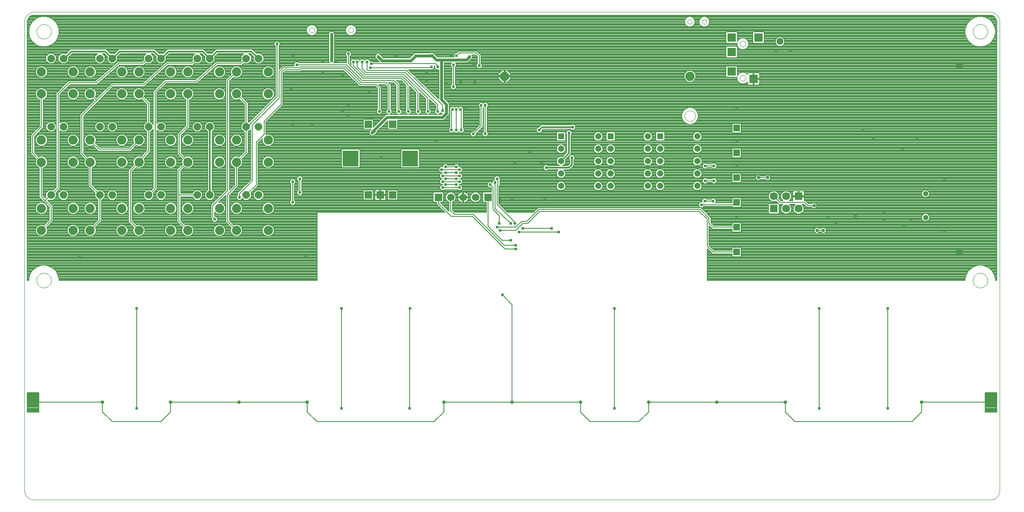
<source format=gbl>
G75*
G70*
%OFA0B0*%
%FSLAX24Y24*%
%IPPOS*%
%LPD*%
%AMOC8*
5,1,8,0,0,1.08239X$1,22.5*
%
%ADD10C,0.0000*%
%ADD11R,0.0594X0.0594*%
%ADD12R,0.1266X0.1266*%
%ADD13C,0.0740*%
%ADD14OC8,0.0600*%
%ADD15R,0.0515X0.0515*%
%ADD16C,0.0515*%
%ADD17R,0.0600X0.0600*%
%ADD18C,0.0600*%
%ADD19OC8,0.0709*%
%ADD20R,0.0709X0.0709*%
%ADD21OC8,0.0400*%
%ADD22R,0.0643X0.0643*%
%ADD23C,0.0643*%
%ADD24OC8,0.0240*%
%ADD25C,0.0240*%
%ADD26C,0.0070*%
%ADD27C,0.0160*%
%ADD28C,0.0080*%
%ADD29R,0.0531X0.0531*%
%ADD30C,0.0140*%
%ADD31OC8,0.0531*%
%ADD32C,0.0100*%
%ADD33C,0.0240*%
D10*
X000927Y000100D02*
X078093Y000100D01*
X078147Y000102D01*
X078200Y000107D01*
X078253Y000116D01*
X078305Y000129D01*
X078357Y000145D01*
X078407Y000165D01*
X078455Y000188D01*
X078502Y000215D01*
X078547Y000244D01*
X078590Y000277D01*
X078630Y000312D01*
X078668Y000350D01*
X078703Y000390D01*
X078736Y000433D01*
X078765Y000478D01*
X078792Y000525D01*
X078815Y000573D01*
X078835Y000623D01*
X078851Y000675D01*
X078864Y000727D01*
X078873Y000780D01*
X078878Y000833D01*
X078880Y000887D01*
X078880Y038683D01*
X078878Y038737D01*
X078873Y038790D01*
X078864Y038843D01*
X078851Y038895D01*
X078835Y038947D01*
X078815Y038997D01*
X078792Y039045D01*
X078765Y039092D01*
X078736Y039137D01*
X078703Y039180D01*
X078668Y039220D01*
X078630Y039258D01*
X078590Y039293D01*
X078547Y039326D01*
X078502Y039355D01*
X078455Y039382D01*
X078407Y039405D01*
X078357Y039425D01*
X078305Y039441D01*
X078253Y039454D01*
X078200Y039463D01*
X078147Y039468D01*
X078093Y039470D01*
X000927Y039470D01*
X000873Y039468D01*
X000820Y039463D01*
X000767Y039454D01*
X000715Y039441D01*
X000663Y039425D01*
X000613Y039405D01*
X000565Y039382D01*
X000518Y039355D01*
X000473Y039326D01*
X000430Y039293D01*
X000390Y039258D01*
X000352Y039220D01*
X000317Y039180D01*
X000284Y039137D01*
X000255Y039092D01*
X000228Y039045D01*
X000205Y038997D01*
X000185Y038947D01*
X000169Y038895D01*
X000156Y038843D01*
X000147Y038790D01*
X000142Y038737D01*
X000140Y038683D01*
X000140Y000887D01*
X000142Y000833D01*
X000147Y000780D01*
X000156Y000727D01*
X000169Y000675D01*
X000185Y000623D01*
X000205Y000573D01*
X000228Y000525D01*
X000255Y000478D01*
X000284Y000433D01*
X000317Y000390D01*
X000352Y000350D01*
X000390Y000312D01*
X000430Y000277D01*
X000473Y000244D01*
X000518Y000215D01*
X000565Y000188D01*
X000613Y000165D01*
X000663Y000145D01*
X000715Y000129D01*
X000767Y000116D01*
X000820Y000107D01*
X000873Y000102D01*
X000927Y000100D01*
X001124Y017817D02*
X001126Y017865D01*
X001132Y017913D01*
X001142Y017960D01*
X001155Y018006D01*
X001173Y018051D01*
X001193Y018095D01*
X001218Y018137D01*
X001246Y018176D01*
X001276Y018213D01*
X001310Y018247D01*
X001347Y018279D01*
X001385Y018308D01*
X001426Y018333D01*
X001469Y018355D01*
X001514Y018373D01*
X001560Y018387D01*
X001607Y018398D01*
X001655Y018405D01*
X001703Y018408D01*
X001751Y018407D01*
X001799Y018402D01*
X001847Y018393D01*
X001893Y018381D01*
X001938Y018364D01*
X001982Y018344D01*
X002024Y018321D01*
X002064Y018294D01*
X002102Y018264D01*
X002137Y018231D01*
X002169Y018195D01*
X002199Y018157D01*
X002225Y018116D01*
X002247Y018073D01*
X002267Y018029D01*
X002282Y017984D01*
X002294Y017937D01*
X002302Y017889D01*
X002306Y017841D01*
X002306Y017793D01*
X002302Y017745D01*
X002294Y017697D01*
X002282Y017650D01*
X002267Y017605D01*
X002247Y017561D01*
X002225Y017518D01*
X002199Y017477D01*
X002169Y017439D01*
X002137Y017403D01*
X002102Y017370D01*
X002064Y017340D01*
X002024Y017313D01*
X001982Y017290D01*
X001938Y017270D01*
X001893Y017253D01*
X001847Y017241D01*
X001799Y017232D01*
X001751Y017227D01*
X001703Y017226D01*
X001655Y017229D01*
X001607Y017236D01*
X001560Y017247D01*
X001514Y017261D01*
X001469Y017279D01*
X001426Y017301D01*
X001385Y017326D01*
X001347Y017355D01*
X001310Y017387D01*
X001276Y017421D01*
X001246Y017458D01*
X001218Y017497D01*
X001193Y017539D01*
X001173Y017583D01*
X001155Y017628D01*
X001142Y017674D01*
X001132Y017721D01*
X001126Y017769D01*
X001124Y017817D01*
X001124Y037895D02*
X001126Y037943D01*
X001132Y037991D01*
X001142Y038038D01*
X001155Y038084D01*
X001173Y038129D01*
X001193Y038173D01*
X001218Y038215D01*
X001246Y038254D01*
X001276Y038291D01*
X001310Y038325D01*
X001347Y038357D01*
X001385Y038386D01*
X001426Y038411D01*
X001469Y038433D01*
X001514Y038451D01*
X001560Y038465D01*
X001607Y038476D01*
X001655Y038483D01*
X001703Y038486D01*
X001751Y038485D01*
X001799Y038480D01*
X001847Y038471D01*
X001893Y038459D01*
X001938Y038442D01*
X001982Y038422D01*
X002024Y038399D01*
X002064Y038372D01*
X002102Y038342D01*
X002137Y038309D01*
X002169Y038273D01*
X002199Y038235D01*
X002225Y038194D01*
X002247Y038151D01*
X002267Y038107D01*
X002282Y038062D01*
X002294Y038015D01*
X002302Y037967D01*
X002306Y037919D01*
X002306Y037871D01*
X002302Y037823D01*
X002294Y037775D01*
X002282Y037728D01*
X002267Y037683D01*
X002247Y037639D01*
X002225Y037596D01*
X002199Y037555D01*
X002169Y037517D01*
X002137Y037481D01*
X002102Y037448D01*
X002064Y037418D01*
X002024Y037391D01*
X001982Y037368D01*
X001938Y037348D01*
X001893Y037331D01*
X001847Y037319D01*
X001799Y037310D01*
X001751Y037305D01*
X001703Y037304D01*
X001655Y037307D01*
X001607Y037314D01*
X001560Y037325D01*
X001514Y037339D01*
X001469Y037357D01*
X001426Y037379D01*
X001385Y037404D01*
X001347Y037433D01*
X001310Y037465D01*
X001276Y037499D01*
X001246Y037536D01*
X001218Y037575D01*
X001193Y037617D01*
X001173Y037661D01*
X001155Y037706D01*
X001142Y037752D01*
X001132Y037799D01*
X001126Y037847D01*
X001124Y037895D01*
X023152Y038013D02*
X023154Y038040D01*
X023160Y038067D01*
X023169Y038093D01*
X023182Y038117D01*
X023198Y038140D01*
X023217Y038159D01*
X023239Y038176D01*
X023263Y038190D01*
X023288Y038200D01*
X023315Y038207D01*
X023342Y038210D01*
X023370Y038209D01*
X023397Y038204D01*
X023423Y038196D01*
X023447Y038184D01*
X023470Y038168D01*
X023491Y038150D01*
X023508Y038129D01*
X023523Y038105D01*
X023534Y038080D01*
X023542Y038054D01*
X023546Y038027D01*
X023546Y037999D01*
X023542Y037972D01*
X023534Y037946D01*
X023523Y037921D01*
X023508Y037897D01*
X023491Y037876D01*
X023470Y037858D01*
X023448Y037842D01*
X023423Y037830D01*
X023397Y037822D01*
X023370Y037817D01*
X023342Y037816D01*
X023315Y037819D01*
X023288Y037826D01*
X023263Y037836D01*
X023239Y037850D01*
X023217Y037867D01*
X023198Y037886D01*
X023182Y037909D01*
X023169Y037933D01*
X023160Y037959D01*
X023154Y037986D01*
X023152Y038013D01*
X026301Y038013D02*
X026303Y038040D01*
X026309Y038067D01*
X026318Y038093D01*
X026331Y038117D01*
X026347Y038140D01*
X026366Y038159D01*
X026388Y038176D01*
X026412Y038190D01*
X026437Y038200D01*
X026464Y038207D01*
X026491Y038210D01*
X026519Y038209D01*
X026546Y038204D01*
X026572Y038196D01*
X026596Y038184D01*
X026619Y038168D01*
X026640Y038150D01*
X026657Y038129D01*
X026672Y038105D01*
X026683Y038080D01*
X026691Y038054D01*
X026695Y038027D01*
X026695Y037999D01*
X026691Y037972D01*
X026683Y037946D01*
X026672Y037921D01*
X026657Y037897D01*
X026640Y037876D01*
X026619Y037858D01*
X026597Y037842D01*
X026572Y037830D01*
X026546Y037822D01*
X026519Y037817D01*
X026491Y037816D01*
X026464Y037819D01*
X026437Y037826D01*
X026412Y037836D01*
X026388Y037850D01*
X026366Y037867D01*
X026347Y037886D01*
X026331Y037909D01*
X026318Y037933D01*
X026309Y037959D01*
X026303Y037986D01*
X026301Y038013D01*
X053678Y038691D02*
X053680Y038717D01*
X053686Y038743D01*
X053696Y038768D01*
X053709Y038791D01*
X053725Y038811D01*
X053745Y038829D01*
X053767Y038844D01*
X053790Y038856D01*
X053816Y038864D01*
X053842Y038868D01*
X053868Y038868D01*
X053894Y038864D01*
X053920Y038856D01*
X053944Y038844D01*
X053965Y038829D01*
X053985Y038811D01*
X054001Y038791D01*
X054014Y038768D01*
X054024Y038743D01*
X054030Y038717D01*
X054032Y038691D01*
X054030Y038665D01*
X054024Y038639D01*
X054014Y038614D01*
X054001Y038591D01*
X053985Y038571D01*
X053965Y038553D01*
X053943Y038538D01*
X053920Y038526D01*
X053894Y038518D01*
X053868Y038514D01*
X053842Y038514D01*
X053816Y038518D01*
X053790Y038526D01*
X053766Y038538D01*
X053745Y038553D01*
X053725Y038571D01*
X053709Y038591D01*
X053696Y038614D01*
X053686Y038639D01*
X053680Y038665D01*
X053678Y038691D01*
X054859Y038691D02*
X054861Y038717D01*
X054867Y038743D01*
X054877Y038768D01*
X054890Y038791D01*
X054906Y038811D01*
X054926Y038829D01*
X054948Y038844D01*
X054971Y038856D01*
X054997Y038864D01*
X055023Y038868D01*
X055049Y038868D01*
X055075Y038864D01*
X055101Y038856D01*
X055125Y038844D01*
X055146Y038829D01*
X055166Y038811D01*
X055182Y038791D01*
X055195Y038768D01*
X055205Y038743D01*
X055211Y038717D01*
X055213Y038691D01*
X055211Y038665D01*
X055205Y038639D01*
X055195Y038614D01*
X055182Y038591D01*
X055166Y038571D01*
X055146Y038553D01*
X055124Y038538D01*
X055101Y038526D01*
X055075Y038518D01*
X055049Y038514D01*
X055023Y038514D01*
X054997Y038518D01*
X054971Y038526D01*
X054947Y038538D01*
X054926Y038553D01*
X054906Y038571D01*
X054890Y038591D01*
X054877Y038614D01*
X054867Y038639D01*
X054861Y038665D01*
X054859Y038691D01*
X057896Y036911D02*
X057898Y036941D01*
X057904Y036971D01*
X057913Y037000D01*
X057926Y037027D01*
X057943Y037052D01*
X057962Y037075D01*
X057985Y037096D01*
X058010Y037113D01*
X058036Y037127D01*
X058065Y037137D01*
X058094Y037144D01*
X058124Y037147D01*
X058155Y037146D01*
X058185Y037141D01*
X058214Y037132D01*
X058241Y037120D01*
X058267Y037105D01*
X058291Y037086D01*
X058312Y037064D01*
X058330Y037040D01*
X058345Y037013D01*
X058356Y036985D01*
X058364Y036956D01*
X058368Y036926D01*
X058368Y036896D01*
X058364Y036866D01*
X058356Y036837D01*
X058345Y036809D01*
X058330Y036782D01*
X058312Y036758D01*
X058291Y036736D01*
X058267Y036717D01*
X058241Y036702D01*
X058214Y036690D01*
X058185Y036681D01*
X058155Y036676D01*
X058124Y036675D01*
X058094Y036678D01*
X058065Y036685D01*
X058036Y036695D01*
X058010Y036709D01*
X057985Y036726D01*
X057962Y036747D01*
X057943Y036770D01*
X057926Y036795D01*
X057913Y036822D01*
X057904Y036851D01*
X057898Y036881D01*
X057896Y036911D01*
X057896Y034155D02*
X057898Y034185D01*
X057904Y034215D01*
X057913Y034244D01*
X057926Y034271D01*
X057943Y034296D01*
X057962Y034319D01*
X057985Y034340D01*
X058010Y034357D01*
X058036Y034371D01*
X058065Y034381D01*
X058094Y034388D01*
X058124Y034391D01*
X058155Y034390D01*
X058185Y034385D01*
X058214Y034376D01*
X058241Y034364D01*
X058267Y034349D01*
X058291Y034330D01*
X058312Y034308D01*
X058330Y034284D01*
X058345Y034257D01*
X058356Y034229D01*
X058364Y034200D01*
X058368Y034170D01*
X058368Y034140D01*
X058364Y034110D01*
X058356Y034081D01*
X058345Y034053D01*
X058330Y034026D01*
X058312Y034002D01*
X058291Y033980D01*
X058267Y033961D01*
X058241Y033946D01*
X058214Y033934D01*
X058185Y033925D01*
X058155Y033920D01*
X058124Y033919D01*
X058094Y033922D01*
X058065Y033929D01*
X058036Y033939D01*
X058010Y033953D01*
X057985Y033970D01*
X057962Y033991D01*
X057943Y034014D01*
X057926Y034039D01*
X057913Y034066D01*
X057904Y034095D01*
X057898Y034125D01*
X057896Y034155D01*
X053443Y031093D02*
X053445Y031134D01*
X053451Y031175D01*
X053461Y031215D01*
X053474Y031254D01*
X053491Y031291D01*
X053512Y031327D01*
X053536Y031361D01*
X053563Y031392D01*
X053592Y031420D01*
X053625Y031446D01*
X053659Y031468D01*
X053696Y031487D01*
X053734Y031502D01*
X053774Y031514D01*
X053814Y031522D01*
X053855Y031526D01*
X053897Y031526D01*
X053938Y031522D01*
X053978Y031514D01*
X054018Y031502D01*
X054056Y031487D01*
X054092Y031468D01*
X054127Y031446D01*
X054160Y031420D01*
X054189Y031392D01*
X054216Y031361D01*
X054240Y031327D01*
X054261Y031291D01*
X054278Y031254D01*
X054291Y031215D01*
X054301Y031175D01*
X054307Y031134D01*
X054309Y031093D01*
X054307Y031052D01*
X054301Y031011D01*
X054291Y030971D01*
X054278Y030932D01*
X054261Y030895D01*
X054240Y030859D01*
X054216Y030825D01*
X054189Y030794D01*
X054160Y030766D01*
X054127Y030740D01*
X054093Y030718D01*
X054056Y030699D01*
X054018Y030684D01*
X053978Y030672D01*
X053938Y030664D01*
X053897Y030660D01*
X053855Y030660D01*
X053814Y030664D01*
X053774Y030672D01*
X053734Y030684D01*
X053696Y030699D01*
X053660Y030718D01*
X053625Y030740D01*
X053592Y030766D01*
X053563Y030794D01*
X053536Y030825D01*
X053512Y030859D01*
X053491Y030895D01*
X053474Y030932D01*
X053461Y030971D01*
X053451Y031011D01*
X053445Y031052D01*
X053443Y031093D01*
X076714Y037895D02*
X076716Y037943D01*
X076722Y037991D01*
X076732Y038038D01*
X076745Y038084D01*
X076763Y038129D01*
X076783Y038173D01*
X076808Y038215D01*
X076836Y038254D01*
X076866Y038291D01*
X076900Y038325D01*
X076937Y038357D01*
X076975Y038386D01*
X077016Y038411D01*
X077059Y038433D01*
X077104Y038451D01*
X077150Y038465D01*
X077197Y038476D01*
X077245Y038483D01*
X077293Y038486D01*
X077341Y038485D01*
X077389Y038480D01*
X077437Y038471D01*
X077483Y038459D01*
X077528Y038442D01*
X077572Y038422D01*
X077614Y038399D01*
X077654Y038372D01*
X077692Y038342D01*
X077727Y038309D01*
X077759Y038273D01*
X077789Y038235D01*
X077815Y038194D01*
X077837Y038151D01*
X077857Y038107D01*
X077872Y038062D01*
X077884Y038015D01*
X077892Y037967D01*
X077896Y037919D01*
X077896Y037871D01*
X077892Y037823D01*
X077884Y037775D01*
X077872Y037728D01*
X077857Y037683D01*
X077837Y037639D01*
X077815Y037596D01*
X077789Y037555D01*
X077759Y037517D01*
X077727Y037481D01*
X077692Y037448D01*
X077654Y037418D01*
X077614Y037391D01*
X077572Y037368D01*
X077528Y037348D01*
X077483Y037331D01*
X077437Y037319D01*
X077389Y037310D01*
X077341Y037305D01*
X077293Y037304D01*
X077245Y037307D01*
X077197Y037314D01*
X077150Y037325D01*
X077104Y037339D01*
X077059Y037357D01*
X077016Y037379D01*
X076975Y037404D01*
X076937Y037433D01*
X076900Y037465D01*
X076866Y037499D01*
X076836Y037536D01*
X076808Y037575D01*
X076783Y037617D01*
X076763Y037661D01*
X076745Y037706D01*
X076732Y037752D01*
X076722Y037799D01*
X076716Y037847D01*
X076714Y037895D01*
X076714Y017817D02*
X076716Y017865D01*
X076722Y017913D01*
X076732Y017960D01*
X076745Y018006D01*
X076763Y018051D01*
X076783Y018095D01*
X076808Y018137D01*
X076836Y018176D01*
X076866Y018213D01*
X076900Y018247D01*
X076937Y018279D01*
X076975Y018308D01*
X077016Y018333D01*
X077059Y018355D01*
X077104Y018373D01*
X077150Y018387D01*
X077197Y018398D01*
X077245Y018405D01*
X077293Y018408D01*
X077341Y018407D01*
X077389Y018402D01*
X077437Y018393D01*
X077483Y018381D01*
X077528Y018364D01*
X077572Y018344D01*
X077614Y018321D01*
X077654Y018294D01*
X077692Y018264D01*
X077727Y018231D01*
X077759Y018195D01*
X077789Y018157D01*
X077815Y018116D01*
X077837Y018073D01*
X077857Y018029D01*
X077872Y017984D01*
X077884Y017937D01*
X077892Y017889D01*
X077896Y017841D01*
X077896Y017793D01*
X077892Y017745D01*
X077884Y017697D01*
X077872Y017650D01*
X077857Y017605D01*
X077837Y017561D01*
X077815Y017518D01*
X077789Y017477D01*
X077759Y017439D01*
X077727Y017403D01*
X077692Y017370D01*
X077654Y017340D01*
X077614Y017313D01*
X077572Y017290D01*
X077528Y017270D01*
X077483Y017253D01*
X077437Y017241D01*
X077389Y017232D01*
X077341Y017227D01*
X077293Y017226D01*
X077245Y017229D01*
X077197Y017236D01*
X077150Y017247D01*
X077104Y017261D01*
X077059Y017279D01*
X077016Y017301D01*
X076975Y017326D01*
X076937Y017355D01*
X076900Y017387D01*
X076866Y017421D01*
X076836Y017458D01*
X076808Y017497D01*
X076783Y017539D01*
X076763Y017583D01*
X076745Y017628D01*
X076732Y017674D01*
X076722Y017721D01*
X076716Y017769D01*
X076714Y017817D01*
D11*
X029864Y024706D03*
X028880Y024706D03*
X027896Y024706D03*
X027896Y030415D03*
X029864Y030415D03*
D12*
X031282Y027659D03*
X026479Y027659D03*
D13*
X019826Y027360D03*
X019826Y029140D03*
X017266Y029140D03*
X015889Y029140D03*
X015889Y027360D03*
X017266Y027360D03*
X013329Y027360D03*
X011951Y027360D03*
X011951Y029140D03*
X013329Y029140D03*
X009391Y029140D03*
X008014Y029140D03*
X008014Y027360D03*
X009391Y027360D03*
X005454Y027360D03*
X004077Y027360D03*
X004077Y029140D03*
X005454Y029140D03*
X001517Y029140D03*
X001517Y027360D03*
X001517Y023628D03*
X004077Y023628D03*
X005454Y023628D03*
X008014Y023628D03*
X009391Y023628D03*
X011951Y023628D03*
X013329Y023628D03*
X015889Y023628D03*
X017266Y023628D03*
X019826Y023628D03*
X019826Y021848D03*
X017266Y021848D03*
X015889Y021848D03*
X013329Y021848D03*
X011951Y021848D03*
X009391Y021848D03*
X008014Y021848D03*
X005454Y021848D03*
X004077Y021848D03*
X001517Y021848D03*
X001517Y032871D03*
X001517Y034651D03*
X004077Y034651D03*
X005454Y034651D03*
X005454Y032871D03*
X004077Y032871D03*
X008014Y032871D03*
X009391Y032871D03*
X009391Y034651D03*
X008014Y034651D03*
X011951Y034651D03*
X013329Y034651D03*
X013329Y032871D03*
X011951Y032871D03*
X015889Y032871D03*
X017266Y032871D03*
X017266Y034651D03*
X015889Y034651D03*
X019826Y034651D03*
X019826Y032871D03*
D14*
X019046Y030218D03*
X018046Y030218D03*
X015109Y030218D03*
X014109Y030218D03*
X011171Y030218D03*
X010171Y030218D03*
X007234Y030218D03*
X006234Y030218D03*
X003297Y030218D03*
X002297Y030218D03*
X002297Y024706D03*
X003297Y024706D03*
X006234Y024706D03*
X007234Y024706D03*
X010171Y024706D03*
X011171Y024706D03*
X014109Y024706D03*
X015109Y024706D03*
X018046Y024706D03*
X019046Y024706D03*
X019046Y035730D03*
X018046Y035730D03*
X015109Y035730D03*
X014109Y035730D03*
X011171Y035730D03*
X010171Y035730D03*
X007234Y035730D03*
X006234Y035730D03*
X003297Y035730D03*
X002297Y035730D03*
D15*
X043459Y029439D03*
X047459Y029439D03*
X051459Y029439D03*
D16*
X050459Y029439D03*
X050459Y028439D03*
X051459Y028439D03*
X051459Y027439D03*
X050459Y027439D03*
X050459Y026439D03*
X051459Y026439D03*
X051459Y025439D03*
X050459Y025439D03*
X047459Y025439D03*
X046459Y025439D03*
X046459Y026439D03*
X046459Y027439D03*
X047459Y027439D03*
X047459Y026439D03*
X047459Y028439D03*
X046459Y028439D03*
X046459Y029439D03*
X043459Y028439D03*
X043459Y027439D03*
X043459Y026439D03*
X043459Y025439D03*
X054459Y025439D03*
X054459Y026439D03*
X054459Y027439D03*
X054459Y028439D03*
X054459Y029439D03*
D17*
X037555Y024524D03*
X033555Y024524D03*
D18*
X034555Y024524D03*
X035555Y024524D03*
X036555Y024524D03*
D19*
X038915Y034293D03*
X053876Y034293D03*
D20*
X057227Y034667D03*
X058998Y034076D03*
X057227Y036242D03*
X057227Y037423D03*
X059392Y037423D03*
D21*
X072890Y024811D03*
X072890Y022889D03*
D22*
X062640Y024600D03*
X060640Y023600D03*
D23*
X060640Y024600D03*
X061640Y024600D03*
X061640Y023600D03*
X062640Y023600D03*
D24*
X063890Y023850D03*
X064140Y021850D03*
X064640Y021850D03*
X060140Y026100D03*
X059390Y026100D03*
X061557Y007974D03*
X056046Y007974D03*
X050534Y007974D03*
X045022Y007974D03*
X039510Y007974D03*
X033998Y007974D03*
X022975Y007974D03*
X017463Y007974D03*
X011951Y007974D03*
X006439Y007974D03*
X072581Y007974D03*
D25*
X069825Y007482D03*
X064313Y007482D03*
X064313Y015553D03*
X069825Y015553D03*
X074403Y021713D03*
X071753Y022697D03*
X071123Y022186D03*
X069568Y022629D03*
X069559Y023274D03*
X067226Y022973D03*
X065640Y022350D03*
X065040Y022950D03*
X057640Y022889D03*
X055750Y024214D03*
X055080Y024214D03*
X054803Y023919D03*
X055100Y025860D03*
X055820Y025860D03*
X055820Y027060D03*
X055100Y027060D03*
X057640Y027100D03*
X057640Y029100D03*
X057640Y031600D03*
X060790Y036324D03*
X061971Y036324D03*
X067876Y030025D03*
X068664Y029238D03*
X071026Y028450D03*
X072207Y029238D03*
X074403Y026004D03*
X047778Y015553D03*
X038723Y016635D03*
X039820Y020340D03*
X039820Y020660D03*
X039420Y021060D03*
X040060Y021700D03*
X040380Y022020D03*
X039740Y022420D03*
X039420Y022420D03*
X038460Y022420D03*
X038300Y022100D03*
X038540Y021860D03*
X038540Y024100D03*
X038540Y024340D03*
X039500Y024340D03*
X037740Y025540D03*
X038140Y025700D03*
X038300Y026020D03*
X039740Y027220D03*
X040940Y028180D03*
X041900Y027220D03*
X042256Y026913D03*
X044336Y027713D03*
X044096Y029713D03*
X044416Y030193D03*
X041696Y029953D03*
X037340Y029633D03*
X036380Y029633D03*
X036410Y028747D03*
X037450Y028747D03*
X035420Y029940D03*
X035020Y029940D03*
X034620Y029940D03*
X033414Y029043D03*
X034140Y026980D03*
X033820Y026740D03*
X034140Y026500D03*
X033900Y026260D03*
X034140Y026020D03*
X033900Y025780D03*
X034140Y025540D03*
X033900Y025300D03*
X035020Y025540D03*
X035260Y025300D03*
X035260Y025780D03*
X035020Y026020D03*
X035260Y026260D03*
X035020Y026500D03*
X035260Y026740D03*
X035020Y026980D03*
X028934Y027683D03*
X028220Y029700D03*
X028380Y029860D03*
X026300Y030980D03*
X025820Y031540D03*
X026300Y032020D03*
X027974Y033043D03*
X028788Y031442D03*
X029575Y031442D03*
X030362Y031442D03*
X031150Y031442D03*
X031937Y031442D03*
X032725Y031442D03*
X033512Y031442D03*
X033899Y031522D03*
X034700Y031620D03*
X035020Y031620D03*
X035340Y031620D03*
X035766Y031616D03*
X037020Y031953D03*
X037340Y031953D03*
X034780Y033460D03*
X034380Y033380D03*
X034220Y033700D03*
X035384Y033805D03*
X036504Y033805D03*
X036424Y035165D03*
X036860Y035140D03*
X036060Y035885D03*
X035020Y035940D03*
X034584Y035965D03*
X034780Y035220D03*
X033500Y035060D03*
X033020Y035060D03*
X032621Y034506D03*
X032620Y033940D03*
X033036Y035981D03*
X031740Y035965D03*
X030140Y035940D03*
X028700Y035885D03*
X028140Y035300D03*
X028060Y034980D03*
X027820Y035460D03*
X027420Y035460D03*
X027020Y035460D03*
X026700Y035460D03*
X025289Y035483D03*
X024943Y035533D03*
X024249Y035523D03*
X024249Y034603D03*
X025824Y034460D03*
X026300Y036100D03*
X024943Y037698D03*
X021847Y035951D03*
X022140Y035220D03*
X020540Y036900D03*
X021687Y033254D03*
X021809Y030286D03*
X023384Y030286D03*
X022384Y026020D03*
X021794Y025789D03*
X022384Y024903D03*
X021794Y024116D03*
X017500Y024500D03*
X015500Y022740D03*
X022854Y019683D03*
X025731Y015553D03*
X031260Y015540D03*
X043260Y021700D03*
X042700Y022020D03*
X042140Y024340D03*
X030381Y038026D03*
X005168Y028327D03*
X004614Y019683D03*
X009195Y015553D03*
X009195Y007482D03*
X025731Y007482D03*
X031242Y007482D03*
X047778Y007482D03*
D26*
X047778Y015553D01*
X039510Y015848D02*
X038723Y016635D01*
X039510Y015848D02*
X039510Y007974D01*
X045022Y007974D01*
X045022Y007187D01*
X045809Y006399D01*
X049746Y006399D01*
X050534Y007187D01*
X050534Y007974D01*
X056046Y007974D01*
X061557Y007974D01*
X061557Y007187D01*
X062345Y006399D01*
X071794Y006399D01*
X072581Y007187D01*
X072581Y007974D01*
X078486Y007974D01*
X078645Y007978D02*
X077699Y007978D01*
X077699Y008046D02*
X078645Y008046D01*
X078645Y008115D02*
X077699Y008115D01*
X077699Y008183D02*
X078645Y008183D01*
X078645Y008252D02*
X077699Y008252D01*
X077699Y008320D02*
X078645Y008320D01*
X078645Y008389D02*
X077699Y008389D01*
X077699Y008457D02*
X078645Y008457D01*
X078645Y008526D02*
X077699Y008526D01*
X077699Y008594D02*
X078645Y008594D01*
X078645Y008663D02*
X077699Y008663D01*
X077699Y008731D02*
X078645Y008731D01*
X078645Y008761D02*
X078645Y007187D01*
X077699Y007187D01*
X077699Y008761D01*
X078645Y008761D01*
X078645Y007909D02*
X077699Y007909D01*
X077699Y007841D02*
X078645Y007841D01*
X078645Y007772D02*
X077699Y007772D01*
X077699Y007704D02*
X078645Y007704D01*
X078645Y007635D02*
X077699Y007635D01*
X077699Y007567D02*
X078645Y007567D01*
X078645Y007498D02*
X077699Y007498D01*
X077699Y007430D02*
X078645Y007430D01*
X078645Y007361D02*
X077699Y007361D01*
X077699Y007293D02*
X078645Y007293D01*
X078645Y007224D02*
X077699Y007224D01*
X069825Y007482D02*
X069825Y015553D01*
X064313Y015553D02*
X064313Y007482D01*
X039510Y007974D02*
X033998Y007974D01*
X033998Y007187D01*
X033211Y006399D01*
X023762Y006399D01*
X022975Y007187D01*
X022975Y007974D01*
X017463Y007974D01*
X011951Y007974D01*
X011951Y007187D01*
X011164Y006399D01*
X007227Y006399D01*
X006439Y007187D01*
X006439Y007974D01*
X000534Y007974D01*
X000375Y007978D02*
X001321Y007978D01*
X001321Y008046D02*
X000375Y008046D01*
X000375Y008115D02*
X001321Y008115D01*
X001321Y008183D02*
X000375Y008183D01*
X000375Y008252D02*
X001321Y008252D01*
X001321Y008320D02*
X000375Y008320D01*
X000375Y008389D02*
X001321Y008389D01*
X001321Y008457D02*
X000375Y008457D01*
X000375Y008526D02*
X001321Y008526D01*
X001321Y008594D02*
X000375Y008594D01*
X000375Y008663D02*
X001321Y008663D01*
X001321Y008731D02*
X000375Y008731D01*
X000375Y008761D02*
X001321Y008761D01*
X001321Y007187D01*
X000375Y007187D01*
X000375Y008761D01*
X000375Y007909D02*
X001321Y007909D01*
X001321Y007841D02*
X000375Y007841D01*
X000375Y007772D02*
X001321Y007772D01*
X001321Y007704D02*
X000375Y007704D01*
X000375Y007635D02*
X001321Y007635D01*
X001321Y007567D02*
X000375Y007567D01*
X000375Y007498D02*
X001321Y007498D01*
X001321Y007430D02*
X000375Y007430D01*
X000375Y007361D02*
X001321Y007361D01*
X001321Y007293D02*
X000375Y007293D01*
X000375Y007224D02*
X001321Y007224D01*
X009195Y007482D02*
X009195Y015553D01*
X025731Y015553D02*
X025731Y007482D01*
X031242Y007482D02*
X031242Y015553D01*
X040060Y021700D02*
X043260Y021700D01*
X042700Y022020D02*
X040380Y022020D01*
D27*
X030184Y035921D02*
X030140Y035940D01*
X034584Y035965D02*
X034620Y035965D01*
D28*
X034790Y035975D02*
X033367Y035975D01*
X033289Y036053D02*
X034808Y036053D01*
X034790Y036035D02*
X034790Y035850D01*
X033492Y035850D01*
X033131Y036211D01*
X032940Y036211D01*
X032925Y036195D01*
X031645Y036195D01*
X031510Y036060D01*
X031245Y035795D01*
X029110Y035795D01*
X028930Y035979D01*
X028930Y035980D01*
X028863Y036047D01*
X028798Y036114D01*
X028796Y036114D01*
X028795Y036115D01*
X028701Y036115D01*
X028607Y036116D01*
X028606Y036115D01*
X028605Y036115D01*
X028538Y036049D01*
X028471Y035983D01*
X028471Y035981D01*
X028470Y035980D01*
X028470Y035886D01*
X028469Y035792D01*
X028470Y035791D01*
X028470Y035790D01*
X028537Y035723D01*
X028784Y035471D01*
X028784Y035470D01*
X028804Y035450D01*
X028315Y035450D01*
X028235Y035530D01*
X028050Y035530D01*
X028050Y035555D01*
X027915Y035690D01*
X027725Y035690D01*
X027620Y035585D01*
X027515Y035690D01*
X027325Y035690D01*
X027220Y035585D01*
X027115Y035690D01*
X026925Y035690D01*
X026860Y035625D01*
X026795Y035690D01*
X026605Y035690D01*
X026470Y035555D01*
X026470Y035365D01*
X026550Y035285D01*
X026550Y035262D01*
X026450Y035362D01*
X026450Y035925D01*
X026530Y036005D01*
X026530Y036195D01*
X026395Y036330D01*
X026205Y036330D01*
X026070Y036195D01*
X026070Y036005D01*
X026150Y035925D01*
X026150Y035370D01*
X025105Y035370D01*
X025173Y035438D01*
X025173Y037794D01*
X025038Y037928D01*
X024848Y037928D01*
X024713Y037794D01*
X024713Y035438D01*
X024781Y035370D01*
X022315Y035370D01*
X022235Y035450D01*
X022045Y035450D01*
X021910Y035315D01*
X021910Y035130D01*
X020958Y035130D01*
X020690Y034862D01*
X020690Y036725D01*
X020770Y036805D01*
X020770Y036995D01*
X024713Y036995D01*
X024713Y036917D02*
X020770Y036917D01*
X020770Y036995D02*
X020635Y037130D01*
X020445Y037130D01*
X020310Y036995D01*
X002542Y036995D01*
X002465Y036918D02*
X002692Y037146D01*
X002853Y037424D01*
X002936Y037735D01*
X002936Y038056D01*
X002853Y038367D01*
X002692Y038645D01*
X002465Y038872D01*
X002186Y039033D01*
X001876Y039116D01*
X001554Y039116D01*
X001243Y039033D01*
X000965Y038872D01*
X000738Y038645D01*
X000577Y038367D01*
X000494Y038056D01*
X000494Y037735D01*
X000577Y037424D01*
X000738Y037146D01*
X000965Y036918D01*
X001243Y036757D01*
X001554Y036674D01*
X001876Y036674D01*
X002186Y036757D01*
X002465Y036918D01*
X002462Y036917D02*
X020310Y036917D01*
X020310Y036995D02*
X020310Y036805D01*
X020390Y036725D01*
X020390Y032722D01*
X018267Y030576D01*
X018215Y030628D01*
X018196Y030628D01*
X018196Y032154D01*
X018108Y032241D01*
X017695Y032654D01*
X017746Y032776D01*
X017746Y032967D01*
X017672Y033143D01*
X017537Y033278D01*
X017361Y033351D01*
X017170Y033351D01*
X016994Y033278D01*
X016859Y033143D01*
X016786Y032967D01*
X016786Y032776D01*
X016859Y032600D01*
X016994Y032464D01*
X017170Y032391D01*
X017361Y032391D01*
X017483Y032442D01*
X017896Y032029D01*
X017896Y030628D01*
X017876Y030628D01*
X017636Y030388D01*
X017636Y030048D01*
X017876Y029808D01*
X017896Y029808D01*
X017896Y028202D01*
X017483Y027789D01*
X017361Y027840D01*
X017170Y027840D01*
X016994Y027767D01*
X016859Y027632D01*
X016786Y027455D01*
X016786Y027264D01*
X016859Y027088D01*
X016994Y026953D01*
X017116Y026902D01*
X017116Y025528D01*
X016690Y025102D01*
X016690Y033878D01*
X017038Y034226D01*
X017170Y034171D01*
X017361Y034171D01*
X017537Y034244D01*
X017672Y034380D01*
X017746Y034556D01*
X017746Y034747D01*
X017672Y034923D01*
X017537Y035058D01*
X017361Y035131D01*
X017170Y035131D01*
X016994Y035058D01*
X016859Y034923D01*
X016786Y034747D01*
X016786Y034556D01*
X016832Y034444D01*
X016478Y034090D01*
X016390Y034002D01*
X016390Y025122D01*
X015278Y024010D01*
X015190Y023922D01*
X015190Y022838D01*
X015270Y022758D01*
X015270Y022645D01*
X015405Y022510D01*
X015595Y022510D01*
X015730Y022645D01*
X015730Y022835D01*
X015595Y022970D01*
X015490Y022970D01*
X015490Y023347D01*
X015617Y023221D01*
X015793Y023148D01*
X015984Y023148D01*
X016160Y023221D01*
X016295Y023356D01*
X016369Y023532D01*
X016369Y023723D01*
X016295Y023900D01*
X016160Y024035D01*
X015984Y024108D01*
X015800Y024108D01*
X016390Y024698D01*
X016390Y022511D01*
X016836Y022065D01*
X016786Y021943D01*
X016786Y021752D01*
X016859Y021576D01*
X016994Y021441D01*
X017170Y021368D01*
X017361Y021368D01*
X017537Y021441D01*
X017672Y021576D01*
X017746Y021752D01*
X017746Y021943D01*
X017672Y022120D01*
X017537Y022255D01*
X017361Y022328D01*
X017170Y022328D01*
X017048Y022277D01*
X016690Y022635D01*
X016690Y024678D01*
X017416Y025403D01*
X017416Y026902D01*
X017537Y026953D01*
X017672Y027088D01*
X017746Y027264D01*
X017746Y027455D01*
X017695Y027577D01*
X018108Y027990D01*
X018196Y028077D01*
X018196Y029808D01*
X018215Y029808D01*
X018390Y029983D01*
X018390Y025922D01*
X017438Y024970D01*
X017350Y024882D01*
X017350Y024675D01*
X017270Y024595D01*
X017270Y024405D01*
X017405Y024270D01*
X017595Y024270D01*
X017730Y024405D01*
X017730Y024442D01*
X017876Y024296D01*
X018215Y024296D01*
X018456Y024536D01*
X018456Y024876D01*
X018441Y024890D01*
X019010Y025459D01*
X019010Y028918D01*
X019358Y029266D01*
X019346Y029235D01*
X019346Y029044D01*
X019419Y028868D01*
X019554Y028733D01*
X019730Y028660D01*
X019921Y028660D01*
X020097Y028733D01*
X020232Y028868D01*
X020306Y029044D01*
X020306Y029235D01*
X020232Y029412D01*
X020097Y029547D01*
X019921Y029620D01*
X019730Y029620D01*
X019650Y029586D01*
X019650Y030598D01*
X021010Y031958D01*
X021010Y034518D01*
X021162Y034670D01*
X022442Y034670D01*
X022522Y034750D01*
X025918Y034750D01*
X027198Y033470D01*
X028478Y033470D01*
X028638Y033310D01*
X028638Y031618D01*
X028558Y031538D01*
X028558Y031347D01*
X028692Y031212D01*
X028883Y031212D01*
X029018Y031347D01*
X029018Y031538D01*
X028938Y031618D01*
X028938Y033435D01*
X028742Y033630D01*
X029278Y033630D01*
X029425Y033483D01*
X029425Y031618D01*
X029345Y031538D01*
X029345Y031347D01*
X029480Y031212D01*
X029670Y031212D01*
X029805Y031347D01*
X029805Y031538D01*
X029725Y031618D01*
X029725Y033607D01*
X029542Y033790D01*
X029918Y033790D01*
X030150Y033558D01*
X030150Y031555D01*
X030132Y031538D01*
X030132Y031347D01*
X030267Y031212D01*
X030458Y031212D01*
X030592Y031347D01*
X030592Y031538D01*
X030458Y031672D01*
X030450Y031672D01*
X030450Y033682D01*
X030362Y033770D01*
X030182Y033950D01*
X030558Y033950D01*
X030950Y033558D01*
X030950Y031568D01*
X030920Y031538D01*
X030920Y031347D01*
X031054Y031212D01*
X031245Y031212D01*
X031380Y031347D01*
X031380Y031538D01*
X031250Y031667D01*
X031250Y033498D01*
X031750Y032998D01*
X031750Y031580D01*
X031707Y031538D01*
X031707Y031347D01*
X031842Y031212D01*
X032032Y031212D01*
X032167Y031347D01*
X032167Y031538D01*
X032050Y031655D01*
X032050Y032938D01*
X032550Y032438D01*
X032550Y031593D01*
X032495Y031538D01*
X032495Y031347D01*
X032629Y031212D01*
X032820Y031212D01*
X032955Y031347D01*
X032955Y031538D01*
X032850Y031642D01*
X032850Y032419D01*
X033362Y031907D01*
X033362Y031618D01*
X033282Y031538D01*
X033282Y031347D01*
X033417Y031212D01*
X033607Y031212D01*
X033742Y031347D01*
X033742Y031354D01*
X033804Y031292D01*
X033887Y031292D01*
X033805Y031210D01*
X029325Y031210D01*
X029190Y031075D01*
X028303Y030188D01*
X028303Y030757D01*
X028238Y030822D01*
X027553Y030822D01*
X027489Y030757D01*
X027489Y030073D01*
X027553Y030008D01*
X028123Y030008D01*
X028110Y029995D01*
X027990Y029875D01*
X027990Y029605D01*
X028125Y029470D01*
X028315Y029470D01*
X028450Y029605D01*
X028450Y029630D01*
X028475Y029630D01*
X028610Y029765D01*
X028610Y029845D01*
X029458Y030692D01*
X029458Y030073D01*
X029522Y030008D01*
X030207Y030008D01*
X030271Y030073D01*
X030271Y030750D01*
X033995Y030750D01*
X034315Y031070D01*
X034450Y031205D01*
X034450Y032115D01*
X034050Y032515D01*
X034050Y035390D01*
X034625Y035390D01*
X034550Y035315D01*
X034550Y035125D01*
X034630Y035045D01*
X034630Y033635D01*
X034550Y033555D01*
X034550Y033365D01*
X034685Y033230D01*
X034875Y033230D01*
X035010Y033365D01*
X035010Y033555D01*
X034930Y033635D01*
X034930Y035045D01*
X035010Y035125D01*
X035010Y035315D01*
X034935Y035390D01*
X035915Y035390D01*
X036050Y035525D01*
X036290Y035765D01*
X036290Y035980D01*
X036240Y036030D01*
X036558Y036030D01*
X036710Y035878D01*
X036710Y035315D01*
X036630Y035235D01*
X036630Y035045D01*
X036765Y034910D01*
X036955Y034910D01*
X037090Y035045D01*
X037090Y035235D01*
X037010Y035315D01*
X037010Y036002D01*
X036770Y036242D01*
X036682Y036330D01*
X035198Y036330D01*
X035038Y036170D01*
X034925Y036170D01*
X034790Y036035D01*
X034886Y036132D02*
X033210Y036132D01*
X033132Y036210D02*
X035078Y036210D01*
X035156Y036289D02*
X026437Y036289D01*
X026515Y036210D02*
X032940Y036210D01*
X033446Y035896D02*
X034790Y035896D01*
X035020Y035940D02*
X035260Y036180D01*
X036620Y036180D01*
X036860Y035940D01*
X036860Y035140D01*
X037090Y035111D02*
X056807Y035111D01*
X056827Y035131D02*
X056762Y035067D01*
X056762Y034267D01*
X056827Y034203D01*
X057627Y034203D01*
X057656Y034232D01*
X057656Y034060D01*
X057728Y033885D01*
X057862Y033751D01*
X058037Y033679D01*
X058227Y033679D01*
X058402Y033751D01*
X058504Y033853D01*
X058504Y033704D01*
X058513Y033668D01*
X058532Y033636D01*
X058558Y033610D01*
X058590Y033592D01*
X058626Y033582D01*
X058958Y033582D01*
X058958Y034036D01*
X059038Y034036D01*
X059038Y033582D01*
X059371Y033582D01*
X059407Y033592D01*
X059439Y033610D01*
X059465Y033636D01*
X059483Y033668D01*
X059493Y033704D01*
X059493Y034036D01*
X059038Y034036D01*
X059038Y034116D01*
X059493Y034116D01*
X059493Y034449D01*
X059483Y034485D01*
X059465Y034517D01*
X059439Y034543D01*
X059407Y034561D01*
X059371Y034571D01*
X059038Y034571D01*
X059038Y034116D01*
X058958Y034116D01*
X058958Y034571D01*
X058626Y034571D01*
X058590Y034561D01*
X058558Y034543D01*
X058532Y034517D01*
X058513Y034485D01*
X058506Y034455D01*
X058402Y034559D01*
X058227Y034631D01*
X058037Y034631D01*
X057862Y034559D01*
X057728Y034425D01*
X057691Y034334D01*
X057691Y035067D01*
X057627Y035131D01*
X056827Y035131D01*
X056762Y035033D02*
X037078Y035033D01*
X036999Y034954D02*
X056762Y034954D01*
X056762Y034876D02*
X034930Y034876D01*
X034930Y034954D02*
X036721Y034954D01*
X036642Y035033D02*
X034930Y035033D01*
X034996Y035111D02*
X036630Y035111D01*
X036630Y035190D02*
X035010Y035190D01*
X035010Y035268D02*
X036663Y035268D01*
X036710Y035347D02*
X034979Y035347D01*
X034780Y035220D02*
X034780Y033460D01*
X035010Y033463D02*
X078640Y033463D01*
X078640Y033541D02*
X035010Y033541D01*
X034946Y033620D02*
X058548Y033620D01*
X058505Y033698D02*
X058273Y033698D01*
X058427Y033777D02*
X058504Y033777D01*
X058958Y033777D02*
X059038Y033777D01*
X059038Y033855D02*
X058958Y033855D01*
X058958Y033934D02*
X059038Y033934D01*
X059038Y034012D02*
X058958Y034012D01*
X059038Y034091D02*
X078640Y034091D01*
X078640Y034169D02*
X059493Y034169D01*
X059493Y034248D02*
X078640Y034248D01*
X078640Y034326D02*
X059493Y034326D01*
X059493Y034405D02*
X078640Y034405D01*
X078640Y034483D02*
X059483Y034483D01*
X059405Y034562D02*
X078640Y034562D01*
X078640Y034640D02*
X057691Y034640D01*
X057691Y034562D02*
X057869Y034562D01*
X057787Y034483D02*
X057691Y034483D01*
X057691Y034405D02*
X057720Y034405D01*
X057656Y034169D02*
X054340Y034169D01*
X054340Y034100D02*
X054068Y033828D01*
X053684Y033828D01*
X053412Y034100D01*
X053412Y034485D01*
X053684Y034757D01*
X054068Y034757D01*
X054340Y034485D01*
X054340Y034100D01*
X054331Y034091D02*
X057656Y034091D01*
X057676Y034012D02*
X054252Y034012D01*
X054174Y033934D02*
X057708Y033934D01*
X057759Y033855D02*
X054095Y033855D01*
X053657Y033855D02*
X039177Y033855D01*
X039120Y033798D02*
X039410Y034088D01*
X039410Y034253D01*
X038955Y034253D01*
X038955Y033798D01*
X039120Y033798D01*
X038955Y033855D02*
X038875Y033855D01*
X038875Y033798D02*
X038875Y034253D01*
X038421Y034253D01*
X038421Y034088D01*
X038711Y033798D01*
X038875Y033798D01*
X038875Y033934D02*
X038955Y033934D01*
X038955Y034012D02*
X038875Y034012D01*
X038875Y034091D02*
X038955Y034091D01*
X038955Y034169D02*
X038875Y034169D01*
X038875Y034248D02*
X038955Y034248D01*
X038955Y034253D02*
X038875Y034253D01*
X038875Y034333D01*
X038421Y034333D01*
X038421Y034498D01*
X038711Y034787D01*
X038875Y034787D01*
X038875Y034333D01*
X038955Y034333D01*
X038955Y034787D01*
X039120Y034787D01*
X039410Y034498D01*
X039410Y034333D01*
X038955Y034333D01*
X038955Y034253D01*
X038955Y034326D02*
X053412Y034326D01*
X053412Y034248D02*
X039410Y034248D01*
X039410Y034169D02*
X053412Y034169D01*
X053422Y034091D02*
X039410Y034091D01*
X039334Y034012D02*
X053500Y034012D01*
X053579Y033934D02*
X039255Y033934D01*
X039410Y034405D02*
X053412Y034405D01*
X053412Y034483D02*
X039410Y034483D01*
X039346Y034562D02*
X053488Y034562D01*
X053567Y034640D02*
X039267Y034640D01*
X039189Y034719D02*
X053645Y034719D01*
X054107Y034719D02*
X056762Y034719D01*
X056762Y034797D02*
X034930Y034797D01*
X034930Y034719D02*
X038642Y034719D01*
X038564Y034640D02*
X034930Y034640D01*
X034930Y034562D02*
X038485Y034562D01*
X038421Y034483D02*
X034930Y034483D01*
X034930Y034405D02*
X038421Y034405D01*
X038421Y034248D02*
X034930Y034248D01*
X034930Y034326D02*
X038875Y034326D01*
X038875Y034405D02*
X038955Y034405D01*
X038955Y034483D02*
X038875Y034483D01*
X038875Y034562D02*
X038955Y034562D01*
X038955Y034640D02*
X038875Y034640D01*
X038875Y034719D02*
X038955Y034719D01*
X038421Y034169D02*
X034930Y034169D01*
X034930Y034091D02*
X038421Y034091D01*
X038497Y034012D02*
X034930Y034012D01*
X034930Y033934D02*
X038575Y033934D01*
X038654Y033855D02*
X034930Y033855D01*
X034930Y033777D02*
X057837Y033777D01*
X057991Y033698D02*
X034930Y033698D01*
X034630Y033698D02*
X034050Y033698D01*
X034050Y033620D02*
X034614Y033620D01*
X034550Y033541D02*
X034050Y033541D01*
X034050Y033463D02*
X034550Y033463D01*
X034550Y033384D02*
X034050Y033384D01*
X034050Y033306D02*
X034609Y033306D01*
X034951Y033306D02*
X078640Y033306D01*
X078640Y033384D02*
X035010Y033384D01*
X034630Y033777D02*
X034050Y033777D01*
X034050Y033855D02*
X034630Y033855D01*
X034630Y033934D02*
X034050Y033934D01*
X034050Y034012D02*
X034630Y034012D01*
X034630Y034091D02*
X034050Y034091D01*
X034050Y034169D02*
X034630Y034169D01*
X034630Y034248D02*
X034050Y034248D01*
X034050Y034326D02*
X034630Y034326D01*
X034630Y034405D02*
X034050Y034405D01*
X034050Y034483D02*
X034630Y034483D01*
X034630Y034562D02*
X034050Y034562D01*
X034050Y034640D02*
X034630Y034640D01*
X034630Y034719D02*
X034050Y034719D01*
X034050Y034797D02*
X034630Y034797D01*
X034630Y034876D02*
X034050Y034876D01*
X034050Y034954D02*
X034630Y034954D01*
X034630Y035033D02*
X034050Y035033D01*
X034050Y035111D02*
X034564Y035111D01*
X034550Y035190D02*
X034050Y035190D01*
X034050Y035268D02*
X034550Y035268D01*
X034581Y035347D02*
X034050Y035347D01*
X033500Y035140D02*
X033500Y035060D01*
X033500Y035140D02*
X033340Y035300D01*
X028140Y035300D01*
X028262Y035504D02*
X028752Y035504D01*
X028675Y035582D02*
X028023Y035582D01*
X027945Y035661D02*
X028598Y035661D01*
X028521Y035739D02*
X026450Y035739D01*
X026450Y035661D02*
X026575Y035661D01*
X026497Y035582D02*
X026450Y035582D01*
X026450Y035504D02*
X026470Y035504D01*
X026470Y035425D02*
X026450Y035425D01*
X026466Y035347D02*
X026488Y035347D01*
X026544Y035268D02*
X026550Y035268D01*
X026700Y035140D02*
X027580Y034260D01*
X030700Y034260D01*
X031900Y033060D01*
X031900Y031480D01*
X031937Y031442D01*
X031790Y031265D02*
X031297Y031265D01*
X031376Y031343D02*
X031711Y031343D01*
X031707Y031422D02*
X031380Y031422D01*
X031380Y031500D02*
X031707Y031500D01*
X031748Y031579D02*
X031339Y031579D01*
X031260Y031657D02*
X031750Y031657D01*
X031750Y031736D02*
X031250Y031736D01*
X031250Y031814D02*
X031750Y031814D01*
X031750Y031893D02*
X031250Y031893D01*
X031250Y031971D02*
X031750Y031971D01*
X031750Y032050D02*
X031250Y032050D01*
X031250Y032128D02*
X031750Y032128D01*
X031750Y032207D02*
X031250Y032207D01*
X031250Y032285D02*
X031750Y032285D01*
X031750Y032364D02*
X031250Y032364D01*
X031250Y032442D02*
X031750Y032442D01*
X031750Y032521D02*
X031250Y032521D01*
X031250Y032599D02*
X031750Y032599D01*
X031750Y032678D02*
X031250Y032678D01*
X031250Y032756D02*
X031750Y032756D01*
X031750Y032835D02*
X031250Y032835D01*
X031250Y032913D02*
X031750Y032913D01*
X031750Y032992D02*
X031250Y032992D01*
X031250Y033070D02*
X031678Y033070D01*
X031599Y033149D02*
X031250Y033149D01*
X031250Y033227D02*
X031521Y033227D01*
X031442Y033306D02*
X031250Y033306D01*
X031250Y033384D02*
X031364Y033384D01*
X031285Y033463D02*
X031250Y033463D01*
X031100Y033620D02*
X031100Y031492D01*
X031150Y031442D01*
X031002Y031265D02*
X030510Y031265D01*
X030588Y031343D02*
X030924Y031343D01*
X030920Y031422D02*
X030592Y031422D01*
X030592Y031500D02*
X030920Y031500D01*
X030950Y031579D02*
X030551Y031579D01*
X030473Y031657D02*
X030950Y031657D01*
X030950Y031736D02*
X030450Y031736D01*
X030450Y031814D02*
X030950Y031814D01*
X030950Y031893D02*
X030450Y031893D01*
X030450Y031971D02*
X030950Y031971D01*
X030950Y032050D02*
X030450Y032050D01*
X030450Y032128D02*
X030950Y032128D01*
X030950Y032207D02*
X030450Y032207D01*
X030450Y032285D02*
X030950Y032285D01*
X030950Y032364D02*
X030450Y032364D01*
X030450Y032442D02*
X030950Y032442D01*
X030950Y032521D02*
X030450Y032521D01*
X030450Y032599D02*
X030950Y032599D01*
X030950Y032678D02*
X030450Y032678D01*
X030450Y032756D02*
X030950Y032756D01*
X030950Y032835D02*
X030450Y032835D01*
X030450Y032913D02*
X030950Y032913D01*
X030950Y032992D02*
X030450Y032992D01*
X030450Y033070D02*
X030950Y033070D01*
X030950Y033149D02*
X030450Y033149D01*
X030450Y033227D02*
X030950Y033227D01*
X030950Y033306D02*
X030450Y033306D01*
X030450Y033384D02*
X030950Y033384D01*
X030950Y033463D02*
X030450Y033463D01*
X030450Y033541D02*
X030950Y033541D01*
X030888Y033620D02*
X030450Y033620D01*
X030434Y033698D02*
X030810Y033698D01*
X030731Y033777D02*
X030356Y033777D01*
X030277Y033855D02*
X030653Y033855D01*
X030574Y033934D02*
X030199Y033934D01*
X029980Y033940D02*
X030300Y033620D01*
X030300Y031505D01*
X030362Y031442D01*
X030215Y031265D02*
X029722Y031265D01*
X029801Y031343D02*
X030136Y031343D01*
X030132Y031422D02*
X029805Y031422D01*
X029805Y031500D02*
X030132Y031500D01*
X030150Y031579D02*
X029764Y031579D01*
X029725Y031657D02*
X030150Y031657D01*
X030150Y031736D02*
X029725Y031736D01*
X029725Y031814D02*
X030150Y031814D01*
X030150Y031893D02*
X029725Y031893D01*
X029725Y031971D02*
X030150Y031971D01*
X030150Y032050D02*
X029725Y032050D01*
X029725Y032128D02*
X030150Y032128D01*
X030150Y032207D02*
X029725Y032207D01*
X029725Y032285D02*
X030150Y032285D01*
X030150Y032364D02*
X029725Y032364D01*
X029725Y032442D02*
X030150Y032442D01*
X030150Y032521D02*
X029725Y032521D01*
X029725Y032599D02*
X030150Y032599D01*
X030150Y032678D02*
X029725Y032678D01*
X029725Y032756D02*
X030150Y032756D01*
X030150Y032835D02*
X029725Y032835D01*
X029725Y032913D02*
X030150Y032913D01*
X030150Y032992D02*
X029725Y032992D01*
X029725Y033070D02*
X030150Y033070D01*
X030150Y033149D02*
X029725Y033149D01*
X029725Y033227D02*
X030150Y033227D01*
X030150Y033306D02*
X029725Y033306D01*
X029725Y033384D02*
X030150Y033384D01*
X030150Y033463D02*
X029725Y033463D01*
X029725Y033541D02*
X030150Y033541D01*
X030088Y033620D02*
X029713Y033620D01*
X029634Y033698D02*
X030010Y033698D01*
X029931Y033777D02*
X029556Y033777D01*
X029340Y033780D02*
X027340Y033780D01*
X026060Y035060D01*
X022380Y035060D01*
X022300Y034980D01*
X021020Y034980D01*
X020700Y034660D01*
X020700Y032500D01*
X018540Y030340D01*
X018540Y025860D01*
X017500Y024820D01*
X017500Y024500D01*
X017345Y024671D02*
X016690Y024671D01*
X016690Y024592D02*
X017270Y024592D01*
X017270Y024514D02*
X016690Y024514D01*
X016690Y024435D02*
X017270Y024435D01*
X017318Y024357D02*
X016690Y024357D01*
X016690Y024278D02*
X017397Y024278D01*
X017361Y024108D02*
X017537Y024035D01*
X017672Y023900D01*
X017746Y023723D01*
X017746Y023532D01*
X017672Y023356D01*
X017537Y023221D01*
X017361Y023148D01*
X017170Y023148D01*
X016994Y023221D01*
X016859Y023356D01*
X016786Y023532D01*
X016786Y023723D01*
X016859Y023900D01*
X016994Y024035D01*
X017170Y024108D01*
X017361Y024108D01*
X017518Y024043D02*
X019573Y024043D01*
X019554Y024035D02*
X019419Y023900D01*
X019346Y023723D01*
X019346Y023532D01*
X019419Y023356D01*
X019554Y023221D01*
X019730Y023148D01*
X019921Y023148D01*
X020097Y023221D01*
X020232Y023356D01*
X020306Y023532D01*
X020306Y023723D01*
X020232Y023900D01*
X020097Y024035D01*
X019921Y024108D01*
X019730Y024108D01*
X019554Y024035D01*
X019483Y023964D02*
X017608Y023964D01*
X017678Y023886D02*
X019413Y023886D01*
X019380Y023807D02*
X017711Y023807D01*
X017743Y023729D02*
X019348Y023729D01*
X019346Y023650D02*
X017746Y023650D01*
X017746Y023572D02*
X019346Y023572D01*
X019362Y023493D02*
X017729Y023493D01*
X017697Y023415D02*
X019394Y023415D01*
X019438Y023336D02*
X017653Y023336D01*
X017574Y023258D02*
X019517Y023258D01*
X019655Y023179D02*
X017436Y023179D01*
X017095Y023179D02*
X016690Y023179D01*
X016690Y023101D02*
X023762Y023101D01*
X023762Y023179D02*
X019996Y023179D01*
X020134Y023258D02*
X023762Y023258D01*
X023762Y023328D02*
X023762Y017817D01*
X002936Y017817D01*
X002936Y017977D01*
X002853Y018288D01*
X002692Y018566D01*
X002465Y018794D01*
X002186Y018954D01*
X001876Y019038D01*
X001554Y019038D01*
X001243Y018954D01*
X000965Y018794D01*
X000738Y018566D01*
X000577Y018288D01*
X000494Y017977D01*
X000494Y017817D01*
X000380Y017817D01*
X000380Y038683D01*
X000387Y038768D01*
X000440Y038931D01*
X000540Y039070D01*
X000679Y039170D01*
X000842Y039223D01*
X000927Y039230D01*
X078093Y039230D01*
X078178Y039223D01*
X078341Y039170D01*
X078480Y039070D01*
X078580Y038931D01*
X078633Y038768D01*
X078640Y038683D01*
X078640Y017817D01*
X078526Y017817D01*
X078526Y017977D01*
X078443Y018288D01*
X078282Y018566D01*
X078055Y018794D01*
X077777Y018954D01*
X077466Y019038D01*
X077145Y019038D01*
X076834Y018954D01*
X076556Y018794D01*
X076328Y018566D01*
X076167Y018288D01*
X076084Y017977D01*
X076084Y017817D01*
X055258Y017817D01*
X055258Y020370D01*
X055590Y020038D01*
X055678Y019950D01*
X057264Y019950D01*
X057264Y019789D01*
X057329Y019724D01*
X057951Y019724D01*
X058016Y019789D01*
X058016Y020411D01*
X057951Y020476D01*
X057329Y020476D01*
X057264Y020411D01*
X057264Y020250D01*
X055802Y020250D01*
X055410Y020642D01*
X055410Y022218D01*
X055590Y022038D01*
X055590Y022038D01*
X055678Y021950D01*
X057264Y021950D01*
X057264Y021789D01*
X057329Y021724D01*
X057951Y021724D01*
X058016Y021789D01*
X058016Y022411D01*
X057951Y022476D01*
X057329Y022476D01*
X057264Y022411D01*
X057264Y022250D01*
X055802Y022250D01*
X055570Y022482D01*
X055570Y022882D01*
X055482Y022970D01*
X055258Y023194D01*
X055258Y023328D01*
X055124Y023328D01*
X054763Y023689D01*
X054898Y023689D01*
X054978Y023769D01*
X057284Y023769D01*
X057329Y023724D01*
X057951Y023724D01*
X058016Y023789D01*
X058016Y024411D01*
X057951Y024476D01*
X057329Y024476D01*
X057264Y024411D01*
X057264Y024069D01*
X055930Y024069D01*
X055980Y024119D01*
X055980Y024309D01*
X055846Y024444D01*
X055655Y024444D01*
X055575Y024364D01*
X055255Y024364D01*
X055175Y024444D01*
X054984Y024444D01*
X054850Y024309D01*
X054850Y024149D01*
X054708Y024149D01*
X054573Y024014D01*
X054573Y023824D01*
X054706Y023690D01*
X041598Y023690D01*
X041236Y023328D01*
X039124Y023328D01*
X038450Y024002D01*
X038450Y025398D01*
X038530Y025478D01*
X038530Y025836D01*
X038542Y025872D01*
X038530Y025895D01*
X038530Y025922D01*
X038529Y025923D01*
X038530Y025925D01*
X038530Y026115D01*
X038395Y026250D01*
X038205Y026250D01*
X038070Y026115D01*
X038070Y025930D01*
X038045Y025930D01*
X037910Y025795D01*
X037910Y025695D01*
X037835Y025770D01*
X037645Y025770D01*
X037510Y025635D01*
X037510Y025445D01*
X037645Y025310D01*
X037758Y025310D01*
X037830Y025238D01*
X037830Y024934D01*
X037210Y024934D01*
X037145Y024870D01*
X037145Y024179D01*
X037210Y024114D01*
X037430Y024114D01*
X037430Y023328D01*
X034884Y023328D01*
X034690Y023522D01*
X034690Y024136D01*
X034788Y024177D01*
X034903Y024292D01*
X034965Y024443D01*
X034965Y024606D01*
X034903Y024756D01*
X034788Y024872D01*
X034637Y024934D01*
X034474Y024934D01*
X034323Y024872D01*
X034208Y024756D01*
X034145Y024606D01*
X034145Y024443D01*
X034208Y024292D01*
X034323Y024177D01*
X034390Y024149D01*
X034390Y023422D01*
X033730Y024082D01*
X033730Y024114D01*
X033901Y024114D01*
X033965Y024179D01*
X033965Y024870D01*
X033901Y024934D01*
X033210Y024934D01*
X033145Y024870D01*
X033145Y024179D01*
X033210Y024114D01*
X033430Y024114D01*
X033430Y023958D01*
X033518Y023870D01*
X034060Y023328D01*
X023762Y023328D01*
X023762Y023022D02*
X016690Y023022D01*
X016690Y022944D02*
X023762Y022944D01*
X023762Y022865D02*
X016690Y022865D01*
X016690Y022787D02*
X023762Y022787D01*
X023762Y022708D02*
X016690Y022708D01*
X016696Y022630D02*
X023762Y022630D01*
X023762Y022551D02*
X016774Y022551D01*
X016853Y022473D02*
X023762Y022473D01*
X023762Y022394D02*
X016931Y022394D01*
X017010Y022316D02*
X017141Y022316D01*
X017391Y022316D02*
X019701Y022316D01*
X019730Y022328D02*
X019554Y022255D01*
X019419Y022120D01*
X019346Y021943D01*
X019346Y021752D01*
X019419Y021576D01*
X019554Y021441D01*
X019730Y021368D01*
X019921Y021368D01*
X020097Y021441D01*
X020232Y021576D01*
X020306Y021752D01*
X020306Y021943D01*
X020232Y022120D01*
X020097Y022255D01*
X019921Y022328D01*
X019730Y022328D01*
X019536Y022237D02*
X017555Y022237D01*
X017634Y022159D02*
X019457Y022159D01*
X019402Y022080D02*
X017689Y022080D01*
X017721Y022002D02*
X019370Y022002D01*
X019346Y021923D02*
X017746Y021923D01*
X017746Y021845D02*
X019346Y021845D01*
X019346Y021766D02*
X017746Y021766D01*
X017719Y021688D02*
X019372Y021688D01*
X019405Y021609D02*
X017686Y021609D01*
X017627Y021531D02*
X019464Y021531D01*
X019542Y021452D02*
X017549Y021452D01*
X017375Y021374D02*
X019716Y021374D01*
X019935Y021374D02*
X023762Y021374D01*
X023762Y021452D02*
X020109Y021452D01*
X020187Y021531D02*
X023762Y021531D01*
X023762Y021609D02*
X020246Y021609D01*
X020279Y021688D02*
X023762Y021688D01*
X023762Y021766D02*
X020306Y021766D01*
X020306Y021845D02*
X023762Y021845D01*
X023762Y021923D02*
X020306Y021923D01*
X020281Y022002D02*
X023762Y022002D01*
X023762Y022080D02*
X020249Y022080D01*
X020194Y022159D02*
X023762Y022159D01*
X023762Y022237D02*
X020115Y022237D01*
X019951Y022316D02*
X023762Y022316D01*
X023762Y021295D02*
X000380Y021295D01*
X000380Y021217D02*
X023762Y021217D01*
X023762Y021138D02*
X000380Y021138D01*
X000380Y021060D02*
X023762Y021060D01*
X023762Y020981D02*
X000380Y020981D01*
X000380Y020903D02*
X023762Y020903D01*
X023762Y020824D02*
X000380Y020824D01*
X000380Y020746D02*
X023762Y020746D01*
X023762Y020667D02*
X000380Y020667D01*
X000380Y020589D02*
X023762Y020589D01*
X023762Y020510D02*
X000380Y020510D01*
X000380Y020432D02*
X023762Y020432D01*
X023762Y020353D02*
X000380Y020353D01*
X000380Y020275D02*
X023762Y020275D01*
X023762Y020196D02*
X000380Y020196D01*
X000380Y020118D02*
X023762Y020118D01*
X023762Y020039D02*
X000380Y020039D01*
X000380Y019961D02*
X023762Y019961D01*
X023762Y019882D02*
X000380Y019882D01*
X000380Y019804D02*
X023762Y019804D01*
X023762Y019725D02*
X000380Y019725D01*
X000380Y019647D02*
X023762Y019647D01*
X023762Y019568D02*
X000380Y019568D01*
X000380Y019490D02*
X023762Y019490D01*
X023762Y019411D02*
X000380Y019411D01*
X000380Y019333D02*
X023762Y019333D01*
X023762Y019254D02*
X000380Y019254D01*
X000380Y019176D02*
X023762Y019176D01*
X023762Y019097D02*
X000380Y019097D01*
X000380Y019019D02*
X001483Y019019D01*
X001219Y018940D02*
X000380Y018940D01*
X000380Y018862D02*
X001083Y018862D01*
X000954Y018783D02*
X000380Y018783D01*
X000380Y018705D02*
X000876Y018705D01*
X000797Y018626D02*
X000380Y018626D01*
X000380Y018548D02*
X000727Y018548D01*
X000682Y018469D02*
X000380Y018469D01*
X000380Y018391D02*
X000636Y018391D01*
X000591Y018312D02*
X000380Y018312D01*
X000380Y018234D02*
X000562Y018234D01*
X000541Y018155D02*
X000380Y018155D01*
X000380Y018077D02*
X000520Y018077D01*
X000499Y017998D02*
X000380Y017998D01*
X000380Y017920D02*
X000494Y017920D01*
X000494Y017841D02*
X000380Y017841D01*
X001947Y019019D02*
X023762Y019019D01*
X023762Y018940D02*
X002211Y018940D01*
X002347Y018862D02*
X023762Y018862D01*
X023762Y018783D02*
X002475Y018783D01*
X002554Y018705D02*
X023762Y018705D01*
X023762Y018626D02*
X002632Y018626D01*
X002703Y018548D02*
X023762Y018548D01*
X023762Y018469D02*
X002748Y018469D01*
X002793Y018391D02*
X023762Y018391D01*
X023762Y018312D02*
X002839Y018312D01*
X002867Y018234D02*
X023762Y018234D01*
X023762Y018155D02*
X002888Y018155D01*
X002909Y018077D02*
X023762Y018077D01*
X023762Y017998D02*
X002930Y017998D01*
X002936Y017920D02*
X023762Y017920D01*
X023762Y017841D02*
X002936Y017841D01*
X003982Y021368D02*
X003806Y021441D01*
X003671Y021576D01*
X003597Y021752D01*
X003597Y021943D01*
X003671Y022120D01*
X003806Y022255D01*
X003982Y022328D01*
X004173Y022328D01*
X004349Y022255D01*
X004484Y022120D01*
X004557Y021943D01*
X004557Y021752D01*
X004484Y021576D01*
X004349Y021441D01*
X004173Y021368D01*
X003982Y021368D01*
X003968Y021374D02*
X001627Y021374D01*
X001613Y021368D02*
X001789Y021441D01*
X001924Y021576D01*
X001997Y021752D01*
X001997Y021943D01*
X001938Y022086D01*
X002362Y022510D01*
X002450Y022598D01*
X002450Y023842D01*
X002032Y024260D01*
X002098Y024326D01*
X002128Y024296D01*
X002467Y024296D01*
X002707Y024536D01*
X002707Y024876D01*
X002693Y024890D01*
X003012Y025209D01*
X003012Y029923D01*
X003128Y029808D01*
X003467Y029808D01*
X003707Y030048D01*
X003707Y030388D01*
X003467Y030628D01*
X003128Y030628D01*
X003012Y030513D01*
X003012Y032809D01*
X003828Y033625D01*
X005920Y033625D01*
X005975Y033620D01*
X005981Y033625D01*
X005988Y033625D01*
X006027Y033664D01*
X007821Y035188D01*
X009692Y035188D01*
X009747Y035183D01*
X009754Y035188D01*
X009762Y035188D01*
X009801Y035227D01*
X009961Y035360D01*
X010002Y035320D01*
X010341Y035320D01*
X010581Y035560D01*
X010581Y035900D01*
X010363Y036118D01*
X010529Y036118D01*
X010761Y035885D01*
X010761Y035560D01*
X011002Y035320D01*
X011341Y035320D01*
X011581Y035560D01*
X011581Y035859D01*
X011840Y036118D01*
X013917Y036118D01*
X013699Y035900D01*
X013699Y035560D01*
X013707Y035552D01*
X013640Y035488D01*
X011690Y035488D01*
X011632Y035491D01*
X011628Y035488D01*
X011624Y035488D01*
X011582Y035447D01*
X009708Y033765D01*
X007193Y033765D01*
X005980Y032552D01*
X005882Y032650D01*
X005934Y032776D01*
X005934Y032967D01*
X005861Y033143D01*
X005726Y033278D01*
X005550Y033351D01*
X005359Y033351D01*
X005183Y033278D01*
X005048Y033143D01*
X004974Y032967D01*
X004974Y032776D01*
X005048Y032600D01*
X005183Y032464D01*
X005359Y032391D01*
X005550Y032391D01*
X005668Y032440D01*
X005768Y032340D01*
X004718Y031290D01*
X004630Y031202D01*
X004630Y027972D01*
X005025Y027577D01*
X004974Y027455D01*
X004974Y027264D01*
X005048Y027088D01*
X005183Y026953D01*
X005304Y026902D01*
X005304Y025424D01*
X005839Y024890D01*
X005824Y024876D01*
X005824Y024536D01*
X006065Y024296D01*
X006084Y024296D01*
X006084Y022712D01*
X005656Y022284D01*
X005550Y022328D01*
X005359Y022328D01*
X005183Y022255D01*
X005048Y022120D01*
X004974Y021943D01*
X004974Y021752D01*
X005048Y021576D01*
X005183Y021441D01*
X005359Y021368D01*
X005550Y021368D01*
X005726Y021441D01*
X005861Y021576D01*
X005934Y021752D01*
X005934Y021943D01*
X005877Y022081D01*
X006297Y022500D01*
X006384Y022588D01*
X006384Y024296D01*
X006404Y024296D01*
X006644Y024536D01*
X006644Y024876D01*
X006404Y025116D01*
X006065Y025116D01*
X006051Y025102D01*
X005604Y025548D01*
X005604Y026902D01*
X005726Y026953D01*
X005861Y027088D01*
X005934Y027264D01*
X005934Y027455D01*
X005861Y027632D01*
X005726Y027767D01*
X005550Y027840D01*
X005359Y027840D01*
X005237Y027789D01*
X004930Y028096D01*
X004930Y031078D01*
X006042Y032190D01*
X006042Y032190D01*
X006130Y032278D01*
X007317Y033465D01*
X009762Y033465D01*
X009820Y033462D01*
X009823Y033465D01*
X009828Y033465D01*
X009869Y033506D01*
X011743Y035188D01*
X013699Y035188D01*
X013760Y035187D01*
X013761Y035188D01*
X013763Y035188D01*
X013806Y035231D01*
X013919Y035340D01*
X013939Y035320D01*
X014278Y035320D01*
X014519Y035560D01*
X014519Y035900D01*
X014300Y036118D01*
X014466Y036118D01*
X014699Y035885D01*
X014699Y035560D01*
X014939Y035320D01*
X015278Y035320D01*
X015519Y035560D01*
X015519Y035876D01*
X015760Y036118D01*
X017854Y036118D01*
X017636Y035900D01*
X017636Y035560D01*
X017650Y035546D01*
X017591Y035488D01*
X015690Y035488D01*
X015633Y035491D01*
X015629Y035488D01*
X015624Y035488D01*
X015583Y035447D01*
X013949Y034005D01*
X011464Y034005D01*
X011376Y033917D01*
X010638Y033179D01*
X010550Y033091D01*
X010550Y030419D01*
X010341Y030628D01*
X010321Y030628D01*
X010321Y032154D01*
X010234Y032241D01*
X009821Y032654D01*
X009871Y032776D01*
X009871Y032967D01*
X009798Y033143D01*
X009663Y033278D01*
X009487Y033351D01*
X009296Y033351D01*
X009120Y033278D01*
X008985Y033143D01*
X008911Y032967D01*
X008911Y032776D01*
X008985Y032600D01*
X009120Y032464D01*
X009296Y032391D01*
X009487Y032391D01*
X009609Y032442D01*
X010021Y032029D01*
X010021Y030628D01*
X010002Y030628D01*
X009761Y030388D01*
X009761Y030048D01*
X010002Y029808D01*
X010021Y029808D01*
X010021Y028333D01*
X010018Y028330D01*
X010011Y028330D01*
X009975Y028287D01*
X009936Y028248D01*
X009936Y028240D01*
X009570Y027805D01*
X009487Y027840D01*
X009296Y027840D01*
X009120Y027767D01*
X008985Y027632D01*
X008911Y027455D01*
X008911Y027264D01*
X008962Y027142D01*
X008550Y026730D01*
X008550Y022518D01*
X008638Y022430D01*
X008974Y022094D01*
X008911Y021943D01*
X008911Y021752D01*
X008985Y021576D01*
X009120Y021441D01*
X009296Y021368D01*
X009487Y021368D01*
X009663Y021441D01*
X009798Y021576D01*
X009871Y021752D01*
X009871Y021943D01*
X009798Y022120D01*
X009663Y022255D01*
X009487Y022328D01*
X009296Y022328D01*
X009203Y022289D01*
X008850Y022642D01*
X008850Y026606D01*
X009174Y026930D01*
X009296Y026880D01*
X009487Y026880D01*
X009663Y026953D01*
X009798Y027088D01*
X009871Y027264D01*
X009871Y027455D01*
X009804Y027617D01*
X010196Y028084D01*
X010234Y028121D01*
X010321Y028209D01*
X010321Y029808D01*
X010341Y029808D01*
X010550Y030017D01*
X010550Y025282D01*
X010363Y025095D01*
X010341Y025116D01*
X010002Y025116D01*
X009761Y024876D01*
X009761Y024536D01*
X010002Y024296D01*
X010341Y024296D01*
X010581Y024536D01*
X010581Y024876D01*
X010575Y024883D01*
X010762Y025070D01*
X010850Y025158D01*
X010850Y029960D01*
X011002Y029808D01*
X011341Y029808D01*
X011581Y030048D01*
X011581Y030388D01*
X011341Y030628D01*
X011002Y030628D01*
X010850Y030476D01*
X010850Y032967D01*
X011588Y033705D01*
X014001Y033705D01*
X014058Y033701D01*
X014062Y033705D01*
X014068Y033705D01*
X014108Y033745D01*
X015742Y035188D01*
X017716Y035188D01*
X017862Y035334D01*
X017876Y035320D01*
X018215Y035320D01*
X018456Y035560D01*
X018456Y035900D01*
X018237Y036118D01*
X018403Y036118D01*
X018636Y035885D01*
X018636Y035560D01*
X018876Y035320D01*
X019215Y035320D01*
X019456Y035560D01*
X019456Y035900D01*
X019215Y036140D01*
X018890Y036140D01*
X018552Y036478D01*
X015611Y036478D01*
X015506Y036372D01*
X015273Y036140D01*
X014953Y036140D01*
X014615Y036478D01*
X011691Y036478D01*
X011586Y036372D01*
X011347Y036134D01*
X011341Y036140D01*
X011016Y036140D01*
X010678Y036478D01*
X007771Y036478D01*
X007666Y036372D01*
X007419Y036125D01*
X007404Y036140D01*
X007079Y036140D01*
X006741Y036478D01*
X003851Y036478D01*
X003746Y036372D01*
X003490Y036117D01*
X003467Y036140D01*
X003128Y036140D01*
X002887Y035900D01*
X002887Y035560D01*
X003128Y035320D01*
X003467Y035320D01*
X003707Y035560D01*
X003707Y035825D01*
X004000Y036118D01*
X006043Y036118D01*
X005824Y035900D01*
X005824Y035560D01*
X006065Y035320D01*
X006404Y035320D01*
X006644Y035560D01*
X006644Y035900D01*
X006426Y036118D01*
X006592Y036118D01*
X006824Y035885D01*
X006824Y035560D01*
X007065Y035320D01*
X007404Y035320D01*
X007644Y035560D01*
X007644Y035842D01*
X007920Y036118D01*
X009980Y036118D01*
X009761Y035900D01*
X009761Y035584D01*
X009645Y035488D01*
X007772Y035488D01*
X007716Y035492D01*
X007711Y035488D01*
X007704Y035488D01*
X007664Y035448D01*
X005871Y033925D01*
X003704Y033925D01*
X003616Y033837D01*
X002800Y033021D01*
X002712Y032934D01*
X002712Y025333D01*
X002481Y025102D01*
X002467Y025116D01*
X002128Y025116D01*
X001887Y024876D01*
X001887Y024540D01*
X001820Y024472D01*
X001650Y024642D01*
X001650Y026895D01*
X001789Y026953D01*
X001924Y027088D01*
X001997Y027264D01*
X001997Y027455D01*
X001924Y027632D01*
X001789Y027767D01*
X001613Y027840D01*
X001422Y027840D01*
X001300Y027789D01*
X000956Y028134D01*
X000956Y029429D01*
X001667Y030141D01*
X001667Y032414D01*
X001789Y032464D01*
X001924Y032600D01*
X001997Y032776D01*
X001997Y032967D01*
X001924Y033143D01*
X001789Y033278D01*
X001613Y033351D01*
X001422Y033351D01*
X001246Y033278D01*
X001111Y033143D01*
X001037Y032967D01*
X001037Y032776D01*
X001111Y032600D01*
X001246Y032464D01*
X001367Y032414D01*
X001367Y030265D01*
X000744Y029641D01*
X000656Y029554D01*
X000656Y028009D01*
X001088Y027577D01*
X001037Y027455D01*
X001037Y027264D01*
X001111Y027088D01*
X001246Y026953D01*
X001350Y026909D01*
X001350Y024518D01*
X001438Y024430D01*
X001670Y024198D01*
X001758Y024110D01*
X002150Y023718D01*
X002150Y022722D01*
X001714Y022286D01*
X001613Y022328D01*
X001422Y022328D01*
X001246Y022255D01*
X001111Y022120D01*
X001037Y021943D01*
X001037Y021752D01*
X001111Y021576D01*
X001246Y021441D01*
X001422Y021368D01*
X001613Y021368D01*
X001408Y021374D02*
X000380Y021374D01*
X000380Y021452D02*
X001234Y021452D01*
X001156Y021531D02*
X000380Y021531D01*
X000380Y021609D02*
X001097Y021609D01*
X001064Y021688D02*
X000380Y021688D01*
X000380Y021766D02*
X001037Y021766D01*
X001037Y021845D02*
X000380Y021845D01*
X000380Y021923D02*
X001037Y021923D01*
X001062Y022002D02*
X000380Y022002D01*
X000380Y022080D02*
X001094Y022080D01*
X001149Y022159D02*
X000380Y022159D01*
X000380Y022237D02*
X001228Y022237D01*
X001392Y022316D02*
X000380Y022316D01*
X000380Y022394D02*
X001822Y022394D01*
X001743Y022316D02*
X001642Y022316D01*
X001900Y022473D02*
X000380Y022473D01*
X000380Y022551D02*
X001979Y022551D01*
X002057Y022630D02*
X000380Y022630D01*
X000380Y022708D02*
X002136Y022708D01*
X002150Y022787D02*
X000380Y022787D01*
X000380Y022865D02*
X002150Y022865D01*
X002150Y022944D02*
X000380Y022944D01*
X000380Y023022D02*
X002150Y023022D01*
X002150Y023101D02*
X000380Y023101D01*
X000380Y023179D02*
X001346Y023179D01*
X001422Y023148D02*
X001246Y023221D01*
X001111Y023356D01*
X001037Y023532D01*
X001037Y023723D01*
X001111Y023900D01*
X001246Y024035D01*
X001422Y024108D01*
X001613Y024108D01*
X001789Y024035D01*
X001924Y023900D01*
X001997Y023723D01*
X001997Y023532D01*
X001924Y023356D01*
X001789Y023221D01*
X001613Y023148D01*
X001422Y023148D01*
X001209Y023258D02*
X000380Y023258D01*
X000380Y023336D02*
X001130Y023336D01*
X001086Y023415D02*
X000380Y023415D01*
X000380Y023493D02*
X001054Y023493D01*
X001037Y023572D02*
X000380Y023572D01*
X000380Y023650D02*
X001037Y023650D01*
X001040Y023729D02*
X000380Y023729D01*
X000380Y023807D02*
X001072Y023807D01*
X001105Y023886D02*
X000380Y023886D01*
X000380Y023964D02*
X001175Y023964D01*
X001265Y024043D02*
X000380Y024043D01*
X000380Y024121D02*
X001747Y024121D01*
X001770Y024043D02*
X001825Y024043D01*
X001860Y023964D02*
X001904Y023964D01*
X001930Y023886D02*
X001982Y023886D01*
X001963Y023807D02*
X002061Y023807D01*
X001995Y023729D02*
X002139Y023729D01*
X002150Y023650D02*
X001997Y023650D01*
X001997Y023572D02*
X002150Y023572D01*
X002150Y023493D02*
X001981Y023493D01*
X001949Y023415D02*
X002150Y023415D01*
X002150Y023336D02*
X001905Y023336D01*
X001826Y023258D02*
X002150Y023258D01*
X002150Y023179D02*
X001688Y023179D01*
X002450Y023179D02*
X003906Y023179D01*
X003982Y023148D02*
X003806Y023221D01*
X003671Y023356D01*
X003597Y023532D01*
X003597Y023723D01*
X003671Y023900D01*
X003806Y024035D01*
X003982Y024108D01*
X004173Y024108D01*
X004349Y024035D01*
X004484Y023900D01*
X004557Y023723D01*
X004557Y023532D01*
X004484Y023356D01*
X004349Y023221D01*
X004173Y023148D01*
X003982Y023148D01*
X003769Y023258D02*
X002450Y023258D01*
X002450Y023336D02*
X003690Y023336D01*
X003646Y023415D02*
X002450Y023415D01*
X002450Y023493D02*
X003614Y023493D01*
X003597Y023572D02*
X002450Y023572D01*
X002450Y023650D02*
X003597Y023650D01*
X003600Y023729D02*
X002450Y023729D01*
X002450Y023807D02*
X003632Y023807D01*
X003665Y023886D02*
X002407Y023886D01*
X002328Y023964D02*
X003735Y023964D01*
X003825Y024043D02*
X002250Y024043D01*
X002171Y024121D02*
X006084Y024121D01*
X006084Y024043D02*
X005707Y024043D01*
X005726Y024035D02*
X005550Y024108D01*
X005359Y024108D01*
X005183Y024035D01*
X005048Y023900D01*
X004974Y023723D01*
X004974Y023532D01*
X005048Y023356D01*
X005183Y023221D01*
X005359Y023148D01*
X005550Y023148D01*
X005726Y023221D01*
X005861Y023356D01*
X005934Y023532D01*
X005934Y023723D01*
X005861Y023900D01*
X005726Y024035D01*
X005797Y023964D02*
X006084Y023964D01*
X006084Y023886D02*
X005867Y023886D01*
X005900Y023807D02*
X006084Y023807D01*
X006084Y023729D02*
X005932Y023729D01*
X005934Y023650D02*
X006084Y023650D01*
X006084Y023572D02*
X005934Y023572D01*
X005918Y023493D02*
X006084Y023493D01*
X006084Y023415D02*
X005886Y023415D01*
X005842Y023336D02*
X006084Y023336D01*
X006084Y023258D02*
X005763Y023258D01*
X005625Y023179D02*
X006084Y023179D01*
X006084Y023101D02*
X002450Y023101D01*
X002450Y023022D02*
X006084Y023022D01*
X006084Y022944D02*
X002450Y022944D01*
X002450Y022865D02*
X006084Y022865D01*
X006084Y022787D02*
X002450Y022787D01*
X002450Y022708D02*
X006080Y022708D01*
X006002Y022630D02*
X002450Y022630D01*
X002403Y022551D02*
X005923Y022551D01*
X005845Y022473D02*
X002325Y022473D01*
X002246Y022394D02*
X005766Y022394D01*
X005688Y022316D02*
X005579Y022316D01*
X005329Y022316D02*
X004202Y022316D01*
X004367Y022237D02*
X005165Y022237D01*
X005086Y022159D02*
X004446Y022159D01*
X004501Y022080D02*
X005031Y022080D01*
X004999Y022002D02*
X004533Y022002D01*
X004557Y021923D02*
X004974Y021923D01*
X004974Y021845D02*
X004557Y021845D01*
X004557Y021766D02*
X004974Y021766D01*
X005001Y021688D02*
X004531Y021688D01*
X004498Y021609D02*
X005034Y021609D01*
X005093Y021531D02*
X004439Y021531D01*
X004361Y021452D02*
X005171Y021452D01*
X005345Y021374D02*
X004187Y021374D01*
X003794Y021452D02*
X001801Y021452D01*
X001879Y021531D02*
X003716Y021531D01*
X003657Y021609D02*
X001938Y021609D01*
X001971Y021688D02*
X003624Y021688D01*
X003597Y021766D02*
X001997Y021766D01*
X001997Y021845D02*
X003597Y021845D01*
X003597Y021923D02*
X001997Y021923D01*
X001973Y022002D02*
X003622Y022002D01*
X003654Y022080D02*
X001941Y022080D01*
X002011Y022159D02*
X003709Y022159D01*
X003788Y022237D02*
X002089Y022237D01*
X002168Y022316D02*
X003952Y022316D01*
X005432Y021848D02*
X006234Y022650D01*
X006234Y024706D01*
X005454Y025486D01*
X005454Y027360D01*
X004780Y028034D01*
X004780Y031140D01*
X005980Y032340D01*
X005454Y032866D01*
X005454Y032871D01*
X005015Y032678D02*
X004517Y032678D01*
X004549Y032756D02*
X004983Y032756D01*
X004974Y032835D02*
X004557Y032835D01*
X004557Y032776D02*
X004484Y032600D01*
X004349Y032464D01*
X004173Y032391D01*
X003982Y032391D01*
X003806Y032464D01*
X003671Y032600D01*
X003597Y032776D01*
X003597Y032967D01*
X003671Y033143D01*
X003806Y033278D01*
X003982Y033351D01*
X004173Y033351D01*
X004349Y033278D01*
X004484Y033143D01*
X004557Y032967D01*
X004557Y032776D01*
X004557Y032913D02*
X004974Y032913D01*
X004985Y032992D02*
X004547Y032992D01*
X004515Y033070D02*
X005017Y033070D01*
X005053Y033149D02*
X004479Y033149D01*
X004401Y033227D02*
X005131Y033227D01*
X005248Y033306D02*
X004284Y033306D01*
X003871Y033306D02*
X003509Y033306D01*
X003587Y033384D02*
X006812Y033384D01*
X006733Y033306D02*
X005661Y033306D01*
X005778Y033227D02*
X006655Y033227D01*
X006576Y033149D02*
X005856Y033149D01*
X005892Y033070D02*
X006498Y033070D01*
X006419Y032992D02*
X005924Y032992D01*
X005934Y032913D02*
X006341Y032913D01*
X006262Y032835D02*
X005934Y032835D01*
X005926Y032756D02*
X006184Y032756D01*
X006105Y032678D02*
X005894Y032678D01*
X005933Y032599D02*
X006027Y032599D01*
X005980Y032340D02*
X007255Y033615D01*
X009766Y033615D01*
X011686Y035338D01*
X013701Y035338D01*
X014109Y035730D01*
X014519Y035739D02*
X014699Y035739D01*
X014699Y035661D02*
X014519Y035661D01*
X014519Y035582D02*
X014699Y035582D01*
X014755Y035504D02*
X014462Y035504D01*
X014384Y035425D02*
X014833Y035425D01*
X014912Y035347D02*
X014305Y035347D01*
X013845Y035268D02*
X015380Y035268D01*
X015305Y035347D02*
X015469Y035347D01*
X015384Y035425D02*
X015558Y035425D01*
X015462Y035504D02*
X017607Y035504D01*
X017636Y035582D02*
X015519Y035582D01*
X015519Y035661D02*
X017636Y035661D01*
X017636Y035739D02*
X015519Y035739D01*
X015519Y035818D02*
X017636Y035818D01*
X017636Y035896D02*
X015539Y035896D01*
X015617Y035975D02*
X017710Y035975D01*
X017789Y036053D02*
X015696Y036053D01*
X015422Y036289D02*
X014804Y036289D01*
X014726Y036367D02*
X015500Y036367D01*
X015579Y036446D02*
X014647Y036446D01*
X014883Y036210D02*
X015343Y036210D01*
X015118Y035730D02*
X015109Y035730D01*
X014699Y035818D02*
X014519Y035818D01*
X014519Y035896D02*
X014688Y035896D01*
X014609Y035975D02*
X014444Y035975D01*
X014365Y036053D02*
X014531Y036053D01*
X013852Y036053D02*
X011776Y036053D01*
X011697Y035975D02*
X013773Y035975D01*
X013699Y035896D02*
X011619Y035896D01*
X011581Y035818D02*
X013699Y035818D01*
X013699Y035739D02*
X011581Y035739D01*
X011581Y035661D02*
X013699Y035661D01*
X013699Y035582D02*
X011581Y035582D01*
X011525Y035504D02*
X013657Y035504D01*
X013765Y035190D02*
X015291Y035190D01*
X015202Y035111D02*
X013473Y035111D01*
X013424Y035131D02*
X013600Y035058D01*
X013735Y034923D01*
X013809Y034747D01*
X013809Y034556D01*
X013735Y034380D01*
X013600Y034244D01*
X013424Y034171D01*
X013233Y034171D01*
X013057Y034244D01*
X012922Y034380D01*
X012849Y034556D01*
X012849Y034747D01*
X012922Y034923D01*
X013057Y035058D01*
X013233Y035131D01*
X013424Y035131D01*
X013626Y035033D02*
X015113Y035033D01*
X015024Y034954D02*
X013705Y034954D01*
X013755Y034876D02*
X014935Y034876D01*
X014847Y034797D02*
X013788Y034797D01*
X013809Y034719D02*
X014758Y034719D01*
X014669Y034640D02*
X013809Y034640D01*
X013809Y034562D02*
X014580Y034562D01*
X014491Y034483D02*
X013778Y034483D01*
X013746Y034405D02*
X014402Y034405D01*
X014313Y034326D02*
X013682Y034326D01*
X013604Y034248D02*
X014224Y034248D01*
X014135Y034169D02*
X010608Y034169D01*
X010521Y034091D02*
X014046Y034091D01*
X013957Y034012D02*
X010433Y034012D01*
X010346Y033934D02*
X011392Y033934D01*
X011314Y033855D02*
X010258Y033855D01*
X010171Y033777D02*
X011235Y033777D01*
X011157Y033698D02*
X010083Y033698D01*
X009996Y033620D02*
X011078Y033620D01*
X011000Y033541D02*
X009908Y033541D01*
X009821Y033463D02*
X010921Y033463D01*
X010843Y033384D02*
X007236Y033384D01*
X007158Y033306D02*
X007808Y033306D01*
X007743Y033278D02*
X007608Y033143D01*
X007534Y032967D01*
X007534Y032776D01*
X007608Y032600D01*
X007743Y032464D01*
X007919Y032391D01*
X008110Y032391D01*
X008286Y032464D01*
X008421Y032600D01*
X008494Y032776D01*
X008494Y032967D01*
X008421Y033143D01*
X008286Y033278D01*
X008110Y033351D01*
X007919Y033351D01*
X007743Y033278D01*
X007691Y033227D02*
X007079Y033227D01*
X007001Y033149D02*
X007613Y033149D01*
X007577Y033070D02*
X006922Y033070D01*
X006844Y032992D02*
X007545Y032992D01*
X007534Y032913D02*
X006765Y032913D01*
X006687Y032835D02*
X007534Y032835D01*
X007543Y032756D02*
X006608Y032756D01*
X006530Y032678D02*
X007575Y032678D01*
X007608Y032599D02*
X006451Y032599D01*
X006373Y032521D02*
X007686Y032521D01*
X007797Y032442D02*
X006294Y032442D01*
X006216Y032364D02*
X009687Y032364D01*
X009766Y032285D02*
X006137Y032285D01*
X006130Y032278D02*
X006130Y032278D01*
X006059Y032207D02*
X009844Y032207D01*
X009923Y032128D02*
X005980Y032128D01*
X005902Y032050D02*
X010001Y032050D01*
X010021Y031971D02*
X005823Y031971D01*
X005745Y031893D02*
X010021Y031893D01*
X010021Y031814D02*
X005666Y031814D01*
X005588Y031736D02*
X010021Y031736D01*
X010021Y031657D02*
X005509Y031657D01*
X005431Y031579D02*
X010021Y031579D01*
X010021Y031500D02*
X005352Y031500D01*
X005274Y031422D02*
X010021Y031422D01*
X010021Y031343D02*
X005195Y031343D01*
X005117Y031265D02*
X010021Y031265D01*
X010021Y031186D02*
X005038Y031186D01*
X004960Y031108D02*
X010021Y031108D01*
X010021Y031029D02*
X004930Y031029D01*
X004930Y030951D02*
X010021Y030951D01*
X010021Y030872D02*
X004930Y030872D01*
X004930Y030794D02*
X010021Y030794D01*
X010021Y030715D02*
X004930Y030715D01*
X004930Y030637D02*
X010021Y030637D01*
X009932Y030558D02*
X007474Y030558D01*
X007404Y030628D02*
X007065Y030628D01*
X006824Y030388D01*
X006824Y030048D01*
X007065Y029808D01*
X007404Y029808D01*
X007644Y030048D01*
X007644Y030388D01*
X007404Y030628D01*
X007553Y030480D02*
X009853Y030480D01*
X009775Y030401D02*
X007631Y030401D01*
X007644Y030323D02*
X009761Y030323D01*
X009761Y030244D02*
X007644Y030244D01*
X007644Y030166D02*
X009761Y030166D01*
X009761Y030087D02*
X007644Y030087D01*
X007605Y030009D02*
X009801Y030009D01*
X009880Y029930D02*
X007526Y029930D01*
X007448Y029852D02*
X009958Y029852D01*
X010021Y029773D02*
X004930Y029773D01*
X004930Y029695D02*
X010021Y029695D01*
X010021Y029616D02*
X009495Y029616D01*
X009487Y029620D02*
X009296Y029620D01*
X009120Y029547D01*
X008985Y029412D01*
X008911Y029235D01*
X008911Y029044D01*
X008962Y028922D01*
X008598Y028558D01*
X006228Y028558D01*
X005878Y028908D01*
X005934Y029044D01*
X005934Y029235D01*
X005861Y029412D01*
X005726Y029547D01*
X005550Y029620D01*
X005359Y029620D01*
X005183Y029547D01*
X005048Y029412D01*
X004974Y029235D01*
X004974Y029044D01*
X005048Y028868D01*
X005183Y028733D01*
X005359Y028660D01*
X005550Y028660D01*
X005658Y028704D01*
X006016Y028346D01*
X006104Y028258D01*
X008722Y028258D01*
X009174Y028710D01*
X009296Y028660D01*
X009487Y028660D01*
X009663Y028733D01*
X009798Y028868D01*
X009871Y029044D01*
X009871Y029235D01*
X009798Y029412D01*
X009663Y029547D01*
X009487Y029620D01*
X009288Y029616D02*
X008118Y029616D01*
X008110Y029620D02*
X007919Y029620D01*
X007743Y029547D01*
X007608Y029412D01*
X007534Y029235D01*
X007534Y029044D01*
X007608Y028868D01*
X007743Y028733D01*
X007919Y028660D01*
X008110Y028660D01*
X008286Y028733D01*
X008421Y028868D01*
X008494Y029044D01*
X008494Y029235D01*
X008421Y029412D01*
X008286Y029547D01*
X008110Y029620D01*
X007911Y029616D02*
X005558Y029616D01*
X005735Y029538D02*
X007734Y029538D01*
X007655Y029459D02*
X005814Y029459D01*
X005874Y029381D02*
X007595Y029381D01*
X007562Y029302D02*
X005907Y029302D01*
X005934Y029224D02*
X007534Y029224D01*
X007534Y029145D02*
X005934Y029145D01*
X005934Y029067D02*
X007534Y029067D01*
X007558Y028988D02*
X005911Y028988D01*
X005879Y028910D02*
X007590Y028910D01*
X007644Y028831D02*
X005955Y028831D01*
X006034Y028753D02*
X007723Y028753D01*
X007884Y028674D02*
X006112Y028674D01*
X006191Y028596D02*
X008635Y028596D01*
X008714Y028674D02*
X008145Y028674D01*
X008306Y028753D02*
X008792Y028753D01*
X008871Y028831D02*
X008385Y028831D01*
X008439Y028910D02*
X008949Y028910D01*
X008935Y028988D02*
X008471Y028988D01*
X008494Y029067D02*
X008911Y029067D01*
X008911Y029145D02*
X008494Y029145D01*
X008494Y029224D02*
X008911Y029224D01*
X008939Y029302D02*
X008467Y029302D01*
X008434Y029381D02*
X008972Y029381D01*
X009032Y029459D02*
X008374Y029459D01*
X008295Y029538D02*
X009111Y029538D01*
X009391Y029140D02*
X008660Y028408D01*
X006166Y028408D01*
X005454Y029120D01*
X005454Y029140D01*
X004974Y029145D02*
X004930Y029145D01*
X004930Y029067D02*
X004974Y029067D01*
X004998Y028988D02*
X004930Y028988D01*
X004930Y028910D02*
X005030Y028910D01*
X005084Y028831D02*
X004930Y028831D01*
X004930Y028753D02*
X005163Y028753D01*
X005324Y028674D02*
X004930Y028674D01*
X004930Y028596D02*
X005766Y028596D01*
X005688Y028674D02*
X005585Y028674D01*
X005845Y028517D02*
X004930Y028517D01*
X004930Y028439D02*
X005923Y028439D01*
X006002Y028360D02*
X004930Y028360D01*
X004930Y028282D02*
X006080Y028282D01*
X005761Y027732D02*
X007708Y027732D01*
X007743Y027767D02*
X007608Y027632D01*
X007534Y027455D01*
X007534Y027264D01*
X007608Y027088D01*
X007743Y026953D01*
X007919Y026880D01*
X008110Y026880D01*
X008286Y026953D01*
X008421Y027088D01*
X008494Y027264D01*
X008494Y027455D01*
X008421Y027632D01*
X008286Y027767D01*
X008110Y027840D01*
X007919Y027840D01*
X007743Y027767D01*
X007849Y027811D02*
X005620Y027811D01*
X005839Y027654D02*
X007630Y027654D01*
X007584Y027575D02*
X005885Y027575D01*
X005917Y027497D02*
X007552Y027497D01*
X007534Y027418D02*
X005934Y027418D01*
X005934Y027340D02*
X007534Y027340D01*
X007536Y027261D02*
X005933Y027261D01*
X005901Y027183D02*
X007568Y027183D01*
X007601Y027104D02*
X005868Y027104D01*
X005799Y027026D02*
X007670Y027026D01*
X007756Y026947D02*
X005713Y026947D01*
X005604Y026869D02*
X008688Y026869D01*
X008767Y026947D02*
X008273Y026947D01*
X008359Y027026D02*
X008845Y027026D01*
X008924Y027104D02*
X008428Y027104D01*
X008461Y027183D02*
X008945Y027183D01*
X008913Y027261D02*
X008493Y027261D01*
X008494Y027340D02*
X008911Y027340D01*
X008911Y027418D02*
X008494Y027418D01*
X008477Y027497D02*
X008929Y027497D01*
X008961Y027575D02*
X008445Y027575D01*
X008399Y027654D02*
X009007Y027654D01*
X009085Y027732D02*
X008321Y027732D01*
X008180Y027811D02*
X009226Y027811D01*
X009557Y027811D02*
X009575Y027811D01*
X009641Y027889D02*
X005137Y027889D01*
X005059Y027968D02*
X009707Y027968D01*
X009773Y028046D02*
X004980Y028046D01*
X004930Y028125D02*
X009839Y028125D01*
X009905Y028203D02*
X004930Y028203D01*
X004630Y028203D02*
X003012Y028203D01*
X003012Y028125D02*
X004630Y028125D01*
X004630Y028046D02*
X003012Y028046D01*
X003012Y027968D02*
X004634Y027968D01*
X004713Y027889D02*
X003012Y027889D01*
X003012Y027811D02*
X003912Y027811D01*
X003982Y027840D02*
X003806Y027767D01*
X003671Y027632D01*
X003597Y027455D01*
X003597Y027264D01*
X003671Y027088D01*
X003806Y026953D01*
X003982Y026880D01*
X004173Y026880D01*
X004349Y026953D01*
X004484Y027088D01*
X004557Y027264D01*
X004557Y027455D01*
X004484Y027632D01*
X004349Y027767D01*
X004173Y027840D01*
X003982Y027840D01*
X003771Y027732D02*
X003012Y027732D01*
X003012Y027654D02*
X003693Y027654D01*
X003647Y027575D02*
X003012Y027575D01*
X003012Y027497D02*
X003615Y027497D01*
X003597Y027418D02*
X003012Y027418D01*
X003012Y027340D02*
X003597Y027340D01*
X003599Y027261D02*
X003012Y027261D01*
X003012Y027183D02*
X003631Y027183D01*
X003664Y027104D02*
X003012Y027104D01*
X003012Y027026D02*
X003733Y027026D01*
X003819Y026947D02*
X003012Y026947D01*
X003012Y026869D02*
X005304Y026869D01*
X005304Y026790D02*
X003012Y026790D01*
X003012Y026712D02*
X005304Y026712D01*
X005304Y026633D02*
X003012Y026633D01*
X003012Y026555D02*
X005304Y026555D01*
X005304Y026476D02*
X003012Y026476D01*
X003012Y026398D02*
X005304Y026398D01*
X005304Y026319D02*
X003012Y026319D01*
X003012Y026241D02*
X005304Y026241D01*
X005304Y026162D02*
X003012Y026162D01*
X003012Y026084D02*
X005304Y026084D01*
X005304Y026005D02*
X003012Y026005D01*
X003012Y025927D02*
X005304Y025927D01*
X005304Y025848D02*
X003012Y025848D01*
X003012Y025770D02*
X005304Y025770D01*
X005304Y025691D02*
X003012Y025691D01*
X003012Y025613D02*
X005304Y025613D01*
X005304Y025534D02*
X003012Y025534D01*
X003012Y025456D02*
X005304Y025456D01*
X005352Y025377D02*
X003012Y025377D01*
X003012Y025299D02*
X005430Y025299D01*
X005509Y025220D02*
X003012Y025220D01*
X002945Y025142D02*
X005587Y025142D01*
X005666Y025063D02*
X003521Y025063D01*
X003467Y025116D02*
X003128Y025116D01*
X002887Y024876D01*
X002887Y024536D01*
X003128Y024296D01*
X003467Y024296D01*
X003707Y024536D01*
X003707Y024876D01*
X003467Y025116D01*
X003599Y024985D02*
X005744Y024985D01*
X005823Y024906D02*
X003678Y024906D01*
X003707Y024828D02*
X005824Y024828D01*
X005824Y024749D02*
X003707Y024749D01*
X003707Y024671D02*
X005824Y024671D01*
X005824Y024592D02*
X003707Y024592D01*
X003685Y024514D02*
X005847Y024514D01*
X005926Y024435D02*
X003606Y024435D01*
X003528Y024357D02*
X006004Y024357D01*
X006084Y024278D02*
X002050Y024278D01*
X002093Y024200D02*
X006084Y024200D01*
X006384Y024200D02*
X008550Y024200D01*
X008550Y024278D02*
X006384Y024278D01*
X006465Y024357D02*
X007004Y024357D01*
X007065Y024296D02*
X006824Y024536D01*
X006824Y024876D01*
X007065Y025116D01*
X007404Y025116D01*
X007644Y024876D01*
X007644Y024536D01*
X007404Y024296D01*
X007065Y024296D01*
X006926Y024435D02*
X006543Y024435D01*
X006622Y024514D02*
X006847Y024514D01*
X006824Y024592D02*
X006644Y024592D01*
X006644Y024671D02*
X006824Y024671D01*
X006824Y024749D02*
X006644Y024749D01*
X006644Y024828D02*
X006824Y024828D01*
X006854Y024906D02*
X006615Y024906D01*
X006536Y024985D02*
X006933Y024985D01*
X007011Y025063D02*
X006458Y025063D01*
X006011Y025142D02*
X008550Y025142D01*
X008550Y025220D02*
X005933Y025220D01*
X005854Y025299D02*
X008550Y025299D01*
X008550Y025377D02*
X005776Y025377D01*
X005697Y025456D02*
X008550Y025456D01*
X008550Y025534D02*
X005619Y025534D01*
X005604Y025613D02*
X008550Y025613D01*
X008550Y025691D02*
X005604Y025691D01*
X005604Y025770D02*
X008550Y025770D01*
X008550Y025848D02*
X005604Y025848D01*
X005604Y025927D02*
X008550Y025927D01*
X008550Y026005D02*
X005604Y026005D01*
X005604Y026084D02*
X008550Y026084D01*
X008550Y026162D02*
X005604Y026162D01*
X005604Y026241D02*
X008550Y026241D01*
X008550Y026319D02*
X005604Y026319D01*
X005604Y026398D02*
X008550Y026398D01*
X008550Y026476D02*
X005604Y026476D01*
X005604Y026555D02*
X008550Y026555D01*
X008550Y026633D02*
X005604Y026633D01*
X005604Y026712D02*
X008550Y026712D01*
X008610Y026790D02*
X005604Y026790D01*
X005196Y026947D02*
X004336Y026947D01*
X004422Y027026D02*
X005110Y027026D01*
X005041Y027104D02*
X004491Y027104D01*
X004524Y027183D02*
X005008Y027183D01*
X004976Y027261D02*
X004556Y027261D01*
X004557Y027340D02*
X004974Y027340D01*
X004974Y027418D02*
X004557Y027418D01*
X004540Y027497D02*
X004992Y027497D01*
X005024Y027575D02*
X004508Y027575D01*
X004462Y027654D02*
X004948Y027654D01*
X004870Y027732D02*
X004384Y027732D01*
X004243Y027811D02*
X004791Y027811D01*
X005216Y027811D02*
X005289Y027811D01*
X004630Y028282D02*
X003012Y028282D01*
X003012Y028360D02*
X004630Y028360D01*
X004630Y028439D02*
X003012Y028439D01*
X003012Y028517D02*
X004630Y028517D01*
X004630Y028596D02*
X003012Y028596D01*
X003012Y028674D02*
X003947Y028674D01*
X003982Y028660D02*
X003806Y028733D01*
X003671Y028868D01*
X003597Y029044D01*
X003597Y029235D01*
X003671Y029412D01*
X003806Y029547D01*
X003982Y029620D01*
X004173Y029620D01*
X004349Y029547D01*
X004484Y029412D01*
X004557Y029235D01*
X004557Y029044D01*
X004484Y028868D01*
X004349Y028733D01*
X004173Y028660D01*
X003982Y028660D01*
X003786Y028753D02*
X003012Y028753D01*
X003012Y028831D02*
X003707Y028831D01*
X003653Y028910D02*
X003012Y028910D01*
X003012Y028988D02*
X003621Y028988D01*
X003597Y029067D02*
X003012Y029067D01*
X003012Y029145D02*
X003597Y029145D01*
X003597Y029224D02*
X003012Y029224D01*
X003012Y029302D02*
X003625Y029302D01*
X003658Y029381D02*
X003012Y029381D01*
X003012Y029459D02*
X003718Y029459D01*
X003797Y029538D02*
X003012Y029538D01*
X003012Y029616D02*
X003974Y029616D01*
X004181Y029616D02*
X004630Y029616D01*
X004630Y029538D02*
X004358Y029538D01*
X004437Y029459D02*
X004630Y029459D01*
X004630Y029381D02*
X004497Y029381D01*
X004530Y029302D02*
X004630Y029302D01*
X004630Y029224D02*
X004557Y029224D01*
X004557Y029145D02*
X004630Y029145D01*
X004630Y029067D02*
X004557Y029067D01*
X004534Y028988D02*
X004630Y028988D01*
X004630Y028910D02*
X004502Y028910D01*
X004448Y028831D02*
X004630Y028831D01*
X004630Y028753D02*
X004369Y028753D01*
X004208Y028674D02*
X004630Y028674D01*
X004930Y029224D02*
X004974Y029224D01*
X005002Y029302D02*
X004930Y029302D01*
X004930Y029381D02*
X005035Y029381D01*
X005095Y029459D02*
X004930Y029459D01*
X004930Y029538D02*
X005174Y029538D01*
X005351Y029616D02*
X004930Y029616D01*
X004930Y029852D02*
X006021Y029852D01*
X006065Y029808D02*
X006404Y029808D01*
X006644Y030048D01*
X006644Y030388D01*
X006404Y030628D01*
X006065Y030628D01*
X005824Y030388D01*
X005824Y030048D01*
X006065Y029808D01*
X005943Y029930D02*
X004930Y029930D01*
X004930Y030009D02*
X005864Y030009D01*
X005824Y030087D02*
X004930Y030087D01*
X004930Y030166D02*
X005824Y030166D01*
X005824Y030244D02*
X004930Y030244D01*
X004930Y030323D02*
X005824Y030323D01*
X005838Y030401D02*
X004930Y030401D01*
X004930Y030480D02*
X005916Y030480D01*
X005995Y030558D02*
X004930Y030558D01*
X004630Y030558D02*
X003537Y030558D01*
X003616Y030480D02*
X004630Y030480D01*
X004630Y030401D02*
X003694Y030401D01*
X003707Y030323D02*
X004630Y030323D01*
X004630Y030244D02*
X003707Y030244D01*
X003707Y030166D02*
X004630Y030166D01*
X004630Y030087D02*
X003707Y030087D01*
X003668Y030009D02*
X004630Y030009D01*
X004630Y029930D02*
X003589Y029930D01*
X003511Y029852D02*
X004630Y029852D01*
X004630Y029773D02*
X003012Y029773D01*
X003012Y029695D02*
X004630Y029695D01*
X004630Y030637D02*
X003012Y030637D01*
X003012Y030715D02*
X004630Y030715D01*
X004630Y030794D02*
X003012Y030794D01*
X003012Y030872D02*
X004630Y030872D01*
X004630Y030951D02*
X003012Y030951D01*
X003012Y031029D02*
X004630Y031029D01*
X004630Y031108D02*
X003012Y031108D01*
X003012Y031186D02*
X004630Y031186D01*
X004692Y031265D02*
X003012Y031265D01*
X003012Y031343D02*
X004771Y031343D01*
X004849Y031422D02*
X003012Y031422D01*
X003012Y031500D02*
X004928Y031500D01*
X005006Y031579D02*
X003012Y031579D01*
X003012Y031657D02*
X005085Y031657D01*
X005163Y031736D02*
X003012Y031736D01*
X003012Y031814D02*
X005242Y031814D01*
X005320Y031893D02*
X003012Y031893D01*
X003012Y031971D02*
X005399Y031971D01*
X005477Y032050D02*
X003012Y032050D01*
X003012Y032128D02*
X005556Y032128D01*
X005634Y032207D02*
X003012Y032207D01*
X003012Y032285D02*
X005713Y032285D01*
X005744Y032364D02*
X003012Y032364D01*
X003012Y032442D02*
X003860Y032442D01*
X003749Y032521D02*
X003012Y032521D01*
X003012Y032599D02*
X003671Y032599D01*
X003638Y032678D02*
X003012Y032678D01*
X003012Y032756D02*
X003606Y032756D01*
X003597Y032835D02*
X003038Y032835D01*
X003116Y032913D02*
X003597Y032913D01*
X003608Y032992D02*
X003195Y032992D01*
X003273Y033070D02*
X003640Y033070D01*
X003676Y033149D02*
X003352Y033149D01*
X003430Y033227D02*
X003754Y033227D01*
X003666Y033463D02*
X006890Y033463D01*
X006969Y033541D02*
X003744Y033541D01*
X003823Y033620D02*
X007047Y033620D01*
X007126Y033698D02*
X006067Y033698D01*
X006160Y033777D02*
X009722Y033777D01*
X009809Y033855D02*
X006252Y033855D01*
X006344Y033934D02*
X009896Y033934D01*
X009984Y034012D02*
X006437Y034012D01*
X006529Y034091D02*
X010071Y034091D01*
X010159Y034169D02*
X006622Y034169D01*
X006714Y034248D02*
X007739Y034248D01*
X007743Y034244D02*
X007919Y034171D01*
X008110Y034171D01*
X008286Y034244D01*
X008421Y034380D01*
X008494Y034556D01*
X008494Y034747D01*
X008421Y034923D01*
X008286Y035058D01*
X008110Y035131D01*
X007919Y035131D01*
X007743Y035058D01*
X007608Y034923D01*
X007534Y034747D01*
X007534Y034556D01*
X007608Y034380D01*
X007743Y034244D01*
X007661Y034326D02*
X006806Y034326D01*
X006899Y034405D02*
X007597Y034405D01*
X007565Y034483D02*
X006991Y034483D01*
X007084Y034562D02*
X007534Y034562D01*
X007534Y034640D02*
X007176Y034640D01*
X007268Y034719D02*
X007534Y034719D01*
X007555Y034797D02*
X007361Y034797D01*
X007453Y034876D02*
X007588Y034876D01*
X007546Y034954D02*
X007638Y034954D01*
X007638Y035033D02*
X007717Y035033D01*
X007731Y035111D02*
X007870Y035111D01*
X007766Y035338D02*
X009699Y035338D01*
X010171Y035730D01*
X009761Y035739D02*
X007644Y035739D01*
X007644Y035661D02*
X009761Y035661D01*
X009759Y035582D02*
X007644Y035582D01*
X007588Y035504D02*
X009664Y035504D01*
X009850Y035268D02*
X011383Y035268D01*
X011368Y035347D02*
X011471Y035347D01*
X011447Y035425D02*
X011558Y035425D01*
X011658Y035111D02*
X011807Y035111D01*
X011856Y035131D02*
X011680Y035058D01*
X011545Y034923D01*
X011471Y034747D01*
X011471Y034556D01*
X011545Y034380D01*
X011680Y034244D01*
X011856Y034171D01*
X012047Y034171D01*
X012223Y034244D01*
X012358Y034380D01*
X012431Y034556D01*
X012431Y034747D01*
X012358Y034923D01*
X012223Y035058D01*
X012047Y035131D01*
X011856Y035131D01*
X011654Y035033D02*
X011570Y035033D01*
X011575Y034954D02*
X011483Y034954D01*
X011525Y034876D02*
X011395Y034876D01*
X011308Y034797D02*
X011492Y034797D01*
X011471Y034719D02*
X011220Y034719D01*
X011133Y034640D02*
X011471Y034640D01*
X011471Y034562D02*
X011045Y034562D01*
X010958Y034483D02*
X011502Y034483D01*
X011534Y034405D02*
X010870Y034405D01*
X010783Y034326D02*
X011598Y034326D01*
X011676Y034248D02*
X010696Y034248D01*
X010509Y034483D02*
X009841Y034483D01*
X009871Y034556D02*
X009798Y034380D01*
X009663Y034244D01*
X009487Y034171D01*
X009296Y034171D01*
X009120Y034244D01*
X008985Y034380D01*
X008911Y034556D01*
X008911Y034747D01*
X008985Y034923D01*
X009120Y035058D01*
X009296Y035131D01*
X009487Y035131D01*
X009663Y035058D01*
X009798Y034923D01*
X009871Y034747D01*
X009871Y034556D01*
X009871Y034562D02*
X010596Y034562D01*
X010684Y034640D02*
X009871Y034640D01*
X009871Y034719D02*
X010771Y034719D01*
X010859Y034797D02*
X009851Y034797D01*
X009818Y034876D02*
X010946Y034876D01*
X011034Y034954D02*
X009768Y034954D01*
X009689Y035033D02*
X011121Y035033D01*
X011209Y035111D02*
X009536Y035111D01*
X009763Y035190D02*
X011296Y035190D01*
X010975Y035347D02*
X010368Y035347D01*
X010447Y035425D02*
X010896Y035425D01*
X010818Y035504D02*
X010525Y035504D01*
X010581Y035582D02*
X010761Y035582D01*
X010761Y035661D02*
X010581Y035661D01*
X010581Y035739D02*
X010761Y035739D01*
X010761Y035818D02*
X010581Y035818D01*
X010581Y035896D02*
X010751Y035896D01*
X010672Y035975D02*
X010507Y035975D01*
X010428Y036053D02*
X010594Y036053D01*
X010867Y036289D02*
X011502Y036289D01*
X011580Y036367D02*
X010789Y036367D01*
X010710Y036446D02*
X011659Y036446D01*
X011423Y036210D02*
X010946Y036210D01*
X011171Y035730D02*
X011198Y035730D01*
X012096Y035111D02*
X013184Y035111D01*
X013031Y035033D02*
X012249Y035033D01*
X012328Y034954D02*
X012952Y034954D01*
X012902Y034876D02*
X012378Y034876D01*
X012411Y034797D02*
X012869Y034797D01*
X012849Y034719D02*
X012431Y034719D01*
X012431Y034640D02*
X012849Y034640D01*
X012849Y034562D02*
X012431Y034562D01*
X012401Y034483D02*
X012879Y034483D01*
X012911Y034405D02*
X012369Y034405D01*
X012305Y034326D02*
X012975Y034326D01*
X013053Y034248D02*
X012227Y034248D01*
X011526Y033855D02*
X014006Y033855D01*
X015686Y035338D01*
X017653Y035338D01*
X018046Y035730D01*
X018456Y035739D02*
X018636Y035739D01*
X018636Y035661D02*
X018456Y035661D01*
X018456Y035582D02*
X018636Y035582D01*
X018692Y035504D02*
X018399Y035504D01*
X018321Y035425D02*
X018770Y035425D01*
X018849Y035347D02*
X018242Y035347D01*
X017796Y035268D02*
X020390Y035268D01*
X020390Y035190D02*
X017717Y035190D01*
X017563Y035033D02*
X019528Y035033D01*
X019554Y035058D02*
X019419Y034923D01*
X019346Y034747D01*
X019346Y034556D01*
X019419Y034380D01*
X019554Y034244D01*
X019730Y034171D01*
X019921Y034171D01*
X020097Y034244D01*
X020232Y034380D01*
X020306Y034556D01*
X020306Y034747D01*
X020232Y034923D01*
X020097Y035058D01*
X019921Y035131D01*
X019730Y035131D01*
X019554Y035058D01*
X019681Y035111D02*
X017410Y035111D01*
X017642Y034954D02*
X019449Y034954D01*
X019399Y034876D02*
X017692Y034876D01*
X017725Y034797D02*
X019366Y034797D01*
X019346Y034719D02*
X017746Y034719D01*
X017746Y034640D02*
X019346Y034640D01*
X019346Y034562D02*
X017746Y034562D01*
X017715Y034483D02*
X019376Y034483D01*
X019408Y034405D02*
X017683Y034405D01*
X017619Y034326D02*
X019472Y034326D01*
X019550Y034248D02*
X017541Y034248D01*
X017266Y034651D02*
X017251Y034651D01*
X016540Y033940D01*
X016540Y025060D01*
X015340Y023860D01*
X015340Y022900D01*
X015500Y022740D01*
X015730Y022708D02*
X016390Y022708D01*
X016390Y022630D02*
X015715Y022630D01*
X015636Y022551D02*
X016390Y022551D01*
X016429Y022473D02*
X012940Y022473D01*
X013018Y022394D02*
X016507Y022394D01*
X016586Y022316D02*
X016013Y022316D01*
X015984Y022328D02*
X015793Y022328D01*
X015617Y022255D01*
X015482Y022120D01*
X015409Y021943D01*
X015409Y021752D01*
X015482Y021576D01*
X015617Y021441D01*
X015793Y021368D01*
X015984Y021368D01*
X016160Y021441D01*
X016295Y021576D01*
X016369Y021752D01*
X016369Y021943D01*
X016295Y022120D01*
X016160Y022255D01*
X015984Y022328D01*
X016178Y022237D02*
X016664Y022237D01*
X016743Y022159D02*
X016257Y022159D01*
X016312Y022080D02*
X016821Y022080D01*
X016810Y022002D02*
X016344Y022002D01*
X016369Y021923D02*
X016786Y021923D01*
X016786Y021845D02*
X016369Y021845D01*
X016369Y021766D02*
X016786Y021766D01*
X016812Y021688D02*
X016342Y021688D01*
X016309Y021609D02*
X016845Y021609D01*
X016904Y021531D02*
X016250Y021531D01*
X016172Y021452D02*
X016982Y021452D01*
X017156Y021374D02*
X015998Y021374D01*
X015779Y021374D02*
X013438Y021374D01*
X013424Y021368D02*
X013600Y021441D01*
X013735Y021576D01*
X013809Y021752D01*
X013809Y021943D01*
X013735Y022120D01*
X013600Y022255D01*
X013424Y022328D01*
X013233Y022328D01*
X013128Y022284D01*
X012770Y022642D01*
X012770Y024556D01*
X013699Y024556D01*
X013699Y024536D01*
X013939Y024296D01*
X014278Y024296D01*
X014519Y024536D01*
X014519Y024876D01*
X014278Y025116D01*
X013939Y025116D01*
X013699Y024876D01*
X013699Y024856D01*
X012770Y024856D01*
X012770Y026664D01*
X013083Y026942D01*
X013233Y026880D01*
X013424Y026880D01*
X013600Y026953D01*
X013735Y027088D01*
X013809Y027264D01*
X013809Y027455D01*
X013735Y027632D01*
X013600Y027767D01*
X013424Y027840D01*
X013233Y027840D01*
X013111Y027789D01*
X012796Y028105D01*
X012796Y029509D01*
X013479Y030192D01*
X013479Y032414D01*
X013600Y032464D01*
X013735Y032600D01*
X013809Y032776D01*
X013809Y032967D01*
X013735Y033143D01*
X013600Y033278D01*
X013424Y033351D01*
X013233Y033351D01*
X013057Y033278D01*
X012922Y033143D01*
X012849Y032967D01*
X012849Y032776D01*
X012922Y032600D01*
X013057Y032464D01*
X013179Y032414D01*
X013179Y030316D01*
X012584Y029721D01*
X012496Y029634D01*
X012496Y027980D01*
X012899Y027577D01*
X012849Y027455D01*
X012849Y027264D01*
X012888Y027169D01*
X012563Y026881D01*
X012558Y026881D01*
X012517Y026840D01*
X012474Y026802D01*
X012474Y026797D01*
X012470Y026793D01*
X012470Y026736D01*
X012467Y026678D01*
X012470Y026674D01*
X012470Y022518D01*
X012558Y022430D01*
X012906Y022082D01*
X012849Y021943D01*
X012849Y021752D01*
X012922Y021576D01*
X013057Y021441D01*
X013233Y021368D01*
X013424Y021368D01*
X013219Y021374D02*
X012061Y021374D01*
X012047Y021368D02*
X012223Y021441D01*
X012358Y021576D01*
X012431Y021752D01*
X012431Y021943D01*
X012358Y022120D01*
X012223Y022255D01*
X012047Y022328D01*
X011856Y022328D01*
X011680Y022255D01*
X011545Y022120D01*
X011471Y021943D01*
X011471Y021752D01*
X011545Y021576D01*
X011680Y021441D01*
X011856Y021368D01*
X012047Y021368D01*
X011842Y021374D02*
X009501Y021374D01*
X009675Y021452D02*
X011668Y021452D01*
X011590Y021531D02*
X009753Y021531D01*
X009812Y021609D02*
X011531Y021609D01*
X011498Y021688D02*
X009845Y021688D01*
X009871Y021766D02*
X011471Y021766D01*
X011471Y021845D02*
X009871Y021845D01*
X009871Y021923D02*
X011471Y021923D01*
X011496Y022002D02*
X009847Y022002D01*
X009815Y022080D02*
X011528Y022080D01*
X011583Y022159D02*
X009760Y022159D01*
X009681Y022237D02*
X011662Y022237D01*
X011827Y022316D02*
X009516Y022316D01*
X009267Y022316D02*
X009177Y022316D01*
X009098Y022394D02*
X012594Y022394D01*
X012558Y022430D02*
X012558Y022430D01*
X012515Y022473D02*
X009020Y022473D01*
X008941Y022551D02*
X012470Y022551D01*
X012470Y022630D02*
X008863Y022630D01*
X008850Y022708D02*
X012470Y022708D01*
X012470Y022787D02*
X008850Y022787D01*
X008850Y022865D02*
X012470Y022865D01*
X012470Y022944D02*
X008850Y022944D01*
X008850Y023022D02*
X012470Y023022D01*
X012470Y023101D02*
X008850Y023101D01*
X008850Y023179D02*
X009221Y023179D01*
X009296Y023148D02*
X009120Y023221D01*
X008985Y023356D01*
X008911Y023532D01*
X008911Y023723D01*
X008985Y023900D01*
X009120Y024035D01*
X009296Y024108D01*
X009487Y024108D01*
X009663Y024035D01*
X009798Y023900D01*
X009871Y023723D01*
X009871Y023532D01*
X009798Y023356D01*
X009663Y023221D01*
X009487Y023148D01*
X009296Y023148D01*
X009083Y023258D02*
X008850Y023258D01*
X008850Y023336D02*
X009004Y023336D01*
X008960Y023415D02*
X008850Y023415D01*
X008850Y023493D02*
X008928Y023493D01*
X008911Y023572D02*
X008850Y023572D01*
X008850Y023650D02*
X008911Y023650D01*
X008914Y023729D02*
X008850Y023729D01*
X008850Y023807D02*
X008946Y023807D01*
X008979Y023886D02*
X008850Y023886D01*
X008850Y023964D02*
X009049Y023964D01*
X009139Y024043D02*
X008850Y024043D01*
X008850Y024121D02*
X012470Y024121D01*
X012470Y024043D02*
X012204Y024043D01*
X012223Y024035D02*
X012047Y024108D01*
X011856Y024108D01*
X011680Y024035D01*
X011545Y023900D01*
X011471Y023723D01*
X011471Y023532D01*
X011545Y023356D01*
X011680Y023221D01*
X011856Y023148D01*
X012047Y023148D01*
X012223Y023221D01*
X012358Y023356D01*
X012431Y023532D01*
X012431Y023723D01*
X012358Y023900D01*
X012223Y024035D01*
X012294Y023964D02*
X012470Y023964D01*
X012470Y023886D02*
X012364Y023886D01*
X012397Y023807D02*
X012470Y023807D01*
X012470Y023729D02*
X012429Y023729D01*
X012431Y023650D02*
X012470Y023650D01*
X012470Y023572D02*
X012431Y023572D01*
X012415Y023493D02*
X012470Y023493D01*
X012470Y023415D02*
X012383Y023415D01*
X012339Y023336D02*
X012470Y023336D01*
X012470Y023258D02*
X012260Y023258D01*
X012122Y023179D02*
X012470Y023179D01*
X012770Y023179D02*
X013158Y023179D01*
X013233Y023148D02*
X013057Y023221D01*
X012922Y023356D01*
X012849Y023532D01*
X012849Y023723D01*
X012922Y023900D01*
X013057Y024035D01*
X013233Y024108D01*
X013424Y024108D01*
X013600Y024035D01*
X013735Y023900D01*
X013809Y023723D01*
X013809Y023532D01*
X013735Y023356D01*
X013600Y023221D01*
X013424Y023148D01*
X013233Y023148D01*
X013020Y023258D02*
X012770Y023258D01*
X012770Y023336D02*
X012941Y023336D01*
X012897Y023415D02*
X012770Y023415D01*
X012770Y023493D02*
X012865Y023493D01*
X012849Y023572D02*
X012770Y023572D01*
X012770Y023650D02*
X012849Y023650D01*
X012851Y023729D02*
X012770Y023729D01*
X012770Y023807D02*
X012883Y023807D01*
X012916Y023886D02*
X012770Y023886D01*
X012770Y023964D02*
X012986Y023964D01*
X013076Y024043D02*
X012770Y024043D01*
X012770Y024121D02*
X015389Y024121D01*
X015310Y024043D02*
X013581Y024043D01*
X013671Y023964D02*
X015232Y023964D01*
X015190Y023886D02*
X013741Y023886D01*
X013774Y023807D02*
X015190Y023807D01*
X015190Y023729D02*
X013806Y023729D01*
X013809Y023650D02*
X015190Y023650D01*
X015190Y023572D02*
X013809Y023572D01*
X013792Y023493D02*
X015190Y023493D01*
X015190Y023415D02*
X013760Y023415D01*
X013716Y023336D02*
X015190Y023336D01*
X015190Y023258D02*
X013637Y023258D01*
X013499Y023179D02*
X015190Y023179D01*
X015190Y023101D02*
X012770Y023101D01*
X012770Y023022D02*
X015190Y023022D01*
X015190Y022944D02*
X012770Y022944D01*
X012770Y022865D02*
X015190Y022865D01*
X015241Y022787D02*
X012770Y022787D01*
X012770Y022708D02*
X015270Y022708D01*
X015285Y022630D02*
X012783Y022630D01*
X012861Y022551D02*
X015364Y022551D01*
X015599Y022237D02*
X013618Y022237D01*
X013697Y022159D02*
X015520Y022159D01*
X015465Y022080D02*
X013752Y022080D01*
X013784Y022002D02*
X015433Y022002D01*
X015409Y021923D02*
X013809Y021923D01*
X013809Y021845D02*
X015409Y021845D01*
X015409Y021766D02*
X013809Y021766D01*
X013782Y021688D02*
X015435Y021688D01*
X015468Y021609D02*
X013749Y021609D01*
X013690Y021531D02*
X015527Y021531D01*
X015605Y021452D02*
X013612Y021452D01*
X013329Y021848D02*
X013329Y021871D01*
X012620Y022580D01*
X012620Y024706D01*
X014109Y024706D01*
X014410Y024985D02*
X014807Y024985D01*
X014885Y025063D02*
X014332Y025063D01*
X014489Y024906D02*
X014728Y024906D01*
X014699Y024876D02*
X014699Y024536D01*
X014939Y024296D01*
X015278Y024296D01*
X015519Y024536D01*
X015519Y024876D01*
X015289Y025106D01*
X015289Y029818D01*
X015519Y030048D01*
X015519Y030388D01*
X015278Y030628D01*
X014939Y030628D01*
X014699Y030388D01*
X014699Y030048D01*
X014929Y029818D01*
X014929Y025106D01*
X014699Y024876D01*
X014699Y024828D02*
X014519Y024828D01*
X014519Y024749D02*
X014699Y024749D01*
X014699Y024671D02*
X014519Y024671D01*
X014519Y024592D02*
X014699Y024592D01*
X014721Y024514D02*
X014496Y024514D01*
X014417Y024435D02*
X014800Y024435D01*
X014878Y024357D02*
X014339Y024357D01*
X013878Y024357D02*
X012770Y024357D01*
X012770Y024435D02*
X013800Y024435D01*
X013721Y024514D02*
X012770Y024514D01*
X012770Y024278D02*
X015546Y024278D01*
X015467Y024200D02*
X012770Y024200D01*
X012470Y024200D02*
X008850Y024200D01*
X008850Y024278D02*
X012470Y024278D01*
X012470Y024357D02*
X011402Y024357D01*
X011341Y024296D02*
X011581Y024536D01*
X011581Y024876D01*
X011341Y025116D01*
X011002Y025116D01*
X010761Y024876D01*
X010761Y024536D01*
X011002Y024296D01*
X011341Y024296D01*
X011480Y024435D02*
X012470Y024435D01*
X012470Y024514D02*
X011559Y024514D01*
X011581Y024592D02*
X012470Y024592D01*
X012470Y024671D02*
X011581Y024671D01*
X011581Y024749D02*
X012470Y024749D01*
X012470Y024828D02*
X011581Y024828D01*
X011552Y024906D02*
X012470Y024906D01*
X012470Y024985D02*
X011473Y024985D01*
X011395Y025063D02*
X012470Y025063D01*
X012470Y025142D02*
X010834Y025142D01*
X010850Y025220D02*
X012470Y025220D01*
X012470Y025299D02*
X010850Y025299D01*
X010850Y025377D02*
X012470Y025377D01*
X012470Y025456D02*
X010850Y025456D01*
X010850Y025534D02*
X012470Y025534D01*
X012470Y025613D02*
X010850Y025613D01*
X010850Y025691D02*
X012470Y025691D01*
X012470Y025770D02*
X010850Y025770D01*
X010850Y025848D02*
X012470Y025848D01*
X012470Y025927D02*
X010850Y025927D01*
X010850Y026005D02*
X012470Y026005D01*
X012470Y026084D02*
X010850Y026084D01*
X010850Y026162D02*
X012470Y026162D01*
X012470Y026241D02*
X010850Y026241D01*
X010850Y026319D02*
X012470Y026319D01*
X012470Y026398D02*
X010850Y026398D01*
X010850Y026476D02*
X012470Y026476D01*
X012470Y026555D02*
X010850Y026555D01*
X010850Y026633D02*
X012470Y026633D01*
X012469Y026712D02*
X010850Y026712D01*
X010850Y026790D02*
X012470Y026790D01*
X012545Y026869D02*
X010850Y026869D01*
X010850Y026947D02*
X011693Y026947D01*
X011680Y026953D02*
X011856Y026880D01*
X012047Y026880D01*
X012223Y026953D01*
X012358Y027088D01*
X012431Y027264D01*
X012431Y027455D01*
X012358Y027632D01*
X012223Y027767D01*
X012047Y027840D01*
X011856Y027840D01*
X011680Y027767D01*
X011545Y027632D01*
X011471Y027455D01*
X011471Y027264D01*
X011545Y027088D01*
X011680Y026953D01*
X011607Y027026D02*
X010850Y027026D01*
X010850Y027104D02*
X011538Y027104D01*
X011505Y027183D02*
X010850Y027183D01*
X010850Y027261D02*
X011473Y027261D01*
X011471Y027340D02*
X010850Y027340D01*
X010850Y027418D02*
X011471Y027418D01*
X011489Y027497D02*
X010850Y027497D01*
X010850Y027575D02*
X011521Y027575D01*
X011567Y027654D02*
X010850Y027654D01*
X010850Y027732D02*
X011645Y027732D01*
X011786Y027811D02*
X010850Y027811D01*
X010850Y027889D02*
X012587Y027889D01*
X012665Y027811D02*
X012117Y027811D01*
X012258Y027732D02*
X012744Y027732D01*
X012822Y027654D02*
X012336Y027654D01*
X012382Y027575D02*
X012898Y027575D01*
X012866Y027497D02*
X012414Y027497D01*
X012431Y027418D02*
X012849Y027418D01*
X012849Y027340D02*
X012431Y027340D01*
X012430Y027261D02*
X012850Y027261D01*
X012882Y027183D02*
X012398Y027183D01*
X012365Y027104D02*
X012814Y027104D01*
X012726Y027026D02*
X012296Y027026D01*
X012210Y026947D02*
X012637Y026947D01*
X012620Y026731D02*
X012620Y024706D01*
X012770Y024906D02*
X013728Y024906D01*
X013807Y024985D02*
X012770Y024985D01*
X012770Y025063D02*
X013885Y025063D01*
X014929Y025142D02*
X012770Y025142D01*
X012770Y025220D02*
X014929Y025220D01*
X014929Y025299D02*
X012770Y025299D01*
X012770Y025377D02*
X014929Y025377D01*
X014929Y025456D02*
X012770Y025456D01*
X012770Y025534D02*
X014929Y025534D01*
X014929Y025613D02*
X012770Y025613D01*
X012770Y025691D02*
X014929Y025691D01*
X014929Y025770D02*
X012770Y025770D01*
X012770Y025848D02*
X014929Y025848D01*
X014929Y025927D02*
X012770Y025927D01*
X012770Y026005D02*
X014929Y026005D01*
X014929Y026084D02*
X012770Y026084D01*
X012770Y026162D02*
X014929Y026162D01*
X014929Y026241D02*
X012770Y026241D01*
X012770Y026319D02*
X014929Y026319D01*
X014929Y026398D02*
X012770Y026398D01*
X012770Y026476D02*
X014929Y026476D01*
X014929Y026555D02*
X012770Y026555D01*
X012770Y026633D02*
X014929Y026633D01*
X014929Y026712D02*
X012824Y026712D01*
X012913Y026790D02*
X014929Y026790D01*
X014929Y026869D02*
X013001Y026869D01*
X012620Y026731D02*
X013329Y027360D01*
X012646Y028042D01*
X012646Y029571D01*
X013329Y030254D01*
X013329Y032871D01*
X013768Y032678D02*
X015449Y032678D01*
X015417Y032756D02*
X013800Y032756D01*
X013809Y032835D02*
X015409Y032835D01*
X015409Y032776D02*
X015482Y032600D01*
X015617Y032464D01*
X015793Y032391D01*
X015984Y032391D01*
X016160Y032464D01*
X016295Y032600D01*
X016369Y032776D01*
X016369Y032967D01*
X016295Y033143D01*
X016160Y033278D01*
X015984Y033351D01*
X015793Y033351D01*
X015617Y033278D01*
X015482Y033143D01*
X015409Y032967D01*
X015409Y032776D01*
X015409Y032913D02*
X013809Y032913D01*
X013798Y032992D02*
X015419Y032992D01*
X015451Y033070D02*
X013766Y033070D01*
X013730Y033149D02*
X015487Y033149D01*
X015565Y033227D02*
X013652Y033227D01*
X013535Y033306D02*
X015682Y033306D01*
X016095Y033306D02*
X016390Y033306D01*
X016390Y033384D02*
X011267Y033384D01*
X011189Y033306D02*
X011745Y033306D01*
X011680Y033278D02*
X011545Y033143D01*
X011471Y032967D01*
X011471Y032776D01*
X011545Y032600D01*
X011680Y032464D01*
X011856Y032391D01*
X012047Y032391D01*
X012223Y032464D01*
X012358Y032600D01*
X012431Y032776D01*
X012431Y032967D01*
X012358Y033143D01*
X012223Y033278D01*
X012047Y033351D01*
X011856Y033351D01*
X011680Y033278D01*
X011628Y033227D02*
X011110Y033227D01*
X011032Y033149D02*
X011550Y033149D01*
X011514Y033070D02*
X010953Y033070D01*
X010875Y032992D02*
X011482Y032992D01*
X011471Y032913D02*
X010850Y032913D01*
X010850Y032835D02*
X011471Y032835D01*
X011480Y032756D02*
X010850Y032756D01*
X010850Y032678D02*
X011512Y032678D01*
X011545Y032599D02*
X010850Y032599D01*
X010850Y032521D02*
X011623Y032521D01*
X011734Y032442D02*
X010850Y032442D01*
X010850Y032364D02*
X013179Y032364D01*
X013179Y032285D02*
X010850Y032285D01*
X010850Y032207D02*
X013179Y032207D01*
X013179Y032128D02*
X010850Y032128D01*
X010850Y032050D02*
X013179Y032050D01*
X013179Y031971D02*
X010850Y031971D01*
X010850Y031893D02*
X013179Y031893D01*
X013179Y031814D02*
X010850Y031814D01*
X010850Y031736D02*
X013179Y031736D01*
X013179Y031657D02*
X010850Y031657D01*
X010850Y031579D02*
X013179Y031579D01*
X013179Y031500D02*
X010850Y031500D01*
X010850Y031422D02*
X013179Y031422D01*
X013179Y031343D02*
X010850Y031343D01*
X010850Y031265D02*
X013179Y031265D01*
X013179Y031186D02*
X010850Y031186D01*
X010850Y031108D02*
X013179Y031108D01*
X013179Y031029D02*
X010850Y031029D01*
X010850Y030951D02*
X013179Y030951D01*
X013179Y030872D02*
X010850Y030872D01*
X010850Y030794D02*
X013179Y030794D01*
X013179Y030715D02*
X010850Y030715D01*
X010850Y030637D02*
X013179Y030637D01*
X013179Y030558D02*
X011411Y030558D01*
X011490Y030480D02*
X013179Y030480D01*
X013179Y030401D02*
X011568Y030401D01*
X011581Y030323D02*
X013179Y030323D01*
X013106Y030244D02*
X011581Y030244D01*
X011581Y030166D02*
X013028Y030166D01*
X012949Y030087D02*
X011581Y030087D01*
X011542Y030009D02*
X012871Y030009D01*
X012792Y029930D02*
X011463Y029930D01*
X011385Y029852D02*
X012714Y029852D01*
X012635Y029773D02*
X010850Y029773D01*
X010850Y029695D02*
X012557Y029695D01*
X012496Y029616D02*
X012055Y029616D01*
X012047Y029620D02*
X011856Y029620D01*
X011680Y029547D01*
X011545Y029412D01*
X011471Y029235D01*
X011471Y029044D01*
X011545Y028868D01*
X011680Y028733D01*
X011856Y028660D01*
X012047Y028660D01*
X012223Y028733D01*
X012358Y028868D01*
X012431Y029044D01*
X012431Y029235D01*
X012358Y029412D01*
X012223Y029547D01*
X012047Y029620D01*
X011848Y029616D02*
X010850Y029616D01*
X010850Y029538D02*
X011671Y029538D01*
X011592Y029459D02*
X010850Y029459D01*
X010850Y029381D02*
X011532Y029381D01*
X011499Y029302D02*
X010850Y029302D01*
X010850Y029224D02*
X011471Y029224D01*
X011471Y029145D02*
X010850Y029145D01*
X010850Y029067D02*
X011471Y029067D01*
X011495Y028988D02*
X010850Y028988D01*
X010850Y028910D02*
X011527Y028910D01*
X011581Y028831D02*
X010850Y028831D01*
X010850Y028753D02*
X011660Y028753D01*
X011821Y028674D02*
X010850Y028674D01*
X010850Y028596D02*
X012496Y028596D01*
X012496Y028674D02*
X012082Y028674D01*
X012243Y028753D02*
X012496Y028753D01*
X012496Y028831D02*
X012322Y028831D01*
X012376Y028910D02*
X012496Y028910D01*
X012496Y028988D02*
X012408Y028988D01*
X012431Y029067D02*
X012496Y029067D01*
X012496Y029145D02*
X012431Y029145D01*
X012431Y029224D02*
X012496Y029224D01*
X012496Y029302D02*
X012404Y029302D01*
X012371Y029381D02*
X012496Y029381D01*
X012496Y029459D02*
X012311Y029459D01*
X012232Y029538D02*
X012496Y029538D01*
X012796Y029459D02*
X012969Y029459D01*
X012922Y029412D02*
X012849Y029235D01*
X012849Y029044D01*
X012922Y028868D01*
X013057Y028733D01*
X013233Y028660D01*
X013424Y028660D01*
X013600Y028733D01*
X013735Y028868D01*
X013809Y029044D01*
X013809Y029235D01*
X013735Y029412D01*
X013600Y029547D01*
X013424Y029620D01*
X013233Y029620D01*
X013057Y029547D01*
X012922Y029412D01*
X012909Y029381D02*
X012796Y029381D01*
X012796Y029302D02*
X012876Y029302D01*
X012849Y029224D02*
X012796Y029224D01*
X012796Y029145D02*
X012849Y029145D01*
X012849Y029067D02*
X012796Y029067D01*
X012796Y028988D02*
X012872Y028988D01*
X012904Y028910D02*
X012796Y028910D01*
X012796Y028831D02*
X012958Y028831D01*
X013037Y028753D02*
X012796Y028753D01*
X012796Y028674D02*
X013198Y028674D01*
X013459Y028674D02*
X014929Y028674D01*
X014929Y028596D02*
X012796Y028596D01*
X012796Y028517D02*
X014929Y028517D01*
X014929Y028439D02*
X012796Y028439D01*
X012796Y028360D02*
X014929Y028360D01*
X014929Y028282D02*
X012796Y028282D01*
X012796Y028203D02*
X014929Y028203D01*
X014929Y028125D02*
X012796Y028125D01*
X012854Y028046D02*
X014929Y028046D01*
X014929Y027968D02*
X012933Y027968D01*
X013011Y027889D02*
X014929Y027889D01*
X014929Y027811D02*
X013494Y027811D01*
X013635Y027732D02*
X014929Y027732D01*
X014929Y027654D02*
X013713Y027654D01*
X013759Y027575D02*
X014929Y027575D01*
X014929Y027497D02*
X013791Y027497D01*
X013809Y027418D02*
X014929Y027418D01*
X014929Y027340D02*
X013809Y027340D01*
X013807Y027261D02*
X014929Y027261D01*
X014929Y027183D02*
X013775Y027183D01*
X013742Y027104D02*
X014929Y027104D01*
X014929Y027026D02*
X013673Y027026D01*
X013587Y026947D02*
X014929Y026947D01*
X015289Y026947D02*
X015630Y026947D01*
X015617Y026953D02*
X015793Y026880D01*
X015984Y026880D01*
X016160Y026953D01*
X016295Y027088D01*
X016369Y027264D01*
X016369Y027455D01*
X016295Y027632D01*
X016160Y027767D01*
X015984Y027840D01*
X015793Y027840D01*
X015617Y027767D01*
X015482Y027632D01*
X015409Y027455D01*
X015409Y027264D01*
X015482Y027088D01*
X015617Y026953D01*
X015544Y027026D02*
X015289Y027026D01*
X015289Y027104D02*
X015475Y027104D01*
X015442Y027183D02*
X015289Y027183D01*
X015289Y027261D02*
X015410Y027261D01*
X015409Y027340D02*
X015289Y027340D01*
X015289Y027418D02*
X015409Y027418D01*
X015426Y027497D02*
X015289Y027497D01*
X015289Y027575D02*
X015458Y027575D01*
X015504Y027654D02*
X015289Y027654D01*
X015289Y027732D02*
X015582Y027732D01*
X015723Y027811D02*
X015289Y027811D01*
X015289Y027889D02*
X016390Y027889D01*
X016390Y027811D02*
X016054Y027811D01*
X016195Y027732D02*
X016390Y027732D01*
X016390Y027654D02*
X016273Y027654D01*
X016319Y027575D02*
X016390Y027575D01*
X016390Y027497D02*
X016351Y027497D01*
X016369Y027418D02*
X016390Y027418D01*
X016390Y027340D02*
X016369Y027340D01*
X016367Y027261D02*
X016390Y027261D01*
X016390Y027183D02*
X016335Y027183D01*
X016302Y027104D02*
X016390Y027104D01*
X016390Y027026D02*
X016233Y027026D01*
X016147Y026947D02*
X016390Y026947D01*
X016390Y026869D02*
X015289Y026869D01*
X015289Y026790D02*
X016390Y026790D01*
X016390Y026712D02*
X015289Y026712D01*
X015289Y026633D02*
X016390Y026633D01*
X016390Y026555D02*
X015289Y026555D01*
X015289Y026476D02*
X016390Y026476D01*
X016390Y026398D02*
X015289Y026398D01*
X015289Y026319D02*
X016390Y026319D01*
X016390Y026241D02*
X015289Y026241D01*
X015289Y026162D02*
X016390Y026162D01*
X016390Y026084D02*
X015289Y026084D01*
X015289Y026005D02*
X016390Y026005D01*
X016390Y025927D02*
X015289Y025927D01*
X015289Y025848D02*
X016390Y025848D01*
X016390Y025770D02*
X015289Y025770D01*
X015289Y025691D02*
X016390Y025691D01*
X016390Y025613D02*
X015289Y025613D01*
X015289Y025534D02*
X016390Y025534D01*
X016390Y025456D02*
X015289Y025456D01*
X015289Y025377D02*
X016390Y025377D01*
X016390Y025299D02*
X015289Y025299D01*
X015289Y025220D02*
X016390Y025220D01*
X016390Y025142D02*
X015289Y025142D01*
X015332Y025063D02*
X016331Y025063D01*
X016252Y024985D02*
X015410Y024985D01*
X015489Y024906D02*
X016174Y024906D01*
X016095Y024828D02*
X015519Y024828D01*
X015519Y024749D02*
X016017Y024749D01*
X015938Y024671D02*
X015519Y024671D01*
X015519Y024592D02*
X015860Y024592D01*
X015781Y024514D02*
X015496Y024514D01*
X015417Y024435D02*
X015703Y024435D01*
X015624Y024357D02*
X015339Y024357D01*
X015813Y024121D02*
X016390Y024121D01*
X016390Y024043D02*
X016141Y024043D01*
X016231Y023964D02*
X016390Y023964D01*
X016390Y023886D02*
X016301Y023886D01*
X016334Y023807D02*
X016390Y023807D01*
X016390Y023729D02*
X016366Y023729D01*
X016369Y023650D02*
X016390Y023650D01*
X016390Y023572D02*
X016369Y023572D01*
X016352Y023493D02*
X016390Y023493D01*
X016390Y023415D02*
X016320Y023415D01*
X016276Y023336D02*
X016390Y023336D01*
X016390Y023258D02*
X016197Y023258D01*
X016059Y023179D02*
X016390Y023179D01*
X016390Y023101D02*
X015490Y023101D01*
X015490Y023179D02*
X015718Y023179D01*
X015580Y023258D02*
X015490Y023258D01*
X015490Y023336D02*
X015501Y023336D01*
X015490Y023022D02*
X016390Y023022D01*
X016390Y022944D02*
X015622Y022944D01*
X015700Y022865D02*
X016390Y022865D01*
X016390Y022787D02*
X015730Y022787D01*
X016540Y022573D02*
X017266Y021848D01*
X016540Y022573D02*
X016540Y024740D01*
X017266Y025466D01*
X017266Y027360D01*
X018046Y028140D01*
X018046Y030218D01*
X018046Y032091D01*
X017266Y032871D01*
X017705Y032678D02*
X019386Y032678D01*
X019354Y032756D02*
X017737Y032756D01*
X017746Y032835D02*
X019346Y032835D01*
X019346Y032776D02*
X019419Y032600D01*
X019554Y032464D01*
X019730Y032391D01*
X019921Y032391D01*
X020097Y032464D01*
X020232Y032600D01*
X020306Y032776D01*
X020306Y032967D01*
X020232Y033143D01*
X020097Y033278D01*
X019921Y033351D01*
X019730Y033351D01*
X019554Y033278D01*
X019419Y033143D01*
X019346Y032967D01*
X019346Y032776D01*
X019346Y032913D02*
X017746Y032913D01*
X017735Y032992D02*
X019356Y032992D01*
X019388Y033070D02*
X017703Y033070D01*
X017667Y033149D02*
X019424Y033149D01*
X019502Y033227D02*
X017589Y033227D01*
X017472Y033306D02*
X019619Y033306D01*
X020032Y033306D02*
X020390Y033306D01*
X020390Y033384D02*
X016690Y033384D01*
X016690Y033306D02*
X017059Y033306D01*
X016942Y033227D02*
X016690Y033227D01*
X016690Y033149D02*
X016864Y033149D01*
X016828Y033070D02*
X016690Y033070D01*
X016690Y032992D02*
X016796Y032992D01*
X016786Y032913D02*
X016690Y032913D01*
X016690Y032835D02*
X016786Y032835D01*
X016794Y032756D02*
X016690Y032756D01*
X016690Y032678D02*
X016826Y032678D01*
X016859Y032599D02*
X016690Y032599D01*
X016690Y032521D02*
X016938Y032521D01*
X017048Y032442D02*
X016690Y032442D01*
X016690Y032364D02*
X017561Y032364D01*
X017640Y032285D02*
X016690Y032285D01*
X016690Y032207D02*
X017718Y032207D01*
X017797Y032128D02*
X016690Y032128D01*
X016690Y032050D02*
X017875Y032050D01*
X017896Y031971D02*
X016690Y031971D01*
X016690Y031893D02*
X017896Y031893D01*
X017896Y031814D02*
X016690Y031814D01*
X016690Y031736D02*
X017896Y031736D01*
X017896Y031657D02*
X016690Y031657D01*
X016690Y031579D02*
X017896Y031579D01*
X017896Y031500D02*
X016690Y031500D01*
X016690Y031422D02*
X017896Y031422D01*
X017896Y031343D02*
X016690Y031343D01*
X016690Y031265D02*
X017896Y031265D01*
X017896Y031186D02*
X016690Y031186D01*
X016690Y031108D02*
X017896Y031108D01*
X017896Y031029D02*
X016690Y031029D01*
X016690Y030951D02*
X017896Y030951D01*
X017896Y030872D02*
X016690Y030872D01*
X016690Y030794D02*
X017896Y030794D01*
X017896Y030715D02*
X016690Y030715D01*
X016690Y030637D02*
X017896Y030637D01*
X017806Y030558D02*
X016690Y030558D01*
X016690Y030480D02*
X017727Y030480D01*
X017649Y030401D02*
X016690Y030401D01*
X016690Y030323D02*
X017636Y030323D01*
X017636Y030244D02*
X016690Y030244D01*
X016690Y030166D02*
X017636Y030166D01*
X017636Y030087D02*
X016690Y030087D01*
X016690Y030009D02*
X017675Y030009D01*
X017754Y029930D02*
X016690Y029930D01*
X016690Y029852D02*
X017832Y029852D01*
X017896Y029773D02*
X016690Y029773D01*
X016690Y029695D02*
X017896Y029695D01*
X017896Y029616D02*
X017369Y029616D01*
X017361Y029620D02*
X017170Y029620D01*
X016994Y029547D01*
X016859Y029412D01*
X016786Y029235D01*
X016786Y029044D01*
X016859Y028868D01*
X016994Y028733D01*
X017170Y028660D01*
X017361Y028660D01*
X017537Y028733D01*
X017672Y028868D01*
X017746Y029044D01*
X017746Y029235D01*
X017672Y029412D01*
X017537Y029547D01*
X017361Y029620D01*
X017162Y029616D02*
X016690Y029616D01*
X016690Y029538D02*
X016985Y029538D01*
X016906Y029459D02*
X016690Y029459D01*
X016690Y029381D02*
X016846Y029381D01*
X016813Y029302D02*
X016690Y029302D01*
X016690Y029224D02*
X016786Y029224D01*
X016786Y029145D02*
X016690Y029145D01*
X016690Y029067D02*
X016786Y029067D01*
X016809Y028988D02*
X016690Y028988D01*
X016690Y028910D02*
X016841Y028910D01*
X016895Y028831D02*
X016690Y028831D01*
X016690Y028753D02*
X016974Y028753D01*
X017135Y028674D02*
X016690Y028674D01*
X016690Y028596D02*
X017896Y028596D01*
X017896Y028674D02*
X017396Y028674D01*
X017557Y028753D02*
X017896Y028753D01*
X017896Y028831D02*
X017636Y028831D01*
X017690Y028910D02*
X017896Y028910D01*
X017896Y028988D02*
X017722Y028988D01*
X017746Y029067D02*
X017896Y029067D01*
X017896Y029145D02*
X017746Y029145D01*
X017746Y029224D02*
X017896Y029224D01*
X017896Y029302D02*
X017718Y029302D01*
X017685Y029381D02*
X017896Y029381D01*
X017896Y029459D02*
X017625Y029459D01*
X017546Y029538D02*
X017896Y029538D01*
X018196Y029538D02*
X018390Y029538D01*
X018390Y029616D02*
X018196Y029616D01*
X018196Y029695D02*
X018390Y029695D01*
X018390Y029773D02*
X018196Y029773D01*
X018259Y029852D02*
X018390Y029852D01*
X018390Y029930D02*
X018337Y029930D01*
X018124Y030218D02*
X020540Y032660D01*
X020540Y036900D01*
X020692Y037074D02*
X024713Y037074D01*
X024713Y037152D02*
X002696Y037152D01*
X002741Y037231D02*
X024713Y037231D01*
X024713Y037309D02*
X002786Y037309D01*
X002832Y037388D02*
X024713Y037388D01*
X024713Y037466D02*
X002864Y037466D01*
X002885Y037545D02*
X024713Y037545D01*
X024713Y037623D02*
X023548Y037623D01*
X023596Y037643D02*
X023719Y037766D01*
X023786Y037926D01*
X023786Y038100D01*
X023719Y038261D01*
X023596Y038384D01*
X023436Y038450D01*
X023262Y038450D01*
X023101Y038384D01*
X022978Y038261D01*
X022912Y038100D01*
X022912Y037926D01*
X022978Y037766D01*
X023101Y037643D01*
X023262Y037577D01*
X023436Y037577D01*
X023596Y037643D01*
X023655Y037702D02*
X024713Y037702D01*
X024713Y037780D02*
X023725Y037780D01*
X023757Y037859D02*
X024778Y037859D01*
X025108Y037859D02*
X026090Y037859D01*
X026061Y037926D02*
X026128Y037766D01*
X026251Y037643D01*
X026411Y037577D01*
X026585Y037577D01*
X026746Y037643D01*
X026869Y037766D01*
X026935Y037926D01*
X026935Y038100D01*
X026869Y038261D01*
X026746Y038384D01*
X026585Y038450D01*
X026411Y038450D01*
X026251Y038384D01*
X026128Y038261D01*
X026061Y038100D01*
X026061Y037926D01*
X026061Y037937D02*
X023786Y037937D01*
X023786Y038016D02*
X026061Y038016D01*
X026061Y038094D02*
X023786Y038094D01*
X023756Y038173D02*
X026091Y038173D01*
X026124Y038251D02*
X023723Y038251D01*
X023650Y038330D02*
X026197Y038330D01*
X026310Y038408D02*
X023537Y038408D01*
X023160Y038408D02*
X002829Y038408D01*
X002863Y038330D02*
X023047Y038330D01*
X022974Y038251D02*
X002884Y038251D01*
X002905Y038173D02*
X022942Y038173D01*
X022912Y038094D02*
X002926Y038094D01*
X002936Y038016D02*
X022912Y038016D01*
X022912Y037937D02*
X002936Y037937D01*
X002936Y037859D02*
X022940Y037859D01*
X022972Y037780D02*
X002936Y037780D01*
X002927Y037702D02*
X023043Y037702D01*
X023149Y037623D02*
X002906Y037623D01*
X002620Y037074D02*
X020388Y037074D01*
X020310Y036838D02*
X002326Y036838D01*
X002190Y036760D02*
X020355Y036760D01*
X020390Y036681D02*
X001901Y036681D01*
X001528Y036681D02*
X000380Y036681D01*
X000380Y036603D02*
X020390Y036603D01*
X020390Y036524D02*
X000380Y036524D01*
X000380Y036446D02*
X003819Y036446D01*
X003740Y036367D02*
X000380Y036367D01*
X000380Y036289D02*
X003662Y036289D01*
X003583Y036210D02*
X000380Y036210D01*
X000380Y036132D02*
X002119Y036132D01*
X002128Y036140D02*
X001887Y035900D01*
X001887Y035560D01*
X002128Y035320D01*
X002467Y035320D01*
X002707Y035560D01*
X002707Y035900D01*
X002467Y036140D01*
X002128Y036140D01*
X002041Y036053D02*
X000380Y036053D01*
X000380Y035975D02*
X001962Y035975D01*
X001887Y035896D02*
X000380Y035896D01*
X000380Y035818D02*
X001887Y035818D01*
X001887Y035739D02*
X000380Y035739D01*
X000380Y035661D02*
X001887Y035661D01*
X001887Y035582D02*
X000380Y035582D01*
X000380Y035504D02*
X001944Y035504D01*
X002022Y035425D02*
X000380Y035425D01*
X000380Y035347D02*
X002101Y035347D01*
X002494Y035347D02*
X003101Y035347D01*
X003022Y035425D02*
X002572Y035425D01*
X002651Y035504D02*
X002944Y035504D01*
X002887Y035582D02*
X002707Y035582D01*
X002707Y035661D02*
X002887Y035661D01*
X002887Y035739D02*
X002707Y035739D01*
X002707Y035818D02*
X002887Y035818D01*
X002887Y035896D02*
X002707Y035896D01*
X002633Y035975D02*
X002962Y035975D01*
X003041Y036053D02*
X002554Y036053D01*
X002476Y036132D02*
X003119Y036132D01*
X003476Y036132D02*
X003505Y036132D01*
X003779Y035896D02*
X005824Y035896D01*
X005824Y035818D02*
X003707Y035818D01*
X003707Y035739D02*
X005824Y035739D01*
X005824Y035661D02*
X003707Y035661D01*
X003707Y035582D02*
X005824Y035582D01*
X005881Y035504D02*
X003651Y035504D01*
X003572Y035425D02*
X005959Y035425D01*
X006038Y035347D02*
X003494Y035347D01*
X003806Y035058D02*
X003671Y034923D01*
X003597Y034747D01*
X003597Y034556D01*
X003671Y034380D01*
X003806Y034244D01*
X003982Y034171D01*
X004173Y034171D01*
X004349Y034244D01*
X004484Y034380D01*
X004557Y034556D01*
X004557Y034747D01*
X004484Y034923D01*
X004349Y035058D01*
X004173Y035131D01*
X003982Y035131D01*
X003806Y035058D01*
X003780Y035033D02*
X001815Y035033D01*
X001789Y035058D02*
X001613Y035131D01*
X001422Y035131D01*
X001246Y035058D01*
X001111Y034923D01*
X001037Y034747D01*
X001037Y034556D01*
X001111Y034380D01*
X001246Y034244D01*
X001422Y034171D01*
X001613Y034171D01*
X001789Y034244D01*
X001924Y034380D01*
X001997Y034556D01*
X001997Y034747D01*
X001924Y034923D01*
X001789Y035058D01*
X001662Y035111D02*
X003933Y035111D01*
X003701Y034954D02*
X001894Y034954D01*
X001944Y034876D02*
X003651Y034876D01*
X003618Y034797D02*
X001977Y034797D01*
X001997Y034719D02*
X003597Y034719D01*
X003597Y034640D02*
X001997Y034640D01*
X001997Y034562D02*
X003597Y034562D01*
X003628Y034483D02*
X001967Y034483D01*
X001935Y034405D02*
X003660Y034405D01*
X003724Y034326D02*
X001871Y034326D01*
X001792Y034248D02*
X003802Y034248D01*
X003634Y033855D02*
X000380Y033855D01*
X000380Y033777D02*
X003555Y033777D01*
X003477Y033698D02*
X000380Y033698D01*
X000380Y033620D02*
X003398Y033620D01*
X003320Y033541D02*
X000380Y033541D01*
X000380Y033463D02*
X003241Y033463D01*
X003163Y033384D02*
X000380Y033384D01*
X000380Y033306D02*
X001311Y033306D01*
X001194Y033227D02*
X000380Y033227D01*
X000380Y033149D02*
X001116Y033149D01*
X001080Y033070D02*
X000380Y033070D01*
X000380Y032992D02*
X001048Y032992D01*
X001037Y032913D02*
X000380Y032913D01*
X000380Y032835D02*
X001037Y032835D01*
X001046Y032756D02*
X000380Y032756D01*
X000380Y032678D02*
X001078Y032678D01*
X001111Y032599D02*
X000380Y032599D01*
X000380Y032521D02*
X001189Y032521D01*
X001300Y032442D02*
X000380Y032442D01*
X000380Y032364D02*
X001367Y032364D01*
X001367Y032285D02*
X000380Y032285D01*
X000380Y032207D02*
X001367Y032207D01*
X001367Y032128D02*
X000380Y032128D01*
X000380Y032050D02*
X001367Y032050D01*
X001367Y031971D02*
X000380Y031971D01*
X000380Y031893D02*
X001367Y031893D01*
X001367Y031814D02*
X000380Y031814D01*
X000380Y031736D02*
X001367Y031736D01*
X001367Y031657D02*
X000380Y031657D01*
X000380Y031579D02*
X001367Y031579D01*
X001367Y031500D02*
X000380Y031500D01*
X000380Y031422D02*
X001367Y031422D01*
X001367Y031343D02*
X000380Y031343D01*
X000380Y031265D02*
X001367Y031265D01*
X001367Y031186D02*
X000380Y031186D01*
X000380Y031108D02*
X001367Y031108D01*
X001367Y031029D02*
X000380Y031029D01*
X000380Y030951D02*
X001367Y030951D01*
X001367Y030872D02*
X000380Y030872D01*
X000380Y030794D02*
X001367Y030794D01*
X001367Y030715D02*
X000380Y030715D01*
X000380Y030637D02*
X001367Y030637D01*
X001367Y030558D02*
X000380Y030558D01*
X000380Y030480D02*
X001367Y030480D01*
X001367Y030401D02*
X000380Y030401D01*
X000380Y030323D02*
X001367Y030323D01*
X001346Y030244D02*
X000380Y030244D01*
X000380Y030166D02*
X001268Y030166D01*
X001189Y030087D02*
X000380Y030087D01*
X000380Y030009D02*
X001111Y030009D01*
X001032Y029930D02*
X000380Y029930D01*
X000380Y029852D02*
X000954Y029852D01*
X000875Y029773D02*
X000380Y029773D01*
X000380Y029695D02*
X000797Y029695D01*
X000718Y029616D02*
X000380Y029616D01*
X000380Y029538D02*
X000656Y029538D01*
X000656Y029459D02*
X000380Y029459D01*
X000380Y029381D02*
X000656Y029381D01*
X000656Y029302D02*
X000380Y029302D01*
X000380Y029224D02*
X000656Y029224D01*
X000656Y029145D02*
X000380Y029145D01*
X000380Y029067D02*
X000656Y029067D01*
X000656Y028988D02*
X000380Y028988D01*
X000380Y028910D02*
X000656Y028910D01*
X000656Y028831D02*
X000380Y028831D01*
X000380Y028753D02*
X000656Y028753D01*
X000656Y028674D02*
X000380Y028674D01*
X000380Y028596D02*
X000656Y028596D01*
X000656Y028517D02*
X000380Y028517D01*
X000380Y028439D02*
X000656Y028439D01*
X000656Y028360D02*
X000380Y028360D01*
X000380Y028282D02*
X000656Y028282D01*
X000656Y028203D02*
X000380Y028203D01*
X000380Y028125D02*
X000656Y028125D01*
X000656Y028046D02*
X000380Y028046D01*
X000380Y027968D02*
X000697Y027968D01*
X000776Y027889D02*
X000380Y027889D01*
X000380Y027811D02*
X000854Y027811D01*
X000933Y027732D02*
X000380Y027732D01*
X000380Y027654D02*
X001011Y027654D01*
X001087Y027575D02*
X000380Y027575D01*
X000380Y027497D02*
X001055Y027497D01*
X001037Y027418D02*
X000380Y027418D01*
X000380Y027340D02*
X001037Y027340D01*
X001039Y027261D02*
X000380Y027261D01*
X000380Y027183D02*
X001071Y027183D01*
X001104Y027104D02*
X000380Y027104D01*
X000380Y027026D02*
X001173Y027026D01*
X001259Y026947D02*
X000380Y026947D01*
X000380Y026869D02*
X001350Y026869D01*
X001350Y026790D02*
X000380Y026790D01*
X000380Y026712D02*
X001350Y026712D01*
X001350Y026633D02*
X000380Y026633D01*
X000380Y026555D02*
X001350Y026555D01*
X001350Y026476D02*
X000380Y026476D01*
X000380Y026398D02*
X001350Y026398D01*
X001350Y026319D02*
X000380Y026319D01*
X000380Y026241D02*
X001350Y026241D01*
X001350Y026162D02*
X000380Y026162D01*
X000380Y026084D02*
X001350Y026084D01*
X001350Y026005D02*
X000380Y026005D01*
X000380Y025927D02*
X001350Y025927D01*
X001350Y025848D02*
X000380Y025848D01*
X000380Y025770D02*
X001350Y025770D01*
X001350Y025691D02*
X000380Y025691D01*
X000380Y025613D02*
X001350Y025613D01*
X001350Y025534D02*
X000380Y025534D01*
X000380Y025456D02*
X001350Y025456D01*
X001350Y025377D02*
X000380Y025377D01*
X000380Y025299D02*
X001350Y025299D01*
X001350Y025220D02*
X000380Y025220D01*
X000380Y025142D02*
X001350Y025142D01*
X001350Y025063D02*
X000380Y025063D01*
X000380Y024985D02*
X001350Y024985D01*
X001350Y024906D02*
X000380Y024906D01*
X000380Y024828D02*
X001350Y024828D01*
X001350Y024749D02*
X000380Y024749D01*
X000380Y024671D02*
X001350Y024671D01*
X001350Y024592D02*
X000380Y024592D01*
X000380Y024514D02*
X001354Y024514D01*
X001433Y024435D02*
X000380Y024435D01*
X000380Y024357D02*
X001511Y024357D01*
X001590Y024278D02*
X000380Y024278D01*
X000380Y024200D02*
X001668Y024200D01*
X001820Y024260D02*
X002266Y024706D01*
X002297Y024706D01*
X002862Y025271D01*
X002862Y032871D01*
X003766Y033775D01*
X005926Y033775D01*
X007766Y035338D01*
X007637Y035425D02*
X007510Y035425D01*
X007544Y035347D02*
X007431Y035347D01*
X007452Y035268D02*
X000380Y035268D01*
X000380Y035190D02*
X007360Y035190D01*
X007267Y035111D02*
X005599Y035111D01*
X005550Y035131D02*
X005726Y035058D01*
X005861Y034923D01*
X005934Y034747D01*
X005934Y034556D01*
X005861Y034380D01*
X005726Y034244D01*
X005550Y034171D01*
X005359Y034171D01*
X005183Y034244D01*
X005048Y034380D01*
X004974Y034556D01*
X004974Y034747D01*
X005048Y034923D01*
X005183Y035058D01*
X005359Y035131D01*
X005550Y035131D01*
X005752Y035033D02*
X007175Y035033D01*
X007082Y034954D02*
X005831Y034954D01*
X005881Y034876D02*
X006990Y034876D01*
X006898Y034797D02*
X005914Y034797D01*
X005934Y034719D02*
X006805Y034719D01*
X006713Y034640D02*
X005934Y034640D01*
X005934Y034562D02*
X006620Y034562D01*
X006528Y034483D02*
X005904Y034483D01*
X005872Y034405D02*
X006436Y034405D01*
X006343Y034326D02*
X005808Y034326D01*
X005729Y034248D02*
X006251Y034248D01*
X006158Y034169D02*
X000380Y034169D01*
X000380Y034091D02*
X006066Y034091D01*
X005974Y034012D02*
X000380Y034012D01*
X000380Y033934D02*
X005881Y033934D01*
X005179Y034248D02*
X004352Y034248D01*
X004431Y034326D02*
X005101Y034326D01*
X005037Y034405D02*
X004495Y034405D01*
X004527Y034483D02*
X005005Y034483D01*
X004974Y034562D02*
X004557Y034562D01*
X004557Y034640D02*
X004974Y034640D01*
X004974Y034719D02*
X004557Y034719D01*
X004537Y034797D02*
X004995Y034797D01*
X005028Y034876D02*
X004504Y034876D01*
X004454Y034954D02*
X005078Y034954D01*
X005157Y035033D02*
X004375Y035033D01*
X004222Y035111D02*
X005310Y035111D01*
X006431Y035347D02*
X007038Y035347D01*
X006959Y035425D02*
X006510Y035425D01*
X006588Y035504D02*
X006881Y035504D01*
X006824Y035582D02*
X006644Y035582D01*
X006644Y035661D02*
X006824Y035661D01*
X006824Y035739D02*
X006644Y035739D01*
X006644Y035818D02*
X006824Y035818D01*
X006814Y035896D02*
X006644Y035896D01*
X006570Y035975D02*
X006735Y035975D01*
X006657Y036053D02*
X006491Y036053D01*
X006852Y036367D02*
X007660Y036367D01*
X007582Y036289D02*
X006930Y036289D01*
X007009Y036210D02*
X007503Y036210D01*
X007425Y036132D02*
X007413Y036132D01*
X007699Y035896D02*
X009761Y035896D01*
X009761Y035818D02*
X007644Y035818D01*
X007777Y035975D02*
X009836Y035975D01*
X009915Y036053D02*
X007856Y036053D01*
X007739Y036446D02*
X006773Y036446D01*
X005978Y036053D02*
X003936Y036053D01*
X003857Y035975D02*
X005899Y035975D01*
X007234Y035730D02*
X007278Y035730D01*
X008159Y035111D02*
X009247Y035111D01*
X009094Y035033D02*
X008312Y035033D01*
X008391Y034954D02*
X009015Y034954D01*
X008965Y034876D02*
X008441Y034876D01*
X008474Y034797D02*
X008932Y034797D01*
X008911Y034719D02*
X008494Y034719D01*
X008494Y034640D02*
X008911Y034640D01*
X008911Y034562D02*
X008494Y034562D01*
X008464Y034483D02*
X008942Y034483D01*
X008974Y034405D02*
X008432Y034405D01*
X008368Y034326D02*
X009038Y034326D01*
X009116Y034248D02*
X008289Y034248D01*
X008221Y033306D02*
X009185Y033306D01*
X009068Y033227D02*
X008338Y033227D01*
X008416Y033149D02*
X008990Y033149D01*
X008954Y033070D02*
X008452Y033070D01*
X008484Y032992D02*
X008922Y032992D01*
X008911Y032913D02*
X008494Y032913D01*
X008494Y032835D02*
X008911Y032835D01*
X008920Y032756D02*
X008486Y032756D01*
X008454Y032678D02*
X008952Y032678D01*
X008985Y032599D02*
X008421Y032599D01*
X008342Y032521D02*
X009063Y032521D01*
X009174Y032442D02*
X008232Y032442D01*
X009391Y032871D02*
X010171Y032091D01*
X010171Y030218D01*
X010171Y028271D01*
X010086Y028185D01*
X009391Y027360D01*
X008700Y026668D01*
X008700Y022580D01*
X009391Y021889D01*
X009391Y021848D01*
X008911Y021845D02*
X008494Y021845D01*
X008494Y021923D02*
X008911Y021923D01*
X008936Y022002D02*
X008470Y022002D01*
X008494Y021943D02*
X008421Y022120D01*
X008286Y022255D01*
X008110Y022328D01*
X007919Y022328D01*
X007743Y022255D01*
X007608Y022120D01*
X007534Y021943D01*
X007534Y021752D01*
X007608Y021576D01*
X007743Y021441D01*
X007919Y021368D01*
X008110Y021368D01*
X008286Y021441D01*
X008421Y021576D01*
X008494Y021752D01*
X008494Y021943D01*
X008438Y022080D02*
X008968Y022080D01*
X008909Y022159D02*
X008383Y022159D01*
X008304Y022237D02*
X008831Y022237D01*
X008752Y022316D02*
X008139Y022316D01*
X007889Y022316D02*
X006112Y022316D01*
X006191Y022394D02*
X008674Y022394D01*
X008595Y022473D02*
X006269Y022473D01*
X006348Y022551D02*
X008550Y022551D01*
X008550Y022630D02*
X006384Y022630D01*
X006384Y022708D02*
X008550Y022708D01*
X008550Y022787D02*
X006384Y022787D01*
X006384Y022865D02*
X008550Y022865D01*
X008550Y022944D02*
X006384Y022944D01*
X006384Y023022D02*
X008550Y023022D01*
X008550Y023101D02*
X006384Y023101D01*
X006384Y023179D02*
X007844Y023179D01*
X007919Y023148D02*
X007743Y023221D01*
X007608Y023356D01*
X007534Y023532D01*
X007534Y023723D01*
X007608Y023900D01*
X007743Y024035D01*
X007919Y024108D01*
X008110Y024108D01*
X008286Y024035D01*
X008421Y023900D01*
X008494Y023723D01*
X008494Y023532D01*
X008421Y023356D01*
X008286Y023221D01*
X008110Y023148D01*
X007919Y023148D01*
X007706Y023258D02*
X006384Y023258D01*
X006384Y023336D02*
X007627Y023336D01*
X007583Y023415D02*
X006384Y023415D01*
X006384Y023493D02*
X007551Y023493D01*
X007534Y023572D02*
X006384Y023572D01*
X006384Y023650D02*
X007534Y023650D01*
X007537Y023729D02*
X006384Y023729D01*
X006384Y023807D02*
X007569Y023807D01*
X007602Y023886D02*
X006384Y023886D01*
X006384Y023964D02*
X007672Y023964D01*
X007762Y024043D02*
X006384Y024043D01*
X006384Y024121D02*
X008550Y024121D01*
X008550Y024043D02*
X008267Y024043D01*
X008357Y023964D02*
X008550Y023964D01*
X008550Y023886D02*
X008427Y023886D01*
X008460Y023807D02*
X008550Y023807D01*
X008550Y023729D02*
X008492Y023729D01*
X008494Y023650D02*
X008550Y023650D01*
X008550Y023572D02*
X008494Y023572D01*
X008478Y023493D02*
X008550Y023493D01*
X008550Y023415D02*
X008446Y023415D01*
X008402Y023336D02*
X008550Y023336D01*
X008550Y023258D02*
X008323Y023258D01*
X008185Y023179D02*
X008550Y023179D01*
X009562Y023179D02*
X011781Y023179D01*
X011643Y023258D02*
X009700Y023258D01*
X009779Y023336D02*
X011564Y023336D01*
X011520Y023415D02*
X009823Y023415D01*
X009855Y023493D02*
X011488Y023493D01*
X011471Y023572D02*
X009871Y023572D01*
X009871Y023650D02*
X011471Y023650D01*
X011474Y023729D02*
X009869Y023729D01*
X009837Y023807D02*
X011506Y023807D01*
X011539Y023886D02*
X009804Y023886D01*
X009734Y023964D02*
X011609Y023964D01*
X011699Y024043D02*
X009644Y024043D01*
X009941Y024357D02*
X008850Y024357D01*
X008850Y024435D02*
X009863Y024435D01*
X009784Y024514D02*
X008850Y024514D01*
X008850Y024592D02*
X009761Y024592D01*
X009761Y024671D02*
X008850Y024671D01*
X008850Y024749D02*
X009761Y024749D01*
X009761Y024828D02*
X008850Y024828D01*
X008850Y024906D02*
X009791Y024906D01*
X009870Y024985D02*
X008850Y024985D01*
X008850Y025063D02*
X009948Y025063D01*
X010171Y024706D02*
X010186Y024706D01*
X010700Y025220D01*
X010700Y033029D01*
X011526Y033855D01*
X011581Y033698D02*
X016390Y033698D01*
X016390Y033620D02*
X011503Y033620D01*
X011424Y033541D02*
X016390Y033541D01*
X016390Y033463D02*
X011346Y033463D01*
X010764Y033306D02*
X009598Y033306D01*
X009715Y033227D02*
X010686Y033227D01*
X010607Y033149D02*
X009793Y033149D01*
X009829Y033070D02*
X010550Y033070D01*
X010550Y032992D02*
X009861Y032992D01*
X009871Y032913D02*
X010550Y032913D01*
X010550Y032835D02*
X009871Y032835D01*
X009863Y032756D02*
X010550Y032756D01*
X010550Y032678D02*
X009831Y032678D01*
X009876Y032599D02*
X010550Y032599D01*
X010550Y032521D02*
X009954Y032521D01*
X010033Y032442D02*
X010550Y032442D01*
X010550Y032364D02*
X010111Y032364D01*
X010190Y032285D02*
X010550Y032285D01*
X010550Y032207D02*
X010268Y032207D01*
X010321Y032128D02*
X010550Y032128D01*
X010550Y032050D02*
X010321Y032050D01*
X010321Y031971D02*
X010550Y031971D01*
X010550Y031893D02*
X010321Y031893D01*
X010321Y031814D02*
X010550Y031814D01*
X010550Y031736D02*
X010321Y031736D01*
X010321Y031657D02*
X010550Y031657D01*
X010550Y031579D02*
X010321Y031579D01*
X010321Y031500D02*
X010550Y031500D01*
X010550Y031422D02*
X010321Y031422D01*
X010321Y031343D02*
X010550Y031343D01*
X010550Y031265D02*
X010321Y031265D01*
X010321Y031186D02*
X010550Y031186D01*
X010550Y031108D02*
X010321Y031108D01*
X010321Y031029D02*
X010550Y031029D01*
X010550Y030951D02*
X010321Y030951D01*
X010321Y030872D02*
X010550Y030872D01*
X010550Y030794D02*
X010321Y030794D01*
X010321Y030715D02*
X010550Y030715D01*
X010550Y030637D02*
X010321Y030637D01*
X010411Y030558D02*
X010550Y030558D01*
X010550Y030480D02*
X010490Y030480D01*
X010850Y030480D02*
X010853Y030480D01*
X010850Y030558D02*
X010932Y030558D01*
X010550Y030009D02*
X010542Y030009D01*
X010550Y029930D02*
X010463Y029930D01*
X010385Y029852D02*
X010550Y029852D01*
X010550Y029773D02*
X010321Y029773D01*
X010321Y029695D02*
X010550Y029695D01*
X010550Y029616D02*
X010321Y029616D01*
X010321Y029538D02*
X010550Y029538D01*
X010550Y029459D02*
X010321Y029459D01*
X010321Y029381D02*
X010550Y029381D01*
X010550Y029302D02*
X010321Y029302D01*
X010321Y029224D02*
X010550Y029224D01*
X010550Y029145D02*
X010321Y029145D01*
X010321Y029067D02*
X010550Y029067D01*
X010550Y028988D02*
X010321Y028988D01*
X010321Y028910D02*
X010550Y028910D01*
X010550Y028831D02*
X010321Y028831D01*
X010321Y028753D02*
X010550Y028753D01*
X010550Y028674D02*
X010321Y028674D01*
X010321Y028596D02*
X010550Y028596D01*
X010550Y028517D02*
X010321Y028517D01*
X010321Y028439D02*
X010550Y028439D01*
X010550Y028360D02*
X010321Y028360D01*
X010321Y028282D02*
X010550Y028282D01*
X010550Y028203D02*
X010315Y028203D01*
X010237Y028125D02*
X010550Y028125D01*
X010550Y028046D02*
X010164Y028046D01*
X010099Y027968D02*
X010550Y027968D01*
X010550Y027889D02*
X010033Y027889D01*
X009967Y027811D02*
X010550Y027811D01*
X010550Y027732D02*
X009901Y027732D01*
X009835Y027654D02*
X010550Y027654D01*
X010550Y027575D02*
X009822Y027575D01*
X009854Y027497D02*
X010550Y027497D01*
X010550Y027418D02*
X009871Y027418D01*
X009871Y027340D02*
X010550Y027340D01*
X010550Y027261D02*
X009870Y027261D01*
X009838Y027183D02*
X010550Y027183D01*
X010550Y027104D02*
X009805Y027104D01*
X009736Y027026D02*
X010550Y027026D01*
X010550Y026947D02*
X009650Y026947D01*
X009113Y026869D02*
X010550Y026869D01*
X010550Y026790D02*
X009034Y026790D01*
X008956Y026712D02*
X010550Y026712D01*
X010550Y026633D02*
X008877Y026633D01*
X008850Y026555D02*
X010550Y026555D01*
X010550Y026476D02*
X008850Y026476D01*
X008850Y026398D02*
X010550Y026398D01*
X010550Y026319D02*
X008850Y026319D01*
X008850Y026241D02*
X010550Y026241D01*
X010550Y026162D02*
X008850Y026162D01*
X008850Y026084D02*
X010550Y026084D01*
X010550Y026005D02*
X008850Y026005D01*
X008850Y025927D02*
X010550Y025927D01*
X010550Y025848D02*
X008850Y025848D01*
X008850Y025770D02*
X010550Y025770D01*
X010550Y025691D02*
X008850Y025691D01*
X008850Y025613D02*
X010550Y025613D01*
X010550Y025534D02*
X008850Y025534D01*
X008850Y025456D02*
X010550Y025456D01*
X010550Y025377D02*
X008850Y025377D01*
X008850Y025299D02*
X010550Y025299D01*
X010488Y025220D02*
X008850Y025220D01*
X008850Y025142D02*
X010409Y025142D01*
X010598Y024906D02*
X010791Y024906D01*
X010761Y024828D02*
X010581Y024828D01*
X010581Y024749D02*
X010761Y024749D01*
X010761Y024671D02*
X010581Y024671D01*
X010581Y024592D02*
X010761Y024592D01*
X010784Y024514D02*
X010559Y024514D01*
X010480Y024435D02*
X010863Y024435D01*
X010941Y024357D02*
X010402Y024357D01*
X010677Y024985D02*
X010870Y024985D01*
X010948Y025063D02*
X010755Y025063D01*
X008550Y025063D02*
X007458Y025063D01*
X007536Y024985D02*
X008550Y024985D01*
X008550Y024906D02*
X007615Y024906D01*
X007644Y024828D02*
X008550Y024828D01*
X008550Y024749D02*
X007644Y024749D01*
X007644Y024671D02*
X008550Y024671D01*
X008550Y024592D02*
X007644Y024592D01*
X007622Y024514D02*
X008550Y024514D01*
X008550Y024435D02*
X007543Y024435D01*
X007465Y024357D02*
X008550Y024357D01*
X005202Y024043D02*
X004330Y024043D01*
X004420Y023964D02*
X005112Y023964D01*
X005042Y023886D02*
X004490Y023886D01*
X004523Y023807D02*
X005009Y023807D01*
X004977Y023729D02*
X004555Y023729D01*
X004557Y023650D02*
X004974Y023650D01*
X004974Y023572D02*
X004557Y023572D01*
X004541Y023493D02*
X004991Y023493D01*
X005023Y023415D02*
X004509Y023415D01*
X004465Y023336D02*
X005067Y023336D01*
X005146Y023258D02*
X004386Y023258D01*
X004248Y023179D02*
X005284Y023179D01*
X006034Y022237D02*
X007725Y022237D01*
X007646Y022159D02*
X005955Y022159D01*
X005878Y022080D02*
X007591Y022080D01*
X007559Y022002D02*
X005910Y022002D01*
X005934Y021923D02*
X007534Y021923D01*
X007534Y021845D02*
X005934Y021845D01*
X005934Y021766D02*
X007534Y021766D01*
X007561Y021688D02*
X005908Y021688D01*
X005875Y021609D02*
X007594Y021609D01*
X007653Y021531D02*
X005816Y021531D01*
X005738Y021452D02*
X007731Y021452D01*
X007905Y021374D02*
X005564Y021374D01*
X008124Y021374D02*
X009282Y021374D01*
X009108Y021452D02*
X008298Y021452D01*
X008376Y021531D02*
X009030Y021531D01*
X008971Y021609D02*
X008435Y021609D01*
X008468Y021688D02*
X008938Y021688D01*
X008911Y021766D02*
X008494Y021766D01*
X012076Y022316D02*
X012672Y022316D01*
X012751Y022237D02*
X012241Y022237D01*
X012320Y022159D02*
X012829Y022159D01*
X012905Y022080D02*
X012375Y022080D01*
X012407Y022002D02*
X012873Y022002D01*
X012849Y021923D02*
X012431Y021923D01*
X012431Y021845D02*
X012849Y021845D01*
X012849Y021766D02*
X012431Y021766D01*
X012405Y021688D02*
X012875Y021688D01*
X012908Y021609D02*
X012372Y021609D01*
X012313Y021531D02*
X012967Y021531D01*
X013045Y021452D02*
X012235Y021452D01*
X013097Y022316D02*
X013204Y022316D01*
X013453Y022316D02*
X015764Y022316D01*
X016690Y023258D02*
X016957Y023258D01*
X016878Y023336D02*
X016690Y023336D01*
X016690Y023415D02*
X016834Y023415D01*
X016802Y023493D02*
X016690Y023493D01*
X016690Y023572D02*
X016786Y023572D01*
X016786Y023650D02*
X016690Y023650D01*
X016690Y023729D02*
X016788Y023729D01*
X016820Y023807D02*
X016690Y023807D01*
X016690Y023886D02*
X016853Y023886D01*
X016923Y023964D02*
X016690Y023964D01*
X016690Y024043D02*
X017013Y024043D01*
X016690Y024121D02*
X021564Y024121D01*
X021564Y024043D02*
X020078Y024043D01*
X020168Y023964D02*
X021620Y023964D01*
X021564Y024020D02*
X021698Y023886D01*
X021889Y023886D01*
X022024Y024020D01*
X022024Y024211D01*
X021944Y024291D01*
X021944Y025614D01*
X022024Y025694D01*
X022024Y025884D01*
X021889Y026019D01*
X021698Y026019D01*
X021564Y025884D01*
X021564Y025694D01*
X021644Y025614D01*
X021644Y024291D01*
X021564Y024211D01*
X021564Y024020D01*
X021564Y024200D02*
X016690Y024200D01*
X016390Y024200D02*
X015892Y024200D01*
X015970Y024278D02*
X016390Y024278D01*
X016390Y024357D02*
X016049Y024357D01*
X016127Y024435D02*
X016390Y024435D01*
X016390Y024514D02*
X016206Y024514D01*
X016284Y024592D02*
X016390Y024592D01*
X016390Y024671D02*
X016363Y024671D01*
X016761Y024749D02*
X017350Y024749D01*
X017350Y024828D02*
X016840Y024828D01*
X016918Y024906D02*
X017374Y024906D01*
X017452Y024985D02*
X016997Y024985D01*
X017075Y025063D02*
X017531Y025063D01*
X017609Y025142D02*
X017154Y025142D01*
X017232Y025220D02*
X017688Y025220D01*
X017766Y025299D02*
X017311Y025299D01*
X017389Y025377D02*
X017845Y025377D01*
X017923Y025456D02*
X017416Y025456D01*
X017416Y025534D02*
X018002Y025534D01*
X018080Y025613D02*
X017416Y025613D01*
X017416Y025691D02*
X018159Y025691D01*
X018237Y025770D02*
X017416Y025770D01*
X017416Y025848D02*
X018316Y025848D01*
X018390Y025927D02*
X017416Y025927D01*
X017416Y026005D02*
X018390Y026005D01*
X018390Y026084D02*
X017416Y026084D01*
X017416Y026162D02*
X018390Y026162D01*
X018390Y026241D02*
X017416Y026241D01*
X017416Y026319D02*
X018390Y026319D01*
X018390Y026398D02*
X017416Y026398D01*
X017416Y026476D02*
X018390Y026476D01*
X018390Y026555D02*
X017416Y026555D01*
X017416Y026633D02*
X018390Y026633D01*
X018390Y026712D02*
X017416Y026712D01*
X017416Y026790D02*
X018390Y026790D01*
X018390Y026869D02*
X017416Y026869D01*
X017524Y026947D02*
X018390Y026947D01*
X018390Y027026D02*
X017610Y027026D01*
X017679Y027104D02*
X018390Y027104D01*
X018390Y027183D02*
X017712Y027183D01*
X017744Y027261D02*
X018390Y027261D01*
X018390Y027340D02*
X017746Y027340D01*
X017746Y027418D02*
X018390Y027418D01*
X018390Y027497D02*
X017728Y027497D01*
X017696Y027575D02*
X018390Y027575D01*
X018390Y027654D02*
X017772Y027654D01*
X017850Y027732D02*
X018390Y027732D01*
X018390Y027811D02*
X017929Y027811D01*
X018007Y027889D02*
X018390Y027889D01*
X018390Y027968D02*
X018086Y027968D01*
X018108Y027990D02*
X018108Y027990D01*
X018164Y028046D02*
X018390Y028046D01*
X018390Y028125D02*
X018196Y028125D01*
X018196Y028203D02*
X018390Y028203D01*
X018390Y028282D02*
X018196Y028282D01*
X018196Y028360D02*
X018390Y028360D01*
X018390Y028439D02*
X018196Y028439D01*
X018196Y028517D02*
X018390Y028517D01*
X018390Y028596D02*
X018196Y028596D01*
X018196Y028674D02*
X018390Y028674D01*
X018390Y028753D02*
X018196Y028753D01*
X018196Y028831D02*
X018390Y028831D01*
X018390Y028910D02*
X018196Y028910D01*
X018196Y028988D02*
X018390Y028988D01*
X018390Y029067D02*
X018196Y029067D01*
X018196Y029145D02*
X018390Y029145D01*
X018390Y029224D02*
X018196Y029224D01*
X018196Y029302D02*
X018390Y029302D01*
X018390Y029381D02*
X018196Y029381D01*
X018196Y029459D02*
X018390Y029459D01*
X018860Y028980D02*
X018860Y025521D01*
X018046Y024706D01*
X018354Y024435D02*
X018737Y024435D01*
X018815Y024357D02*
X018276Y024357D01*
X018433Y024514D02*
X018658Y024514D01*
X018636Y024536D02*
X018876Y024296D01*
X019215Y024296D01*
X019456Y024536D01*
X019456Y024876D01*
X019215Y025116D01*
X018876Y025116D01*
X018636Y024876D01*
X018636Y024536D01*
X018636Y024592D02*
X018456Y024592D01*
X018456Y024671D02*
X018636Y024671D01*
X018636Y024749D02*
X018456Y024749D01*
X018456Y024828D02*
X018636Y024828D01*
X018665Y024906D02*
X018457Y024906D01*
X018536Y024985D02*
X018744Y024985D01*
X018822Y025063D02*
X018614Y025063D01*
X018693Y025142D02*
X021644Y025142D01*
X021644Y025220D02*
X018771Y025220D01*
X018850Y025299D02*
X021644Y025299D01*
X021644Y025377D02*
X018928Y025377D01*
X019007Y025456D02*
X021644Y025456D01*
X021644Y025534D02*
X019010Y025534D01*
X019010Y025613D02*
X021644Y025613D01*
X021566Y025691D02*
X019010Y025691D01*
X019010Y025770D02*
X021564Y025770D01*
X021564Y025848D02*
X019010Y025848D01*
X019010Y025927D02*
X021606Y025927D01*
X021684Y026005D02*
X019010Y026005D01*
X019010Y026084D02*
X022154Y026084D01*
X022154Y026115D02*
X022154Y025925D01*
X022234Y025845D01*
X022234Y025078D01*
X022154Y024998D01*
X022154Y024808D01*
X022289Y024673D01*
X022479Y024673D01*
X022614Y024808D01*
X022614Y024998D01*
X022534Y025078D01*
X022534Y025845D01*
X022614Y025925D01*
X022614Y026115D01*
X022479Y026250D01*
X022289Y026250D01*
X022154Y026115D01*
X022201Y026162D02*
X019010Y026162D01*
X019010Y026241D02*
X022279Y026241D01*
X022489Y026241D02*
X033670Y026241D01*
X033670Y026165D02*
X033805Y026030D01*
X033910Y026030D01*
X033910Y026010D01*
X033805Y026010D01*
X033670Y025875D01*
X033670Y025685D01*
X033805Y025550D01*
X033910Y025550D01*
X033910Y025530D01*
X033805Y025530D01*
X033670Y025395D01*
X033670Y025205D01*
X033805Y025070D01*
X033995Y025070D01*
X034075Y025150D01*
X035085Y025150D01*
X035165Y025070D01*
X035355Y025070D01*
X035490Y025205D01*
X035490Y025395D01*
X035355Y025530D01*
X035250Y025530D01*
X035250Y025550D01*
X035355Y025550D01*
X035490Y025685D01*
X035490Y025875D01*
X035355Y026010D01*
X035250Y026010D01*
X035250Y026030D01*
X035355Y026030D01*
X035490Y026165D01*
X035490Y026355D01*
X035355Y026490D01*
X035250Y026490D01*
X035250Y026510D01*
X035355Y026510D01*
X035490Y026645D01*
X035490Y026835D01*
X035355Y026970D01*
X035250Y026970D01*
X035250Y027075D01*
X035115Y027210D01*
X034925Y027210D01*
X034845Y027130D01*
X034315Y027130D01*
X034235Y027210D01*
X034045Y027210D01*
X033910Y027075D01*
X033910Y026970D01*
X033725Y026970D01*
X033590Y026835D01*
X033590Y026645D01*
X033725Y026510D01*
X033910Y026510D01*
X033910Y026490D01*
X033805Y026490D01*
X033670Y026355D01*
X033670Y026165D01*
X033673Y026162D02*
X022567Y026162D01*
X022614Y026084D02*
X033751Y026084D01*
X033800Y026005D02*
X022614Y026005D01*
X022614Y025927D02*
X033721Y025927D01*
X033670Y025848D02*
X022537Y025848D01*
X022534Y025770D02*
X033670Y025770D01*
X033670Y025691D02*
X022534Y025691D01*
X022534Y025613D02*
X033742Y025613D01*
X033730Y025456D02*
X022534Y025456D01*
X022534Y025534D02*
X033910Y025534D01*
X034140Y025540D02*
X035020Y025540D01*
X035250Y025534D02*
X037510Y025534D01*
X037510Y025456D02*
X035430Y025456D01*
X035490Y025377D02*
X037578Y025377D01*
X037769Y025299D02*
X035490Y025299D01*
X035490Y025220D02*
X037830Y025220D01*
X037830Y025142D02*
X035427Y025142D01*
X035452Y024953D02*
X035386Y024932D01*
X035325Y024900D01*
X035269Y024860D01*
X035220Y024811D01*
X035179Y024755D01*
X035148Y024693D01*
X035126Y024627D01*
X035116Y024564D01*
X035515Y024564D01*
X035515Y024484D01*
X035116Y024484D01*
X035126Y024421D01*
X035148Y024355D01*
X035179Y024294D01*
X035220Y024238D01*
X035269Y024189D01*
X035325Y024148D01*
X035386Y024116D01*
X035452Y024095D01*
X035515Y024085D01*
X035515Y024484D01*
X035595Y024484D01*
X035595Y024085D01*
X035658Y024095D01*
X035724Y024116D01*
X035786Y024148D01*
X035842Y024189D01*
X035891Y024238D01*
X035932Y024294D01*
X035963Y024355D01*
X035984Y024421D01*
X035994Y024484D01*
X035595Y024484D01*
X035595Y024564D01*
X035515Y024564D01*
X035515Y024963D01*
X035452Y024953D01*
X035515Y024906D02*
X035595Y024906D01*
X035595Y024963D02*
X035658Y024953D01*
X035724Y024932D01*
X035786Y024900D01*
X035842Y024860D01*
X035891Y024811D01*
X035932Y024755D01*
X035963Y024693D01*
X035984Y024627D01*
X035994Y024564D01*
X035595Y024564D01*
X035595Y024963D01*
X035595Y024828D02*
X035515Y024828D01*
X035515Y024749D02*
X035595Y024749D01*
X035595Y024671D02*
X035515Y024671D01*
X035515Y024592D02*
X035595Y024592D01*
X035595Y024514D02*
X036145Y024514D01*
X036145Y024443D02*
X036208Y024292D01*
X036323Y024177D01*
X036474Y024114D01*
X036637Y024114D01*
X036788Y024177D01*
X036903Y024292D01*
X036965Y024443D01*
X036965Y024606D01*
X036903Y024756D01*
X036788Y024872D01*
X036637Y024934D01*
X036474Y024934D01*
X036323Y024872D01*
X036208Y024756D01*
X036145Y024606D01*
X036145Y024443D01*
X036148Y024435D02*
X035987Y024435D01*
X035963Y024357D02*
X036181Y024357D01*
X036222Y024278D02*
X035920Y024278D01*
X035853Y024200D02*
X036300Y024200D01*
X036457Y024121D02*
X035733Y024121D01*
X035595Y024121D02*
X035515Y024121D01*
X035515Y024200D02*
X035595Y024200D01*
X035595Y024278D02*
X035515Y024278D01*
X035515Y024357D02*
X035595Y024357D01*
X035595Y024435D02*
X035515Y024435D01*
X035515Y024514D02*
X034965Y024514D01*
X034965Y024592D02*
X035121Y024592D01*
X035140Y024671D02*
X034938Y024671D01*
X034906Y024749D02*
X035176Y024749D01*
X035236Y024828D02*
X034832Y024828D01*
X034705Y024906D02*
X035336Y024906D01*
X035093Y025142D02*
X034067Y025142D01*
X033900Y025300D02*
X035260Y025300D01*
X035418Y025613D02*
X037510Y025613D01*
X037566Y025691D02*
X035490Y025691D01*
X035490Y025770D02*
X037644Y025770D01*
X037836Y025770D02*
X037910Y025770D01*
X037963Y025848D02*
X035490Y025848D01*
X035439Y025927D02*
X038041Y025927D01*
X038070Y026005D02*
X035360Y026005D01*
X035409Y026084D02*
X038070Y026084D01*
X038117Y026162D02*
X035487Y026162D01*
X035490Y026241D02*
X038195Y026241D01*
X038405Y026241D02*
X043143Y026241D01*
X043147Y026230D02*
X043251Y026127D01*
X043386Y026071D01*
X043532Y026071D01*
X043667Y026127D01*
X043770Y026230D01*
X043826Y026365D01*
X043826Y026512D01*
X043770Y026647D01*
X043685Y026733D01*
X044170Y026733D01*
X044276Y026838D01*
X044516Y027078D01*
X044516Y027567D01*
X044566Y027617D01*
X044566Y027808D01*
X044431Y027943D01*
X044241Y027943D01*
X044106Y027808D01*
X044106Y027617D01*
X044156Y027567D01*
X044156Y027227D01*
X044021Y027093D01*
X043584Y027093D01*
X043667Y027127D01*
X043770Y027230D01*
X043826Y027365D01*
X043826Y027512D01*
X043815Y027540D01*
X044276Y028001D01*
X044276Y029567D01*
X044326Y029617D01*
X044326Y029808D01*
X044191Y029943D01*
X044001Y029943D01*
X043866Y029808D01*
X043866Y029617D01*
X043916Y029567D01*
X043916Y028150D01*
X043560Y027794D01*
X043532Y027806D01*
X043386Y027806D01*
X043251Y027750D01*
X043147Y027647D01*
X043091Y027512D01*
X043091Y027365D01*
X043147Y027230D01*
X043251Y027127D01*
X043334Y027093D01*
X042401Y027093D01*
X042351Y027143D01*
X042161Y027143D01*
X042026Y027008D01*
X042026Y026817D01*
X042161Y026683D01*
X042351Y026683D01*
X042401Y026733D01*
X043233Y026733D01*
X043147Y026647D01*
X043091Y026512D01*
X043091Y026365D01*
X043147Y026230D01*
X043111Y026319D02*
X035490Y026319D01*
X035448Y026398D02*
X043091Y026398D01*
X043091Y026476D02*
X035369Y026476D01*
X035400Y026555D02*
X043109Y026555D01*
X043142Y026633D02*
X035478Y026633D01*
X035490Y026712D02*
X042132Y026712D01*
X042053Y026790D02*
X035490Y026790D01*
X035457Y026869D02*
X042026Y026869D01*
X042026Y026947D02*
X035378Y026947D01*
X035250Y027026D02*
X042044Y027026D01*
X042122Y027104D02*
X035221Y027104D01*
X035143Y027183D02*
X043195Y027183D01*
X043135Y027261D02*
X032025Y027261D01*
X032025Y027183D02*
X034017Y027183D01*
X033939Y027104D02*
X032025Y027104D01*
X032025Y027026D02*
X033910Y027026D01*
X033702Y026947D02*
X031991Y026947D01*
X031960Y026916D02*
X032025Y026980D01*
X032025Y028338D01*
X031960Y028402D01*
X030603Y028402D01*
X030539Y028338D01*
X030539Y026980D01*
X030603Y026916D01*
X031960Y026916D01*
X032025Y027340D02*
X043102Y027340D01*
X043091Y027418D02*
X032025Y027418D01*
X032025Y027497D02*
X043091Y027497D01*
X043118Y027575D02*
X032025Y027575D01*
X032025Y027654D02*
X043154Y027654D01*
X043233Y027732D02*
X032025Y027732D01*
X032025Y027811D02*
X043576Y027811D01*
X043655Y027889D02*
X032025Y027889D01*
X032025Y027968D02*
X043733Y027968D01*
X043812Y028046D02*
X032025Y028046D01*
X032025Y028125D02*
X043257Y028125D01*
X043251Y028127D02*
X043386Y028071D01*
X043532Y028071D01*
X043667Y028127D01*
X043770Y028230D01*
X043826Y028365D01*
X043826Y028512D01*
X043770Y028647D01*
X043667Y028750D01*
X043532Y028806D01*
X043386Y028806D01*
X043251Y028750D01*
X043147Y028647D01*
X043091Y028512D01*
X043091Y028365D01*
X043147Y028230D01*
X043251Y028127D01*
X043175Y028203D02*
X032025Y028203D01*
X032025Y028282D02*
X043126Y028282D01*
X043094Y028360D02*
X032002Y028360D01*
X030561Y028360D02*
X027199Y028360D01*
X027222Y028338D02*
X027157Y028402D01*
X025800Y028402D01*
X025736Y028338D01*
X025736Y026980D01*
X025800Y026916D01*
X027157Y026916D01*
X027222Y026980D01*
X027222Y028338D01*
X027222Y028282D02*
X030539Y028282D01*
X030539Y028203D02*
X027222Y028203D01*
X027222Y028125D02*
X030539Y028125D01*
X030539Y028046D02*
X027222Y028046D01*
X027222Y027968D02*
X030539Y027968D01*
X030539Y027889D02*
X027222Y027889D01*
X027222Y027811D02*
X030539Y027811D01*
X030539Y027732D02*
X027222Y027732D01*
X027222Y027654D02*
X030539Y027654D01*
X030539Y027575D02*
X027222Y027575D01*
X027222Y027497D02*
X030539Y027497D01*
X030539Y027418D02*
X027222Y027418D01*
X027222Y027340D02*
X030539Y027340D01*
X030539Y027261D02*
X027222Y027261D01*
X027222Y027183D02*
X030539Y027183D01*
X030539Y027104D02*
X027222Y027104D01*
X027222Y027026D02*
X030539Y027026D01*
X030572Y026947D02*
X027188Y026947D01*
X025769Y026947D02*
X020084Y026947D01*
X020097Y026953D02*
X020232Y027088D01*
X020306Y027264D01*
X020306Y027455D01*
X020232Y027632D01*
X020097Y027767D01*
X019921Y027840D01*
X019730Y027840D01*
X019554Y027767D01*
X019419Y027632D01*
X019346Y027455D01*
X019346Y027264D01*
X019419Y027088D01*
X019554Y026953D01*
X019730Y026880D01*
X019921Y026880D01*
X020097Y026953D01*
X020170Y027026D02*
X025736Y027026D01*
X025736Y027104D02*
X020239Y027104D01*
X020272Y027183D02*
X025736Y027183D01*
X025736Y027261D02*
X020304Y027261D01*
X020306Y027340D02*
X025736Y027340D01*
X025736Y027418D02*
X020306Y027418D01*
X020288Y027497D02*
X025736Y027497D01*
X025736Y027575D02*
X020256Y027575D01*
X020210Y027654D02*
X025736Y027654D01*
X025736Y027732D02*
X020132Y027732D01*
X019991Y027811D02*
X025736Y027811D01*
X025736Y027889D02*
X019010Y027889D01*
X019010Y027811D02*
X019660Y027811D01*
X019519Y027732D02*
X019010Y027732D01*
X019010Y027654D02*
X019441Y027654D01*
X019395Y027575D02*
X019010Y027575D01*
X019010Y027497D02*
X019363Y027497D01*
X019346Y027418D02*
X019010Y027418D01*
X019010Y027340D02*
X019346Y027340D01*
X019347Y027261D02*
X019010Y027261D01*
X019010Y027183D02*
X019379Y027183D01*
X019412Y027104D02*
X019010Y027104D01*
X019010Y027026D02*
X019481Y027026D01*
X019567Y026947D02*
X019010Y026947D01*
X019010Y026869D02*
X033623Y026869D01*
X033590Y026790D02*
X019010Y026790D01*
X019010Y026712D02*
X033590Y026712D01*
X033602Y026633D02*
X019010Y026633D01*
X019010Y026555D02*
X033680Y026555D01*
X033791Y026476D02*
X019010Y026476D01*
X019010Y026398D02*
X033712Y026398D01*
X033670Y026319D02*
X019010Y026319D01*
X019269Y025063D02*
X021644Y025063D01*
X021644Y024985D02*
X019347Y024985D01*
X019426Y024906D02*
X021644Y024906D01*
X021644Y024828D02*
X019456Y024828D01*
X019456Y024749D02*
X021644Y024749D01*
X021644Y024671D02*
X019456Y024671D01*
X019456Y024592D02*
X021644Y024592D01*
X021644Y024514D02*
X019433Y024514D01*
X019354Y024435D02*
X021644Y024435D01*
X021644Y024357D02*
X019276Y024357D01*
X020238Y023886D02*
X033502Y023886D01*
X033430Y023964D02*
X021967Y023964D01*
X022024Y024043D02*
X033430Y024043D01*
X033580Y024020D02*
X033580Y024499D01*
X033555Y024524D01*
X033145Y024514D02*
X030271Y024514D01*
X030271Y024592D02*
X033145Y024592D01*
X033145Y024671D02*
X030271Y024671D01*
X030271Y024749D02*
X033145Y024749D01*
X033145Y024828D02*
X030271Y024828D01*
X030271Y024906D02*
X033182Y024906D01*
X033145Y024435D02*
X030271Y024435D01*
X030271Y024364D02*
X030207Y024299D01*
X029522Y024299D01*
X029458Y024364D01*
X029458Y025049D01*
X029522Y025113D01*
X030207Y025113D01*
X030271Y025049D01*
X030271Y024364D01*
X030264Y024357D02*
X033145Y024357D01*
X033145Y024278D02*
X029228Y024278D01*
X029231Y024279D02*
X029263Y024297D01*
X029289Y024323D01*
X029307Y024355D01*
X029317Y024391D01*
X029317Y024666D01*
X028920Y024666D01*
X028920Y024269D01*
X029195Y024269D01*
X029231Y024279D01*
X029308Y024357D02*
X029465Y024357D01*
X029458Y024435D02*
X029317Y024435D01*
X029317Y024514D02*
X029458Y024514D01*
X029458Y024592D02*
X029317Y024592D01*
X029317Y024746D02*
X029317Y025022D01*
X029307Y025057D01*
X029289Y025089D01*
X029263Y025115D01*
X029231Y025134D01*
X029195Y025143D01*
X028920Y025143D01*
X028920Y024746D01*
X029317Y024746D01*
X029317Y024749D02*
X029458Y024749D01*
X029458Y024671D02*
X028920Y024671D01*
X028920Y024666D02*
X028920Y024746D01*
X028840Y024746D01*
X028840Y024666D01*
X028920Y024666D01*
X028920Y024592D02*
X028840Y024592D01*
X028840Y024666D02*
X028840Y024269D01*
X028565Y024269D01*
X028529Y024279D01*
X028497Y024297D01*
X028471Y024323D01*
X028453Y024355D01*
X028443Y024391D01*
X028443Y024666D01*
X028840Y024666D01*
X028840Y024671D02*
X028303Y024671D01*
X028303Y024749D02*
X028443Y024749D01*
X028443Y024746D02*
X028840Y024746D01*
X028840Y025143D01*
X028565Y025143D01*
X028529Y025134D01*
X028497Y025115D01*
X028471Y025089D01*
X028453Y025057D01*
X028443Y025022D01*
X028443Y024746D01*
X028443Y024828D02*
X028303Y024828D01*
X028303Y024906D02*
X028443Y024906D01*
X028443Y024985D02*
X028303Y024985D01*
X028303Y025049D02*
X028238Y025113D01*
X027553Y025113D01*
X027489Y025049D01*
X027489Y024364D01*
X027553Y024299D01*
X028238Y024299D01*
X028303Y024364D01*
X028303Y025049D01*
X028288Y025063D02*
X028456Y025063D01*
X028559Y025142D02*
X022534Y025142D01*
X022534Y025220D02*
X033670Y025220D01*
X033670Y025299D02*
X022534Y025299D01*
X022534Y025377D02*
X033670Y025377D01*
X033733Y025142D02*
X029201Y025142D01*
X029304Y025063D02*
X029472Y025063D01*
X029458Y024985D02*
X029317Y024985D01*
X029317Y024906D02*
X029458Y024906D01*
X029458Y024828D02*
X029317Y024828D01*
X028920Y024828D02*
X028840Y024828D01*
X028840Y024906D02*
X028920Y024906D01*
X028920Y024985D02*
X028840Y024985D01*
X028840Y025063D02*
X028920Y025063D01*
X028920Y025142D02*
X028840Y025142D01*
X028840Y024749D02*
X028920Y024749D01*
X028920Y024514D02*
X028840Y024514D01*
X028840Y024435D02*
X028920Y024435D01*
X028920Y024357D02*
X028840Y024357D01*
X028840Y024278D02*
X028920Y024278D01*
X028533Y024278D02*
X021956Y024278D01*
X021944Y024357D02*
X027496Y024357D01*
X027489Y024435D02*
X021944Y024435D01*
X021944Y024514D02*
X027489Y024514D01*
X027489Y024592D02*
X021944Y024592D01*
X021944Y024671D02*
X027489Y024671D01*
X027489Y024749D02*
X022555Y024749D01*
X022614Y024828D02*
X027489Y024828D01*
X027489Y024906D02*
X022614Y024906D01*
X022614Y024985D02*
X027489Y024985D01*
X027503Y025063D02*
X022549Y025063D01*
X022384Y024903D02*
X022384Y026020D01*
X022231Y025848D02*
X022024Y025848D01*
X022024Y025770D02*
X022234Y025770D01*
X022234Y025691D02*
X022021Y025691D01*
X021944Y025613D02*
X022234Y025613D01*
X022234Y025534D02*
X021944Y025534D01*
X021944Y025456D02*
X022234Y025456D01*
X022234Y025377D02*
X021944Y025377D01*
X021944Y025299D02*
X022234Y025299D01*
X022234Y025220D02*
X021944Y025220D01*
X021944Y025142D02*
X022234Y025142D01*
X022219Y025063D02*
X021944Y025063D01*
X021944Y024985D02*
X022154Y024985D01*
X022154Y024906D02*
X021944Y024906D01*
X021944Y024828D02*
X022154Y024828D01*
X022213Y024749D02*
X021944Y024749D01*
X022024Y024200D02*
X033145Y024200D01*
X033203Y024121D02*
X022024Y024121D01*
X021794Y024116D02*
X021794Y025789D01*
X021981Y025927D02*
X022154Y025927D01*
X022154Y026005D02*
X021903Y026005D01*
X021631Y024278D02*
X017603Y024278D01*
X017682Y024357D02*
X017815Y024357D01*
X017737Y024435D02*
X017730Y024435D01*
X016729Y025142D02*
X016690Y025142D01*
X016690Y025220D02*
X016808Y025220D01*
X016886Y025299D02*
X016690Y025299D01*
X016690Y025377D02*
X016965Y025377D01*
X017043Y025456D02*
X016690Y025456D01*
X016690Y025534D02*
X017116Y025534D01*
X017116Y025613D02*
X016690Y025613D01*
X016690Y025691D02*
X017116Y025691D01*
X017116Y025770D02*
X016690Y025770D01*
X016690Y025848D02*
X017116Y025848D01*
X017116Y025927D02*
X016690Y025927D01*
X016690Y026005D02*
X017116Y026005D01*
X017116Y026084D02*
X016690Y026084D01*
X016690Y026162D02*
X017116Y026162D01*
X017116Y026241D02*
X016690Y026241D01*
X016690Y026319D02*
X017116Y026319D01*
X017116Y026398D02*
X016690Y026398D01*
X016690Y026476D02*
X017116Y026476D01*
X017116Y026555D02*
X016690Y026555D01*
X016690Y026633D02*
X017116Y026633D01*
X017116Y026712D02*
X016690Y026712D01*
X016690Y026790D02*
X017116Y026790D01*
X017116Y026869D02*
X016690Y026869D01*
X016690Y026947D02*
X017007Y026947D01*
X016921Y027026D02*
X016690Y027026D01*
X016690Y027104D02*
X016852Y027104D01*
X016819Y027183D02*
X016690Y027183D01*
X016690Y027261D02*
X016787Y027261D01*
X016786Y027340D02*
X016690Y027340D01*
X016690Y027418D02*
X016786Y027418D01*
X016803Y027497D02*
X016690Y027497D01*
X016690Y027575D02*
X016835Y027575D01*
X016881Y027654D02*
X016690Y027654D01*
X016690Y027732D02*
X016959Y027732D01*
X017100Y027811D02*
X016690Y027811D01*
X016690Y027889D02*
X017583Y027889D01*
X017661Y027968D02*
X016690Y027968D01*
X016690Y028046D02*
X017740Y028046D01*
X017818Y028125D02*
X016690Y028125D01*
X016690Y028203D02*
X017896Y028203D01*
X017896Y028282D02*
X016690Y028282D01*
X016690Y028360D02*
X017896Y028360D01*
X017896Y028439D02*
X016690Y028439D01*
X016690Y028517D02*
X017896Y028517D01*
X018860Y028980D02*
X019500Y029620D01*
X019500Y030660D01*
X020860Y032020D01*
X020860Y034580D01*
X021100Y034820D01*
X022380Y034820D01*
X022460Y034900D01*
X025980Y034900D01*
X027260Y033620D01*
X028540Y033620D01*
X028788Y033372D01*
X028788Y031442D01*
X028935Y031265D02*
X029427Y031265D01*
X029349Y031343D02*
X029014Y031343D01*
X029018Y031422D02*
X029345Y031422D01*
X029345Y031500D02*
X029018Y031500D01*
X028977Y031579D02*
X029386Y031579D01*
X029425Y031657D02*
X028938Y031657D01*
X028938Y031736D02*
X029425Y031736D01*
X029425Y031814D02*
X028938Y031814D01*
X028938Y031893D02*
X029425Y031893D01*
X029425Y031971D02*
X028938Y031971D01*
X028938Y032050D02*
X029425Y032050D01*
X029425Y032128D02*
X028938Y032128D01*
X028938Y032207D02*
X029425Y032207D01*
X029425Y032285D02*
X028938Y032285D01*
X028938Y032364D02*
X029425Y032364D01*
X029425Y032442D02*
X028938Y032442D01*
X028938Y032521D02*
X029425Y032521D01*
X029425Y032599D02*
X028938Y032599D01*
X028938Y032678D02*
X029425Y032678D01*
X029425Y032756D02*
X028938Y032756D01*
X028938Y032835D02*
X029425Y032835D01*
X029425Y032913D02*
X028938Y032913D01*
X028938Y032992D02*
X029425Y032992D01*
X029425Y033070D02*
X028938Y033070D01*
X028938Y033149D02*
X029425Y033149D01*
X029425Y033227D02*
X028938Y033227D01*
X028938Y033306D02*
X029425Y033306D01*
X029425Y033384D02*
X028938Y033384D01*
X028910Y033463D02*
X029425Y033463D01*
X029367Y033541D02*
X028831Y033541D01*
X028753Y033620D02*
X029288Y033620D01*
X029340Y033780D02*
X029575Y033545D01*
X029575Y031442D01*
X029301Y031186D02*
X020238Y031186D01*
X020160Y031108D02*
X029222Y031108D01*
X029190Y031075D02*
X029190Y031075D01*
X029144Y031029D02*
X020081Y031029D01*
X020003Y030951D02*
X029065Y030951D01*
X028987Y030872D02*
X019924Y030872D01*
X019846Y030794D02*
X027525Y030794D01*
X027489Y030715D02*
X019767Y030715D01*
X019689Y030637D02*
X027489Y030637D01*
X027489Y030558D02*
X019650Y030558D01*
X019650Y030480D02*
X027489Y030480D01*
X027489Y030401D02*
X019650Y030401D01*
X019650Y030323D02*
X027489Y030323D01*
X027489Y030244D02*
X019650Y030244D01*
X019650Y030166D02*
X027489Y030166D01*
X027489Y030087D02*
X019650Y030087D01*
X019650Y030009D02*
X027553Y030009D01*
X027990Y029852D02*
X019650Y029852D01*
X019650Y029930D02*
X028045Y029930D01*
X027990Y029773D02*
X019650Y029773D01*
X019650Y029695D02*
X027990Y029695D01*
X027990Y029616D02*
X019929Y029616D01*
X020106Y029538D02*
X028057Y029538D01*
X028383Y029538D02*
X036150Y029538D01*
X036150Y029537D02*
X036285Y029403D01*
X036475Y029403D01*
X036610Y029537D01*
X036610Y029650D01*
X037170Y030210D01*
X037170Y031777D01*
X037180Y031787D01*
X037190Y031777D01*
X037190Y029808D01*
X037110Y029728D01*
X037110Y029537D01*
X037245Y029403D01*
X037435Y029403D01*
X037570Y029537D01*
X037570Y029728D01*
X037490Y029808D01*
X037490Y031777D01*
X037570Y031857D01*
X037570Y032048D01*
X037435Y032183D01*
X037245Y032183D01*
X037180Y032118D01*
X037115Y032183D01*
X036925Y032183D01*
X036790Y032048D01*
X036790Y031857D01*
X036870Y031777D01*
X036870Y030335D01*
X036398Y029863D01*
X036285Y029863D01*
X036150Y029728D01*
X036150Y029537D01*
X036150Y029616D02*
X028450Y029616D01*
X028540Y029695D02*
X036150Y029695D01*
X036195Y029773D02*
X035578Y029773D01*
X035515Y029710D02*
X035650Y029845D01*
X035650Y030035D01*
X035570Y030115D01*
X035570Y031715D01*
X035435Y031850D01*
X035245Y031850D01*
X035180Y031785D01*
X035115Y031850D01*
X034925Y031850D01*
X034860Y031785D01*
X034795Y031850D01*
X034605Y031850D01*
X034470Y031715D01*
X034470Y030115D01*
X034390Y030035D01*
X034390Y029845D01*
X034525Y029710D01*
X034715Y029710D01*
X034820Y029815D01*
X034925Y029710D01*
X035115Y029710D01*
X035220Y029815D01*
X035325Y029710D01*
X035515Y029710D01*
X035650Y029852D02*
X036274Y029852D01*
X036465Y029930D02*
X035650Y029930D01*
X035650Y030009D02*
X036544Y030009D01*
X036622Y030087D02*
X035598Y030087D01*
X035570Y030166D02*
X036701Y030166D01*
X036779Y030244D02*
X035570Y030244D01*
X035570Y030323D02*
X036858Y030323D01*
X036870Y030401D02*
X035570Y030401D01*
X035570Y030480D02*
X036870Y030480D01*
X036870Y030558D02*
X035570Y030558D01*
X035570Y030637D02*
X036870Y030637D01*
X036870Y030715D02*
X035570Y030715D01*
X035570Y030794D02*
X036870Y030794D01*
X036870Y030872D02*
X035570Y030872D01*
X035570Y030951D02*
X036870Y030951D01*
X036870Y031029D02*
X035570Y031029D01*
X035570Y031108D02*
X036870Y031108D01*
X036870Y031186D02*
X035570Y031186D01*
X035570Y031265D02*
X036870Y031265D01*
X036870Y031343D02*
X035570Y031343D01*
X035570Y031422D02*
X036870Y031422D01*
X036870Y031500D02*
X035570Y031500D01*
X035570Y031579D02*
X036870Y031579D01*
X036870Y031657D02*
X035570Y031657D01*
X035550Y031736D02*
X036870Y031736D01*
X036833Y031814D02*
X035471Y031814D01*
X035340Y031620D02*
X035420Y031540D01*
X035420Y029940D01*
X035262Y029773D02*
X035178Y029773D01*
X035020Y029940D02*
X035020Y031620D01*
X035151Y031814D02*
X035209Y031814D01*
X034889Y031814D02*
X034831Y031814D01*
X034700Y031620D02*
X034620Y031540D01*
X034620Y029940D01*
X034778Y029773D02*
X034862Y029773D01*
X034462Y029773D02*
X028610Y029773D01*
X028617Y029852D02*
X034390Y029852D01*
X034390Y029930D02*
X028695Y029930D01*
X028774Y030009D02*
X029522Y030009D01*
X029458Y030087D02*
X028852Y030087D01*
X028931Y030166D02*
X029458Y030166D01*
X029458Y030244D02*
X029009Y030244D01*
X029088Y030323D02*
X029458Y030323D01*
X029458Y030401D02*
X029166Y030401D01*
X029245Y030480D02*
X029458Y030480D01*
X029458Y030558D02*
X029323Y030558D01*
X029402Y030637D02*
X029458Y030637D01*
X028908Y030794D02*
X028267Y030794D01*
X028303Y030715D02*
X028830Y030715D01*
X028751Y030637D02*
X028303Y030637D01*
X028303Y030558D02*
X028673Y030558D01*
X028594Y030480D02*
X028303Y030480D01*
X028303Y030401D02*
X028516Y030401D01*
X028437Y030323D02*
X028303Y030323D01*
X028303Y030244D02*
X028359Y030244D01*
X028640Y031265D02*
X020317Y031265D01*
X020395Y031343D02*
X028562Y031343D01*
X028558Y031422D02*
X020474Y031422D01*
X020552Y031500D02*
X028558Y031500D01*
X028599Y031579D02*
X020631Y031579D01*
X020709Y031657D02*
X028638Y031657D01*
X028638Y031736D02*
X020788Y031736D01*
X020866Y031814D02*
X028638Y031814D01*
X028638Y031893D02*
X020945Y031893D01*
X021010Y031971D02*
X028638Y031971D01*
X028638Y032050D02*
X021010Y032050D01*
X021010Y032128D02*
X028638Y032128D01*
X028638Y032207D02*
X021010Y032207D01*
X021010Y032285D02*
X028638Y032285D01*
X028638Y032364D02*
X021010Y032364D01*
X021010Y032442D02*
X028638Y032442D01*
X028638Y032521D02*
X021010Y032521D01*
X021010Y032599D02*
X028638Y032599D01*
X028638Y032678D02*
X021010Y032678D01*
X021010Y032756D02*
X028638Y032756D01*
X028638Y032835D02*
X021010Y032835D01*
X021010Y032913D02*
X028638Y032913D01*
X028638Y032992D02*
X021010Y032992D01*
X021010Y033070D02*
X028638Y033070D01*
X028638Y033149D02*
X021010Y033149D01*
X021010Y033227D02*
X028638Y033227D01*
X028638Y033306D02*
X021010Y033306D01*
X021010Y033384D02*
X028564Y033384D01*
X028485Y033463D02*
X021010Y033463D01*
X021010Y033541D02*
X027127Y033541D01*
X027048Y033620D02*
X021010Y033620D01*
X021010Y033698D02*
X026970Y033698D01*
X026891Y033777D02*
X021010Y033777D01*
X021010Y033855D02*
X026813Y033855D01*
X026734Y033934D02*
X021010Y033934D01*
X021010Y034012D02*
X026656Y034012D01*
X026577Y034091D02*
X021010Y034091D01*
X021010Y034169D02*
X026499Y034169D01*
X026420Y034248D02*
X021010Y034248D01*
X021010Y034326D02*
X026342Y034326D01*
X026263Y034405D02*
X021010Y034405D01*
X021010Y034483D02*
X026185Y034483D01*
X026106Y034562D02*
X021054Y034562D01*
X021132Y034640D02*
X026028Y034640D01*
X025949Y034719D02*
X022491Y034719D01*
X022140Y035220D02*
X026140Y035220D01*
X027420Y033940D01*
X029980Y033940D01*
X030620Y034100D02*
X031100Y033620D01*
X030620Y034100D02*
X027500Y034100D01*
X026300Y035300D01*
X026300Y036100D01*
X026530Y036132D02*
X031581Y036132D01*
X031503Y036053D02*
X028857Y036053D01*
X028934Y035975D02*
X031424Y035975D01*
X031346Y035896D02*
X029011Y035896D01*
X029088Y035818D02*
X031267Y035818D01*
X031143Y034830D02*
X033590Y032451D01*
X033590Y034830D01*
X033405Y034830D01*
X033270Y034965D01*
X033270Y035150D01*
X033250Y035150D01*
X033250Y034965D01*
X033115Y034830D01*
X031143Y034830D01*
X031176Y034797D02*
X033590Y034797D01*
X033590Y034719D02*
X031257Y034719D01*
X031338Y034640D02*
X033590Y034640D01*
X033590Y034562D02*
X031419Y034562D01*
X031499Y034483D02*
X033590Y034483D01*
X033590Y034405D02*
X031580Y034405D01*
X031661Y034326D02*
X033590Y034326D01*
X033590Y034248D02*
X031742Y034248D01*
X031822Y034169D02*
X033590Y034169D01*
X033590Y034091D02*
X031903Y034091D01*
X031984Y034012D02*
X033590Y034012D01*
X033590Y033934D02*
X032065Y033934D01*
X032145Y033855D02*
X033590Y033855D01*
X033590Y033777D02*
X032226Y033777D01*
X032307Y033698D02*
X033590Y033698D01*
X033590Y033620D02*
X032388Y033620D01*
X032468Y033541D02*
X033590Y033541D01*
X033590Y033463D02*
X032549Y033463D01*
X032630Y033384D02*
X033590Y033384D01*
X033590Y033306D02*
X032711Y033306D01*
X032791Y033227D02*
X033590Y033227D01*
X033590Y033149D02*
X032872Y033149D01*
X032953Y033070D02*
X033590Y033070D01*
X033590Y032992D02*
X033034Y032992D01*
X033114Y032913D02*
X033590Y032913D01*
X033590Y032835D02*
X033195Y032835D01*
X033276Y032756D02*
X033590Y032756D01*
X033590Y032678D02*
X033357Y032678D01*
X033437Y032599D02*
X033590Y032599D01*
X033590Y032521D02*
X033518Y032521D01*
X034050Y032521D02*
X078640Y032521D01*
X078640Y032599D02*
X034050Y032599D01*
X034050Y032678D02*
X078640Y032678D01*
X078640Y032756D02*
X034050Y032756D01*
X034050Y032835D02*
X078640Y032835D01*
X078640Y032913D02*
X034050Y032913D01*
X034050Y032992D02*
X078640Y032992D01*
X078640Y033070D02*
X034050Y033070D01*
X034050Y033149D02*
X078640Y033149D01*
X078640Y033227D02*
X034050Y033227D01*
X034123Y032442D02*
X078640Y032442D01*
X078640Y032364D02*
X034202Y032364D01*
X034280Y032285D02*
X078640Y032285D01*
X078640Y032207D02*
X034359Y032207D01*
X034437Y032128D02*
X036870Y032128D01*
X036792Y032050D02*
X034450Y032050D01*
X034450Y031971D02*
X036790Y031971D01*
X036790Y031893D02*
X034450Y031893D01*
X034450Y031814D02*
X034569Y031814D01*
X034490Y031736D02*
X034450Y031736D01*
X034450Y031657D02*
X034470Y031657D01*
X034470Y031579D02*
X034450Y031579D01*
X034450Y031500D02*
X034470Y031500D01*
X034470Y031422D02*
X034450Y031422D01*
X034450Y031343D02*
X034470Y031343D01*
X034470Y031265D02*
X034450Y031265D01*
X034431Y031186D02*
X034470Y031186D01*
X034470Y031108D02*
X034353Y031108D01*
X034274Y031029D02*
X034470Y031029D01*
X034470Y030951D02*
X034196Y030951D01*
X034117Y030872D02*
X034470Y030872D01*
X034470Y030794D02*
X034039Y030794D01*
X034470Y030715D02*
X030271Y030715D01*
X030271Y030637D02*
X034470Y030637D01*
X034470Y030558D02*
X030271Y030558D01*
X030271Y030480D02*
X034470Y030480D01*
X034470Y030401D02*
X030271Y030401D01*
X030271Y030323D02*
X034470Y030323D01*
X034470Y030244D02*
X030271Y030244D01*
X030271Y030166D02*
X034470Y030166D01*
X034442Y030087D02*
X030271Y030087D01*
X030207Y030009D02*
X034390Y030009D01*
X036228Y029459D02*
X020185Y029459D01*
X020245Y029381D02*
X043091Y029381D01*
X043091Y029459D02*
X037492Y029459D01*
X037570Y029538D02*
X043091Y029538D01*
X043091Y029616D02*
X037570Y029616D01*
X037570Y029695D02*
X043091Y029695D01*
X043091Y029742D02*
X043091Y029136D01*
X043156Y029071D01*
X043762Y029071D01*
X043826Y029136D01*
X043826Y029742D01*
X043762Y029806D01*
X043156Y029806D01*
X043091Y029742D01*
X043123Y029773D02*
X041842Y029773D01*
X041791Y029723D02*
X041926Y029857D01*
X041926Y029928D01*
X042010Y030013D01*
X044271Y030013D01*
X044321Y029963D01*
X044511Y029963D01*
X044646Y030097D01*
X044646Y030288D01*
X044511Y030423D01*
X044321Y030423D01*
X044271Y030373D01*
X041861Y030373D01*
X041671Y030183D01*
X041601Y030183D01*
X041466Y030048D01*
X041466Y029857D01*
X041601Y029723D01*
X041791Y029723D01*
X041920Y029852D02*
X043910Y029852D01*
X043866Y029773D02*
X043795Y029773D01*
X043826Y029695D02*
X043866Y029695D01*
X043867Y029616D02*
X043826Y029616D01*
X043826Y029538D02*
X043916Y029538D01*
X043916Y029459D02*
X043826Y029459D01*
X043826Y029381D02*
X043916Y029381D01*
X043916Y029302D02*
X043826Y029302D01*
X043826Y029224D02*
X043916Y029224D01*
X043916Y029145D02*
X043826Y029145D01*
X043916Y029067D02*
X020306Y029067D01*
X020306Y029145D02*
X043091Y029145D01*
X043091Y029224D02*
X020306Y029224D01*
X020278Y029302D02*
X043091Y029302D01*
X043257Y028753D02*
X020117Y028753D01*
X020196Y028831D02*
X043916Y028831D01*
X043916Y028753D02*
X043661Y028753D01*
X043743Y028674D02*
X043916Y028674D01*
X043916Y028596D02*
X043792Y028596D01*
X043824Y028517D02*
X043916Y028517D01*
X043916Y028439D02*
X043826Y028439D01*
X043824Y028360D02*
X043916Y028360D01*
X043916Y028282D02*
X043792Y028282D01*
X043743Y028203D02*
X043916Y028203D01*
X043890Y028125D02*
X043661Y028125D01*
X044007Y027732D02*
X044106Y027732D01*
X044106Y027654D02*
X043928Y027654D01*
X043850Y027575D02*
X044148Y027575D01*
X044156Y027497D02*
X043826Y027497D01*
X043826Y027418D02*
X044156Y027418D01*
X044156Y027340D02*
X043816Y027340D01*
X043783Y027261D02*
X044156Y027261D01*
X044111Y027183D02*
X043723Y027183D01*
X043612Y027104D02*
X044033Y027104D01*
X044306Y026869D02*
X054966Y026869D01*
X055005Y026830D02*
X055195Y026830D01*
X055275Y026910D01*
X055645Y026910D01*
X055725Y026830D01*
X055915Y026830D01*
X056050Y026965D01*
X056050Y027155D01*
X055915Y027290D01*
X055725Y027290D01*
X055645Y027210D01*
X055275Y027210D01*
X055195Y027290D01*
X055005Y027290D01*
X054870Y027155D01*
X054870Y026965D01*
X055005Y026830D01*
X054888Y026947D02*
X044385Y026947D01*
X044463Y027026D02*
X054870Y027026D01*
X054870Y027104D02*
X054612Y027104D01*
X054667Y027127D02*
X054770Y027230D01*
X054826Y027365D01*
X054826Y027512D01*
X054770Y027647D01*
X054667Y027750D01*
X054532Y027806D01*
X054386Y027806D01*
X054251Y027750D01*
X054147Y027647D01*
X054091Y027512D01*
X054091Y027365D01*
X054147Y027230D01*
X054251Y027127D01*
X054386Y027071D01*
X054532Y027071D01*
X054667Y027127D01*
X054723Y027183D02*
X054897Y027183D01*
X054976Y027261D02*
X054783Y027261D01*
X054816Y027340D02*
X078640Y027340D01*
X078640Y027418D02*
X054826Y027418D01*
X054826Y027497D02*
X078640Y027497D01*
X078640Y027575D02*
X054800Y027575D01*
X054764Y027654D02*
X078640Y027654D01*
X078640Y027732D02*
X057959Y027732D01*
X057951Y027724D02*
X058016Y027789D01*
X058016Y028411D01*
X057951Y028476D01*
X057329Y028476D01*
X057264Y028411D01*
X057264Y027789D01*
X057329Y027724D01*
X057951Y027724D01*
X058016Y027811D02*
X078640Y027811D01*
X078640Y027889D02*
X058016Y027889D01*
X058016Y027968D02*
X078640Y027968D01*
X078640Y028046D02*
X058016Y028046D01*
X058016Y028125D02*
X078640Y028125D01*
X078640Y028203D02*
X058016Y028203D01*
X058016Y028282D02*
X078640Y028282D01*
X078640Y028360D02*
X058016Y028360D01*
X057988Y028439D02*
X078640Y028439D01*
X078640Y028517D02*
X054824Y028517D01*
X054826Y028512D02*
X054770Y028647D01*
X054667Y028750D01*
X054532Y028806D01*
X054386Y028806D01*
X054251Y028750D01*
X054147Y028647D01*
X054091Y028512D01*
X054091Y028365D01*
X054147Y028230D01*
X054251Y028127D01*
X054386Y028071D01*
X054532Y028071D01*
X054667Y028127D01*
X054770Y028230D01*
X054826Y028365D01*
X054826Y028512D01*
X054826Y028439D02*
X057292Y028439D01*
X057264Y028360D02*
X054824Y028360D01*
X054792Y028282D02*
X057264Y028282D01*
X057264Y028203D02*
X054743Y028203D01*
X054661Y028125D02*
X057264Y028125D01*
X057264Y028046D02*
X044276Y028046D01*
X044276Y028125D02*
X046257Y028125D01*
X046251Y028127D02*
X046386Y028071D01*
X046532Y028071D01*
X046667Y028127D01*
X046770Y028230D01*
X046826Y028365D01*
X046826Y028512D01*
X046770Y028647D01*
X046667Y028750D01*
X046532Y028806D01*
X046386Y028806D01*
X046251Y028750D01*
X046147Y028647D01*
X046091Y028512D01*
X046091Y028365D01*
X046147Y028230D01*
X046251Y028127D01*
X046175Y028203D02*
X044276Y028203D01*
X044276Y028282D02*
X046126Y028282D01*
X046094Y028360D02*
X044276Y028360D01*
X044276Y028439D02*
X046091Y028439D01*
X046094Y028517D02*
X044276Y028517D01*
X044276Y028596D02*
X046126Y028596D01*
X046175Y028674D02*
X044276Y028674D01*
X044276Y028753D02*
X046257Y028753D01*
X046386Y029071D02*
X046532Y029071D01*
X046667Y029127D01*
X046770Y029230D01*
X046826Y029365D01*
X046826Y029512D01*
X046770Y029647D01*
X046667Y029750D01*
X046532Y029806D01*
X046386Y029806D01*
X046251Y029750D01*
X046147Y029647D01*
X046091Y029512D01*
X046091Y029365D01*
X046147Y029230D01*
X046251Y029127D01*
X046386Y029071D01*
X046233Y029145D02*
X044276Y029145D01*
X044276Y029067D02*
X078640Y029067D01*
X078640Y029145D02*
X054685Y029145D01*
X054667Y029127D02*
X054770Y029230D01*
X054826Y029365D01*
X054826Y029512D01*
X054770Y029647D01*
X054667Y029750D01*
X054532Y029806D01*
X054386Y029806D01*
X054251Y029750D01*
X054147Y029647D01*
X054091Y029512D01*
X054091Y029365D01*
X054147Y029230D01*
X054251Y029127D01*
X054386Y029071D01*
X054532Y029071D01*
X054667Y029127D01*
X054764Y029224D02*
X078640Y029224D01*
X078640Y029302D02*
X054800Y029302D01*
X054826Y029381D02*
X078640Y029381D01*
X078640Y029459D02*
X054826Y029459D01*
X054816Y029538D02*
X078640Y029538D01*
X078640Y029616D02*
X054783Y029616D01*
X054723Y029695D02*
X078640Y029695D01*
X078640Y029773D02*
X058000Y029773D01*
X058016Y029789D02*
X057951Y029724D01*
X057329Y029724D01*
X057264Y029789D01*
X057264Y030411D01*
X057329Y030476D01*
X057951Y030476D01*
X058016Y030411D01*
X058016Y029789D01*
X058016Y029852D02*
X078640Y029852D01*
X078640Y029930D02*
X058016Y029930D01*
X058016Y030009D02*
X078640Y030009D01*
X078640Y030087D02*
X058016Y030087D01*
X058016Y030166D02*
X078640Y030166D01*
X078640Y030244D02*
X058016Y030244D01*
X058016Y030323D02*
X078640Y030323D01*
X078640Y030401D02*
X058016Y030401D01*
X057264Y030401D02*
X044533Y030401D01*
X044611Y030323D02*
X057264Y030323D01*
X057264Y030244D02*
X044646Y030244D01*
X044646Y030166D02*
X057264Y030166D01*
X057264Y030087D02*
X044636Y030087D01*
X044557Y030009D02*
X057264Y030009D01*
X057264Y029930D02*
X044204Y029930D01*
X044275Y030009D02*
X042006Y030009D01*
X041928Y029930D02*
X043988Y029930D01*
X044282Y029852D02*
X057264Y029852D01*
X057280Y029773D02*
X054612Y029773D01*
X054306Y029773D02*
X051795Y029773D01*
X051826Y029742D02*
X051762Y029806D01*
X051156Y029806D01*
X051091Y029742D01*
X051091Y029136D01*
X051156Y029071D01*
X051762Y029071D01*
X051826Y029136D01*
X051826Y029742D01*
X051826Y029695D02*
X054195Y029695D01*
X054135Y029616D02*
X051826Y029616D01*
X051826Y029538D02*
X054102Y029538D01*
X054091Y029459D02*
X051826Y029459D01*
X051826Y029381D02*
X054091Y029381D01*
X054118Y029302D02*
X051826Y029302D01*
X051826Y029224D02*
X054154Y029224D01*
X054233Y029145D02*
X051826Y029145D01*
X051661Y028753D02*
X054257Y028753D01*
X054175Y028674D02*
X051743Y028674D01*
X051770Y028647D02*
X051667Y028750D01*
X051532Y028806D01*
X051386Y028806D01*
X051251Y028750D01*
X051147Y028647D01*
X051091Y028512D01*
X051091Y028365D01*
X051147Y028230D01*
X051251Y028127D01*
X051386Y028071D01*
X051532Y028071D01*
X051667Y028127D01*
X051770Y028230D01*
X051826Y028365D01*
X051826Y028512D01*
X051770Y028647D01*
X051792Y028596D02*
X054126Y028596D01*
X054094Y028517D02*
X051824Y028517D01*
X051826Y028439D02*
X054091Y028439D01*
X054094Y028360D02*
X051824Y028360D01*
X051792Y028282D02*
X054126Y028282D01*
X054175Y028203D02*
X051743Y028203D01*
X051661Y028125D02*
X054257Y028125D01*
X054233Y027732D02*
X051685Y027732D01*
X051667Y027750D02*
X051532Y027806D01*
X051386Y027806D01*
X051251Y027750D01*
X051147Y027647D01*
X051091Y027512D01*
X051091Y027365D01*
X051147Y027230D01*
X051251Y027127D01*
X051386Y027071D01*
X051532Y027071D01*
X051667Y027127D01*
X051770Y027230D01*
X051826Y027365D01*
X051826Y027512D01*
X051770Y027647D01*
X051667Y027750D01*
X051764Y027654D02*
X054154Y027654D01*
X054118Y027575D02*
X051800Y027575D01*
X051826Y027497D02*
X054091Y027497D01*
X054091Y027418D02*
X051826Y027418D01*
X051816Y027340D02*
X054102Y027340D01*
X054135Y027261D02*
X051783Y027261D01*
X051723Y027183D02*
X054195Y027183D01*
X054306Y027104D02*
X051612Y027104D01*
X051306Y027104D02*
X050612Y027104D01*
X050667Y027127D02*
X050770Y027230D01*
X050826Y027365D01*
X050826Y027512D01*
X050770Y027647D01*
X050667Y027750D01*
X050532Y027806D01*
X050386Y027806D01*
X050251Y027750D01*
X050147Y027647D01*
X050091Y027512D01*
X050091Y027365D01*
X050147Y027230D01*
X050251Y027127D01*
X050386Y027071D01*
X050532Y027071D01*
X050667Y027127D01*
X050723Y027183D02*
X051195Y027183D01*
X051135Y027261D02*
X050783Y027261D01*
X050816Y027340D02*
X051102Y027340D01*
X051091Y027418D02*
X050826Y027418D01*
X050826Y027497D02*
X051091Y027497D01*
X051118Y027575D02*
X050800Y027575D01*
X050764Y027654D02*
X051154Y027654D01*
X051233Y027732D02*
X050685Y027732D01*
X050532Y028071D02*
X050667Y028127D01*
X050770Y028230D01*
X050826Y028365D01*
X050826Y028512D01*
X050770Y028647D01*
X050667Y028750D01*
X050532Y028806D01*
X050386Y028806D01*
X050251Y028750D01*
X050147Y028647D01*
X050091Y028512D01*
X050091Y028365D01*
X050147Y028230D01*
X050251Y028127D01*
X050386Y028071D01*
X050532Y028071D01*
X050661Y028125D02*
X051257Y028125D01*
X051175Y028203D02*
X050743Y028203D01*
X050792Y028282D02*
X051126Y028282D01*
X051094Y028360D02*
X050824Y028360D01*
X050826Y028439D02*
X051091Y028439D01*
X051094Y028517D02*
X050824Y028517D01*
X050792Y028596D02*
X051126Y028596D01*
X051175Y028674D02*
X050743Y028674D01*
X050661Y028753D02*
X051257Y028753D01*
X051091Y029145D02*
X050685Y029145D01*
X050667Y029127D02*
X050770Y029230D01*
X050826Y029365D01*
X050826Y029512D01*
X050770Y029647D01*
X050667Y029750D01*
X050532Y029806D01*
X050386Y029806D01*
X050251Y029750D01*
X050147Y029647D01*
X050091Y029512D01*
X050091Y029365D01*
X050147Y029230D01*
X050251Y029127D01*
X050386Y029071D01*
X050532Y029071D01*
X050667Y029127D01*
X050764Y029224D02*
X051091Y029224D01*
X051091Y029302D02*
X050800Y029302D01*
X050826Y029381D02*
X051091Y029381D01*
X051091Y029459D02*
X050826Y029459D01*
X050816Y029538D02*
X051091Y029538D01*
X051091Y029616D02*
X050783Y029616D01*
X050723Y029695D02*
X051091Y029695D01*
X051123Y029773D02*
X050612Y029773D01*
X050306Y029773D02*
X047795Y029773D01*
X047826Y029742D02*
X047762Y029806D01*
X047156Y029806D01*
X047091Y029742D01*
X047091Y029136D01*
X047156Y029071D01*
X047762Y029071D01*
X047826Y029136D01*
X047826Y029742D01*
X047826Y029695D02*
X050195Y029695D01*
X050135Y029616D02*
X047826Y029616D01*
X047826Y029538D02*
X050102Y029538D01*
X050091Y029459D02*
X047826Y029459D01*
X047826Y029381D02*
X050091Y029381D01*
X050118Y029302D02*
X047826Y029302D01*
X047826Y029224D02*
X050154Y029224D01*
X050233Y029145D02*
X047826Y029145D01*
X047661Y028753D02*
X050257Y028753D01*
X050175Y028674D02*
X047743Y028674D01*
X047770Y028647D02*
X047667Y028750D01*
X047532Y028806D01*
X047386Y028806D01*
X047251Y028750D01*
X047147Y028647D01*
X047091Y028512D01*
X047091Y028365D01*
X047147Y028230D01*
X047251Y028127D01*
X047386Y028071D01*
X047532Y028071D01*
X047667Y028127D01*
X047770Y028230D01*
X047826Y028365D01*
X047826Y028512D01*
X047770Y028647D01*
X047792Y028596D02*
X050126Y028596D01*
X050094Y028517D02*
X047824Y028517D01*
X047826Y028439D02*
X050091Y028439D01*
X050094Y028360D02*
X047824Y028360D01*
X047792Y028282D02*
X050126Y028282D01*
X050175Y028203D02*
X047743Y028203D01*
X047661Y028125D02*
X050257Y028125D01*
X050233Y027732D02*
X047685Y027732D01*
X047667Y027750D02*
X047532Y027806D01*
X047386Y027806D01*
X047251Y027750D01*
X047147Y027647D01*
X047091Y027512D01*
X047091Y027365D01*
X047147Y027230D01*
X047251Y027127D01*
X047386Y027071D01*
X047532Y027071D01*
X047667Y027127D01*
X047770Y027230D01*
X047826Y027365D01*
X047826Y027512D01*
X047770Y027647D01*
X047667Y027750D01*
X047764Y027654D02*
X050154Y027654D01*
X050118Y027575D02*
X047800Y027575D01*
X047826Y027497D02*
X050091Y027497D01*
X050091Y027418D02*
X047826Y027418D01*
X047816Y027340D02*
X050102Y027340D01*
X050135Y027261D02*
X047783Y027261D01*
X047723Y027183D02*
X050195Y027183D01*
X050306Y027104D02*
X047612Y027104D01*
X047306Y027104D02*
X046612Y027104D01*
X046667Y027127D02*
X046532Y027071D01*
X046386Y027071D01*
X046251Y027127D01*
X046147Y027230D01*
X046091Y027365D01*
X046091Y027512D01*
X046147Y027647D01*
X046251Y027750D01*
X046386Y027806D01*
X046532Y027806D01*
X046667Y027750D01*
X046770Y027647D01*
X046826Y027512D01*
X046826Y027365D01*
X046770Y027230D01*
X046667Y027127D01*
X046723Y027183D02*
X047195Y027183D01*
X047135Y027261D02*
X046783Y027261D01*
X046816Y027340D02*
X047102Y027340D01*
X047091Y027418D02*
X046826Y027418D01*
X046826Y027497D02*
X047091Y027497D01*
X047118Y027575D02*
X046800Y027575D01*
X046764Y027654D02*
X047154Y027654D01*
X047233Y027732D02*
X046685Y027732D01*
X046661Y028125D02*
X047257Y028125D01*
X047175Y028203D02*
X046743Y028203D01*
X046792Y028282D02*
X047126Y028282D01*
X047094Y028360D02*
X046824Y028360D01*
X046826Y028439D02*
X047091Y028439D01*
X047094Y028517D02*
X046824Y028517D01*
X046792Y028596D02*
X047126Y028596D01*
X047175Y028674D02*
X046743Y028674D01*
X046661Y028753D02*
X047257Y028753D01*
X047091Y029145D02*
X046685Y029145D01*
X046764Y029224D02*
X047091Y029224D01*
X047091Y029302D02*
X046800Y029302D01*
X046826Y029381D02*
X047091Y029381D01*
X047091Y029459D02*
X046826Y029459D01*
X046816Y029538D02*
X047091Y029538D01*
X047091Y029616D02*
X046783Y029616D01*
X046723Y029695D02*
X047091Y029695D01*
X047123Y029773D02*
X046612Y029773D01*
X046306Y029773D02*
X044326Y029773D01*
X044326Y029695D02*
X046195Y029695D01*
X046135Y029616D02*
X044325Y029616D01*
X044276Y029538D02*
X046102Y029538D01*
X046091Y029459D02*
X044276Y029459D01*
X044276Y029381D02*
X046091Y029381D01*
X046118Y029302D02*
X044276Y029302D01*
X044276Y029224D02*
X046154Y029224D01*
X044276Y028988D02*
X078640Y028988D01*
X078640Y028910D02*
X044276Y028910D01*
X044276Y028831D02*
X078640Y028831D01*
X078640Y028753D02*
X054661Y028753D01*
X054743Y028674D02*
X078640Y028674D01*
X078640Y028596D02*
X054792Y028596D01*
X054685Y027732D02*
X057321Y027732D01*
X057264Y027811D02*
X044563Y027811D01*
X044566Y027732D02*
X046233Y027732D01*
X046154Y027654D02*
X044566Y027654D01*
X044524Y027575D02*
X046118Y027575D01*
X046091Y027497D02*
X044516Y027497D01*
X044516Y027418D02*
X046091Y027418D01*
X046102Y027340D02*
X044516Y027340D01*
X044516Y027261D02*
X046135Y027261D01*
X046195Y027183D02*
X044516Y027183D01*
X044516Y027104D02*
X046306Y027104D01*
X046386Y026806D02*
X046251Y026750D01*
X046147Y026647D01*
X046091Y026512D01*
X046091Y026365D01*
X046147Y026230D01*
X046251Y026127D01*
X046386Y026071D01*
X046532Y026071D01*
X046667Y026127D01*
X046770Y026230D01*
X046826Y026365D01*
X046826Y026512D01*
X046770Y026647D01*
X046667Y026750D01*
X046532Y026806D01*
X046386Y026806D01*
X046347Y026790D02*
X044228Y026790D01*
X043776Y026633D02*
X046142Y026633D01*
X046109Y026555D02*
X043809Y026555D01*
X043826Y026476D02*
X046091Y026476D01*
X046091Y026398D02*
X043826Y026398D01*
X043807Y026319D02*
X046111Y026319D01*
X046143Y026241D02*
X043775Y026241D01*
X043702Y026162D02*
X046216Y026162D01*
X046356Y026084D02*
X043562Y026084D01*
X043356Y026084D02*
X038530Y026084D01*
X038530Y026005D02*
X054920Y026005D01*
X054870Y025955D02*
X054870Y025765D01*
X055005Y025630D01*
X055195Y025630D01*
X055275Y025710D01*
X055645Y025710D01*
X055725Y025630D01*
X055915Y025630D01*
X056050Y025765D01*
X056050Y025955D01*
X055915Y026090D01*
X055725Y026090D01*
X055645Y026010D01*
X055275Y026010D01*
X055195Y026090D01*
X055005Y026090D01*
X054870Y025955D01*
X054870Y025927D02*
X038530Y025927D01*
X038534Y025848D02*
X054870Y025848D01*
X054870Y025770D02*
X054620Y025770D01*
X054667Y025750D02*
X054532Y025806D01*
X054386Y025806D01*
X054251Y025750D01*
X054147Y025647D01*
X054091Y025512D01*
X054091Y025365D01*
X054147Y025230D01*
X054251Y025127D01*
X054386Y025071D01*
X054532Y025071D01*
X054667Y025127D01*
X054770Y025230D01*
X054826Y025365D01*
X054826Y025512D01*
X054770Y025647D01*
X054667Y025750D01*
X054726Y025691D02*
X054944Y025691D01*
X054785Y025613D02*
X078640Y025613D01*
X078640Y025691D02*
X055976Y025691D01*
X056050Y025770D02*
X057283Y025770D01*
X057264Y025789D02*
X057329Y025724D01*
X057951Y025724D01*
X058016Y025789D01*
X058016Y026411D01*
X057951Y026476D01*
X057329Y026476D01*
X057264Y026411D01*
X057264Y025789D01*
X057264Y025848D02*
X056050Y025848D01*
X056050Y025927D02*
X057264Y025927D01*
X057264Y026005D02*
X056000Y026005D01*
X055922Y026084D02*
X057264Y026084D01*
X057264Y026162D02*
X054702Y026162D01*
X054667Y026127D02*
X054770Y026230D01*
X054826Y026365D01*
X054826Y026512D01*
X054770Y026647D01*
X054667Y026750D01*
X054532Y026806D01*
X054386Y026806D01*
X054251Y026750D01*
X054147Y026647D01*
X054091Y026512D01*
X054091Y026365D01*
X054147Y026230D01*
X054251Y026127D01*
X054386Y026071D01*
X054532Y026071D01*
X054667Y026127D01*
X054562Y026084D02*
X054998Y026084D01*
X055202Y026084D02*
X055718Y026084D01*
X055820Y025860D02*
X055100Y025860D01*
X055256Y025691D02*
X055664Y025691D01*
X054817Y025534D02*
X078640Y025534D01*
X078640Y025456D02*
X054826Y025456D01*
X054826Y025377D02*
X078640Y025377D01*
X078640Y025299D02*
X054799Y025299D01*
X054760Y025220D02*
X078640Y025220D01*
X078640Y025142D02*
X054682Y025142D01*
X054236Y025142D02*
X051682Y025142D01*
X051667Y025127D02*
X051770Y025230D01*
X051826Y025365D01*
X051826Y025512D01*
X051770Y025647D01*
X051667Y025750D01*
X051532Y025806D01*
X051386Y025806D01*
X051251Y025750D01*
X051147Y025647D01*
X051091Y025512D01*
X051091Y025365D01*
X051147Y025230D01*
X051251Y025127D01*
X051386Y025071D01*
X051532Y025071D01*
X051667Y025127D01*
X051760Y025220D02*
X054158Y025220D01*
X054119Y025299D02*
X051799Y025299D01*
X051826Y025377D02*
X054091Y025377D01*
X054091Y025456D02*
X051826Y025456D01*
X051817Y025534D02*
X054101Y025534D01*
X054133Y025613D02*
X051785Y025613D01*
X051726Y025691D02*
X054192Y025691D01*
X054298Y025770D02*
X051620Y025770D01*
X051532Y026071D02*
X051667Y026127D01*
X051770Y026230D01*
X051826Y026365D01*
X051826Y026512D01*
X051770Y026647D01*
X051667Y026750D01*
X051532Y026806D01*
X051386Y026806D01*
X051251Y026750D01*
X051147Y026647D01*
X051091Y026512D01*
X051091Y026365D01*
X051147Y026230D01*
X051251Y026127D01*
X051386Y026071D01*
X051532Y026071D01*
X051562Y026084D02*
X054356Y026084D01*
X054216Y026162D02*
X051702Y026162D01*
X051775Y026241D02*
X054143Y026241D01*
X054111Y026319D02*
X051807Y026319D01*
X051826Y026398D02*
X054091Y026398D01*
X054091Y026476D02*
X051826Y026476D01*
X051809Y026555D02*
X054109Y026555D01*
X054142Y026633D02*
X051776Y026633D01*
X051706Y026712D02*
X054212Y026712D01*
X054347Y026790D02*
X051571Y026790D01*
X051347Y026790D02*
X050571Y026790D01*
X050532Y026806D02*
X050386Y026806D01*
X050251Y026750D01*
X050147Y026647D01*
X050091Y026512D01*
X050091Y026365D01*
X050147Y026230D01*
X050251Y026127D01*
X050386Y026071D01*
X050532Y026071D01*
X050667Y026127D01*
X050770Y026230D01*
X050826Y026365D01*
X050826Y026512D01*
X050770Y026647D01*
X050667Y026750D01*
X050532Y026806D01*
X050347Y026790D02*
X047571Y026790D01*
X047532Y026806D02*
X047386Y026806D01*
X047251Y026750D01*
X047147Y026647D01*
X047091Y026512D01*
X047091Y026365D01*
X047147Y026230D01*
X047251Y026127D01*
X047386Y026071D01*
X047532Y026071D01*
X047667Y026127D01*
X047770Y026230D01*
X047826Y026365D01*
X047826Y026512D01*
X047770Y026647D01*
X047667Y026750D01*
X047532Y026806D01*
X047347Y026790D02*
X046571Y026790D01*
X046706Y026712D02*
X047212Y026712D01*
X047142Y026633D02*
X046776Y026633D01*
X046809Y026555D02*
X047109Y026555D01*
X047091Y026476D02*
X046826Y026476D01*
X046826Y026398D02*
X047091Y026398D01*
X047111Y026319D02*
X046807Y026319D01*
X046775Y026241D02*
X047143Y026241D01*
X047216Y026162D02*
X046702Y026162D01*
X046562Y026084D02*
X047356Y026084D01*
X047562Y026084D02*
X050356Y026084D01*
X050216Y026162D02*
X047702Y026162D01*
X047775Y026241D02*
X050143Y026241D01*
X050111Y026319D02*
X047807Y026319D01*
X047826Y026398D02*
X050091Y026398D01*
X050091Y026476D02*
X047826Y026476D01*
X047809Y026555D02*
X050109Y026555D01*
X050142Y026633D02*
X047776Y026633D01*
X047706Y026712D02*
X050212Y026712D01*
X050706Y026712D02*
X051212Y026712D01*
X051142Y026633D02*
X050776Y026633D01*
X050809Y026555D02*
X051109Y026555D01*
X051091Y026476D02*
X050826Y026476D01*
X050826Y026398D02*
X051091Y026398D01*
X051111Y026319D02*
X050807Y026319D01*
X050775Y026241D02*
X051143Y026241D01*
X051216Y026162D02*
X050702Y026162D01*
X050562Y026084D02*
X051356Y026084D01*
X051298Y025770D02*
X050620Y025770D01*
X050667Y025750D02*
X050532Y025806D01*
X050386Y025806D01*
X050251Y025750D01*
X050147Y025647D01*
X050091Y025512D01*
X050091Y025365D01*
X050147Y025230D01*
X050251Y025127D01*
X050386Y025071D01*
X050532Y025071D01*
X050667Y025127D01*
X050770Y025230D01*
X050826Y025365D01*
X050826Y025512D01*
X050770Y025647D01*
X050667Y025750D01*
X050726Y025691D02*
X051192Y025691D01*
X051133Y025613D02*
X050785Y025613D01*
X050817Y025534D02*
X051101Y025534D01*
X051091Y025456D02*
X050826Y025456D01*
X050826Y025377D02*
X051091Y025377D01*
X051119Y025299D02*
X050799Y025299D01*
X050760Y025220D02*
X051158Y025220D01*
X051236Y025142D02*
X050682Y025142D01*
X050236Y025142D02*
X047682Y025142D01*
X047667Y025127D02*
X047770Y025230D01*
X047826Y025365D01*
X047826Y025512D01*
X047770Y025647D01*
X047667Y025750D01*
X047532Y025806D01*
X047386Y025806D01*
X047251Y025750D01*
X047147Y025647D01*
X047091Y025512D01*
X047091Y025365D01*
X047147Y025230D01*
X047251Y025127D01*
X047386Y025071D01*
X047532Y025071D01*
X047667Y025127D01*
X047760Y025220D02*
X050158Y025220D01*
X050119Y025299D02*
X047799Y025299D01*
X047826Y025377D02*
X050091Y025377D01*
X050091Y025456D02*
X047826Y025456D01*
X047817Y025534D02*
X050101Y025534D01*
X050133Y025613D02*
X047785Y025613D01*
X047726Y025691D02*
X050192Y025691D01*
X050298Y025770D02*
X047620Y025770D01*
X047298Y025770D02*
X046620Y025770D01*
X046667Y025750D02*
X046532Y025806D01*
X046386Y025806D01*
X046251Y025750D01*
X046147Y025647D01*
X046091Y025512D01*
X046091Y025365D01*
X046147Y025230D01*
X046251Y025127D01*
X046386Y025071D01*
X046532Y025071D01*
X046667Y025127D01*
X046770Y025230D01*
X046826Y025365D01*
X046826Y025512D01*
X046770Y025647D01*
X046667Y025750D01*
X046726Y025691D02*
X047192Y025691D01*
X047133Y025613D02*
X046785Y025613D01*
X046817Y025534D02*
X047101Y025534D01*
X047091Y025456D02*
X046826Y025456D01*
X046826Y025377D02*
X047091Y025377D01*
X047119Y025299D02*
X046799Y025299D01*
X046760Y025220D02*
X047158Y025220D01*
X047236Y025142D02*
X046682Y025142D01*
X046236Y025142D02*
X043682Y025142D01*
X043667Y025127D02*
X043770Y025230D01*
X043826Y025365D01*
X043826Y025512D01*
X043770Y025647D01*
X043667Y025750D01*
X043532Y025806D01*
X043386Y025806D01*
X043251Y025750D01*
X043147Y025647D01*
X043091Y025512D01*
X043091Y025365D01*
X043147Y025230D01*
X043251Y025127D01*
X043386Y025071D01*
X043532Y025071D01*
X043667Y025127D01*
X043760Y025220D02*
X046158Y025220D01*
X046119Y025299D02*
X043799Y025299D01*
X043826Y025377D02*
X046091Y025377D01*
X046091Y025456D02*
X043826Y025456D01*
X043817Y025534D02*
X046101Y025534D01*
X046133Y025613D02*
X043785Y025613D01*
X043726Y025691D02*
X046192Y025691D01*
X046298Y025770D02*
X043620Y025770D01*
X043298Y025770D02*
X038530Y025770D01*
X038530Y025691D02*
X043192Y025691D01*
X043133Y025613D02*
X038530Y025613D01*
X038530Y025534D02*
X043101Y025534D01*
X043091Y025456D02*
X038508Y025456D01*
X038450Y025377D02*
X043091Y025377D01*
X043119Y025299D02*
X038450Y025299D01*
X038450Y025220D02*
X043158Y025220D01*
X043236Y025142D02*
X038450Y025142D01*
X038450Y025063D02*
X072704Y025063D01*
X072762Y025121D02*
X072580Y024939D01*
X072580Y024682D01*
X072762Y024501D01*
X073018Y024501D01*
X073200Y024682D01*
X073200Y024939D01*
X073018Y025121D01*
X072762Y025121D01*
X072626Y024985D02*
X063086Y024985D01*
X063092Y024975D02*
X063073Y025007D01*
X063047Y025033D01*
X063015Y025052D01*
X062980Y025061D01*
X062680Y025061D01*
X062680Y024640D01*
X062600Y024640D01*
X062600Y025061D01*
X062300Y025061D01*
X062265Y025052D01*
X062233Y025033D01*
X062207Y025007D01*
X062188Y024975D01*
X062179Y024940D01*
X062179Y024640D01*
X062600Y024640D01*
X062600Y024560D01*
X062179Y024560D01*
X062179Y024260D01*
X062182Y024250D01*
X061900Y024250D01*
X062006Y024356D01*
X062071Y024514D01*
X062071Y024686D01*
X062006Y024844D01*
X061884Y024966D01*
X061726Y025031D01*
X061554Y025031D01*
X061396Y024966D01*
X061274Y024844D01*
X061209Y024686D01*
X061209Y024514D01*
X061274Y024356D01*
X061380Y024250D01*
X061202Y024250D01*
X061032Y024420D01*
X061071Y024514D01*
X061071Y024686D01*
X061006Y024844D01*
X060884Y024966D01*
X060726Y025031D01*
X060554Y025031D01*
X060396Y024966D01*
X060274Y024844D01*
X060209Y024686D01*
X060209Y024514D01*
X060274Y024356D01*
X060396Y024234D01*
X060554Y024169D01*
X060726Y024169D01*
X060820Y024208D01*
X060997Y024031D01*
X060273Y024031D01*
X060209Y023967D01*
X060209Y023233D01*
X060273Y023169D01*
X061007Y023169D01*
X061071Y023233D01*
X061071Y023957D01*
X061078Y023950D01*
X061380Y023950D01*
X061274Y023844D01*
X061209Y023686D01*
X061209Y023514D01*
X061274Y023356D01*
X061396Y023234D01*
X061554Y023169D01*
X061726Y023169D01*
X061884Y023234D01*
X062006Y023356D01*
X062071Y023514D01*
X062071Y023686D01*
X062006Y023844D01*
X061900Y023950D01*
X062380Y023950D01*
X062274Y023844D01*
X062209Y023686D01*
X062209Y023514D01*
X062274Y023356D01*
X062396Y023234D01*
X062554Y023169D01*
X062726Y023169D01*
X062884Y023234D01*
X063006Y023356D01*
X063071Y023514D01*
X063071Y023686D01*
X063006Y023844D01*
X062900Y023950D01*
X063078Y023950D01*
X063328Y023700D01*
X063715Y023700D01*
X063795Y023620D01*
X063985Y023620D01*
X064120Y023755D01*
X064120Y023945D01*
X063985Y024080D01*
X063795Y024080D01*
X063715Y024000D01*
X063452Y024000D01*
X063290Y024162D01*
X063202Y024250D01*
X063098Y024250D01*
X063101Y024260D01*
X063101Y024560D01*
X062680Y024560D01*
X062680Y024640D01*
X063101Y024640D01*
X063101Y024940D01*
X063092Y024975D01*
X063101Y024906D02*
X072580Y024906D01*
X072580Y024828D02*
X063101Y024828D01*
X063101Y024749D02*
X072580Y024749D01*
X072592Y024671D02*
X063101Y024671D01*
X063101Y024514D02*
X072749Y024514D01*
X072670Y024592D02*
X062680Y024592D01*
X062680Y024671D02*
X062600Y024671D01*
X062600Y024749D02*
X062680Y024749D01*
X062680Y024828D02*
X062600Y024828D01*
X062600Y024906D02*
X062680Y024906D01*
X062680Y024985D02*
X062600Y024985D01*
X062600Y024592D02*
X062071Y024592D01*
X062071Y024514D02*
X062179Y024514D01*
X062179Y024435D02*
X062038Y024435D01*
X062006Y024357D02*
X062179Y024357D01*
X062179Y024278D02*
X061928Y024278D01*
X061964Y023886D02*
X062316Y023886D01*
X062259Y023807D02*
X062021Y023807D01*
X062054Y023729D02*
X062226Y023729D01*
X062209Y023650D02*
X062071Y023650D01*
X062071Y023572D02*
X062209Y023572D01*
X062217Y023493D02*
X062063Y023493D01*
X062030Y023415D02*
X062250Y023415D01*
X062294Y023336D02*
X061986Y023336D01*
X061907Y023258D02*
X062373Y023258D01*
X062529Y023179D02*
X061751Y023179D01*
X061529Y023179D02*
X061017Y023179D01*
X061071Y023258D02*
X061373Y023258D01*
X061294Y023336D02*
X061071Y023336D01*
X061071Y023415D02*
X061250Y023415D01*
X061217Y023493D02*
X061071Y023493D01*
X061071Y023572D02*
X061209Y023572D01*
X061209Y023650D02*
X061071Y023650D01*
X061071Y023729D02*
X061226Y023729D01*
X061259Y023807D02*
X061071Y023807D01*
X061071Y023886D02*
X061316Y023886D01*
X061140Y024100D02*
X060640Y024600D01*
X061038Y024435D02*
X061242Y024435D01*
X061274Y024357D02*
X061096Y024357D01*
X061174Y024278D02*
X061352Y024278D01*
X061209Y024514D02*
X061071Y024514D01*
X061071Y024592D02*
X061209Y024592D01*
X061209Y024671D02*
X061071Y024671D01*
X061045Y024749D02*
X061235Y024749D01*
X061267Y024828D02*
X061013Y024828D01*
X060944Y024906D02*
X061336Y024906D01*
X061442Y024985D02*
X060838Y024985D01*
X060442Y024985D02*
X038450Y024985D01*
X038450Y024906D02*
X060336Y024906D01*
X060267Y024828D02*
X038450Y024828D01*
X038450Y024749D02*
X060235Y024749D01*
X060209Y024671D02*
X038450Y024671D01*
X038450Y024592D02*
X060209Y024592D01*
X060209Y024514D02*
X038450Y024514D01*
X038450Y024435D02*
X054975Y024435D01*
X054897Y024357D02*
X038450Y024357D01*
X038450Y024278D02*
X054850Y024278D01*
X054850Y024200D02*
X038450Y024200D01*
X038450Y024121D02*
X054680Y024121D01*
X054601Y024043D02*
X038450Y024043D01*
X038488Y023964D02*
X054573Y023964D01*
X054573Y023886D02*
X038567Y023886D01*
X038645Y023807D02*
X054589Y023807D01*
X054668Y023729D02*
X038724Y023729D01*
X038802Y023650D02*
X041558Y023650D01*
X041479Y023572D02*
X038881Y023572D01*
X038959Y023493D02*
X041401Y023493D01*
X041322Y023415D02*
X039038Y023415D01*
X039116Y023336D02*
X041244Y023336D01*
X041660Y023540D02*
X040700Y022580D01*
X040300Y022580D01*
X039820Y022100D01*
X038300Y022100D01*
X038540Y021860D02*
X039820Y021860D01*
X040380Y022420D01*
X040780Y022420D01*
X041740Y023380D01*
X054620Y023380D01*
X055260Y022740D01*
X055260Y020580D01*
X055740Y020100D01*
X057640Y020100D01*
X058016Y020118D02*
X078640Y020118D01*
X078640Y020196D02*
X058016Y020196D01*
X058016Y020275D02*
X078640Y020275D01*
X078640Y020353D02*
X058016Y020353D01*
X057995Y020432D02*
X078640Y020432D01*
X078640Y020510D02*
X055542Y020510D01*
X055464Y020589D02*
X078640Y020589D01*
X078640Y020667D02*
X055410Y020667D01*
X055410Y020746D02*
X078640Y020746D01*
X078640Y020824D02*
X055410Y020824D01*
X055410Y020903D02*
X078640Y020903D01*
X078640Y020981D02*
X055410Y020981D01*
X055410Y021060D02*
X078640Y021060D01*
X078640Y021138D02*
X055410Y021138D01*
X055410Y021217D02*
X078640Y021217D01*
X078640Y021295D02*
X055410Y021295D01*
X055410Y021374D02*
X078640Y021374D01*
X078640Y021452D02*
X055410Y021452D01*
X055410Y021531D02*
X078640Y021531D01*
X078640Y021609D02*
X055410Y021609D01*
X055410Y021688D02*
X063977Y021688D01*
X063910Y021755D02*
X064045Y021620D01*
X064235Y021620D01*
X064315Y021700D01*
X064465Y021700D01*
X064545Y021620D01*
X064735Y021620D01*
X064870Y021755D01*
X064870Y021945D01*
X064735Y022080D01*
X064545Y022080D01*
X064465Y022000D01*
X064315Y022000D01*
X064235Y022080D01*
X064045Y022080D01*
X063910Y021945D01*
X063910Y021755D01*
X063910Y021766D02*
X057993Y021766D01*
X058016Y021845D02*
X06
... [50928 chars truncated]
</source>
